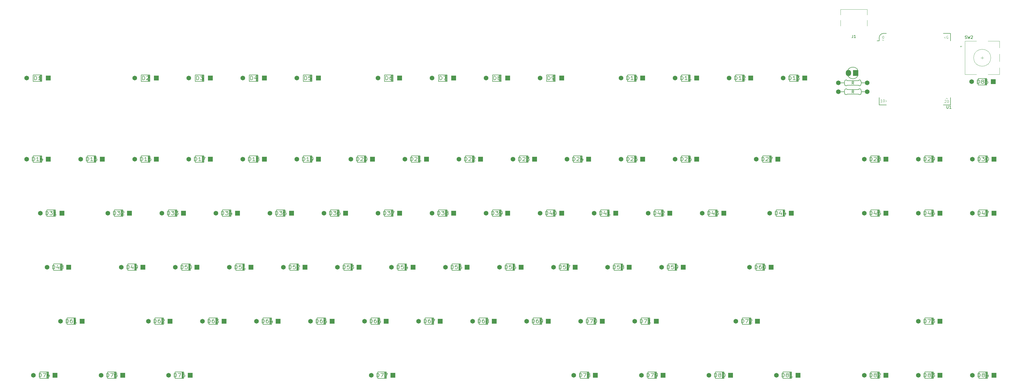
<source format=gbr>
%TF.GenerationSoftware,KiCad,Pcbnew,7.0.2-0*%
%TF.CreationDate,2024-03-15T16:03:43-04:00*%
%TF.ProjectId,75Dash_PCB,37354461-7368-45f5-9043-422e6b696361,rev?*%
%TF.SameCoordinates,Original*%
%TF.FileFunction,Legend,Top*%
%TF.FilePolarity,Positive*%
%FSLAX46Y46*%
G04 Gerber Fmt 4.6, Leading zero omitted, Abs format (unit mm)*
G04 Created by KiCad (PCBNEW 7.0.2-0) date 2024-03-15 16:03:43*
%MOMM*%
%LPD*%
G01*
G04 APERTURE LIST*
%ADD10C,0.203200*%
%ADD11C,0.200000*%
%ADD12C,0.150000*%
%ADD13C,0.120000*%
%ADD14C,1.651000*%
%ADD15R,1.651000X1.651000*%
%ADD16O,1.905000X2.159000*%
%ADD17R,1.905000X2.159000*%
G04 APERTURE END LIST*
D10*
%TO.C,D53*%
X134229928Y-99488776D02*
X134229928Y-98218776D01*
X134229928Y-98218776D02*
X134592785Y-98218776D01*
X134592785Y-98218776D02*
X134810499Y-98279252D01*
X134810499Y-98279252D02*
X134955642Y-98400204D01*
X134955642Y-98400204D02*
X135028213Y-98521157D01*
X135028213Y-98521157D02*
X135100785Y-98763061D01*
X135100785Y-98763061D02*
X135100785Y-98944490D01*
X135100785Y-98944490D02*
X135028213Y-99186395D01*
X135028213Y-99186395D02*
X134955642Y-99307347D01*
X134955642Y-99307347D02*
X134810499Y-99428300D01*
X134810499Y-99428300D02*
X134592785Y-99488776D01*
X134592785Y-99488776D02*
X134229928Y-99488776D01*
X136479642Y-98218776D02*
X135753928Y-98218776D01*
X135753928Y-98218776D02*
X135681356Y-98823538D01*
X135681356Y-98823538D02*
X135753928Y-98763061D01*
X135753928Y-98763061D02*
X135899071Y-98702585D01*
X135899071Y-98702585D02*
X136261928Y-98702585D01*
X136261928Y-98702585D02*
X136407071Y-98763061D01*
X136407071Y-98763061D02*
X136479642Y-98823538D01*
X136479642Y-98823538D02*
X136552213Y-98944490D01*
X136552213Y-98944490D02*
X136552213Y-99246871D01*
X136552213Y-99246871D02*
X136479642Y-99367823D01*
X136479642Y-99367823D02*
X136407071Y-99428300D01*
X136407071Y-99428300D02*
X136261928Y-99488776D01*
X136261928Y-99488776D02*
X135899071Y-99488776D01*
X135899071Y-99488776D02*
X135753928Y-99428300D01*
X135753928Y-99428300D02*
X135681356Y-99367823D01*
X137060214Y-98218776D02*
X138003642Y-98218776D01*
X138003642Y-98218776D02*
X137495642Y-98702585D01*
X137495642Y-98702585D02*
X137713357Y-98702585D01*
X137713357Y-98702585D02*
X137858500Y-98763061D01*
X137858500Y-98763061D02*
X137931071Y-98823538D01*
X137931071Y-98823538D02*
X138003642Y-98944490D01*
X138003642Y-98944490D02*
X138003642Y-99246871D01*
X138003642Y-99246871D02*
X137931071Y-99367823D01*
X137931071Y-99367823D02*
X137858500Y-99428300D01*
X137858500Y-99428300D02*
X137713357Y-99488776D01*
X137713357Y-99488776D02*
X137277928Y-99488776D01*
X137277928Y-99488776D02*
X137132785Y-99428300D01*
X137132785Y-99428300D02*
X137060214Y-99367823D01*
%TO.C,D15*%
X43742428Y-61388776D02*
X43742428Y-60118776D01*
X43742428Y-60118776D02*
X44105285Y-60118776D01*
X44105285Y-60118776D02*
X44322999Y-60179252D01*
X44322999Y-60179252D02*
X44468142Y-60300204D01*
X44468142Y-60300204D02*
X44540713Y-60421157D01*
X44540713Y-60421157D02*
X44613285Y-60663061D01*
X44613285Y-60663061D02*
X44613285Y-60844490D01*
X44613285Y-60844490D02*
X44540713Y-61086395D01*
X44540713Y-61086395D02*
X44468142Y-61207347D01*
X44468142Y-61207347D02*
X44322999Y-61328300D01*
X44322999Y-61328300D02*
X44105285Y-61388776D01*
X44105285Y-61388776D02*
X43742428Y-61388776D01*
X46064713Y-61388776D02*
X45193856Y-61388776D01*
X45629285Y-61388776D02*
X45629285Y-60118776D01*
X45629285Y-60118776D02*
X45484142Y-60300204D01*
X45484142Y-60300204D02*
X45338999Y-60421157D01*
X45338999Y-60421157D02*
X45193856Y-60481633D01*
X47443571Y-60118776D02*
X46717857Y-60118776D01*
X46717857Y-60118776D02*
X46645285Y-60723538D01*
X46645285Y-60723538D02*
X46717857Y-60663061D01*
X46717857Y-60663061D02*
X46863000Y-60602585D01*
X46863000Y-60602585D02*
X47225857Y-60602585D01*
X47225857Y-60602585D02*
X47371000Y-60663061D01*
X47371000Y-60663061D02*
X47443571Y-60723538D01*
X47443571Y-60723538D02*
X47516142Y-60844490D01*
X47516142Y-60844490D02*
X47516142Y-61146871D01*
X47516142Y-61146871D02*
X47443571Y-61267823D01*
X47443571Y-61267823D02*
X47371000Y-61328300D01*
X47371000Y-61328300D02*
X47225857Y-61388776D01*
X47225857Y-61388776D02*
X46863000Y-61388776D01*
X46863000Y-61388776D02*
X46717857Y-61328300D01*
X46717857Y-61328300D02*
X46645285Y-61267823D01*
%TO.C,D7*%
X168293143Y-32813776D02*
X168293143Y-31543776D01*
X168293143Y-31543776D02*
X168656000Y-31543776D01*
X168656000Y-31543776D02*
X168873714Y-31604252D01*
X168873714Y-31604252D02*
X169018857Y-31725204D01*
X169018857Y-31725204D02*
X169091428Y-31846157D01*
X169091428Y-31846157D02*
X169164000Y-32088061D01*
X169164000Y-32088061D02*
X169164000Y-32269490D01*
X169164000Y-32269490D02*
X169091428Y-32511395D01*
X169091428Y-32511395D02*
X169018857Y-32632347D01*
X169018857Y-32632347D02*
X168873714Y-32753300D01*
X168873714Y-32753300D02*
X168656000Y-32813776D01*
X168656000Y-32813776D02*
X168293143Y-32813776D01*
X169672000Y-31543776D02*
X170688000Y-31543776D01*
X170688000Y-31543776D02*
X170034857Y-32813776D01*
%TO.C,D42*%
X243767428Y-80438776D02*
X243767428Y-79168776D01*
X243767428Y-79168776D02*
X244130285Y-79168776D01*
X244130285Y-79168776D02*
X244347999Y-79229252D01*
X244347999Y-79229252D02*
X244493142Y-79350204D01*
X244493142Y-79350204D02*
X244565713Y-79471157D01*
X244565713Y-79471157D02*
X244638285Y-79713061D01*
X244638285Y-79713061D02*
X244638285Y-79894490D01*
X244638285Y-79894490D02*
X244565713Y-80136395D01*
X244565713Y-80136395D02*
X244493142Y-80257347D01*
X244493142Y-80257347D02*
X244347999Y-80378300D01*
X244347999Y-80378300D02*
X244130285Y-80438776D01*
X244130285Y-80438776D02*
X243767428Y-80438776D01*
X245944571Y-79592109D02*
X245944571Y-80438776D01*
X245581713Y-79108300D02*
X245218856Y-80015442D01*
X245218856Y-80015442D02*
X246162285Y-80015442D01*
X246670285Y-79289728D02*
X246742857Y-79229252D01*
X246742857Y-79229252D02*
X246888000Y-79168776D01*
X246888000Y-79168776D02*
X247250857Y-79168776D01*
X247250857Y-79168776D02*
X247396000Y-79229252D01*
X247396000Y-79229252D02*
X247468571Y-79289728D01*
X247468571Y-79289728D02*
X247541142Y-79410680D01*
X247541142Y-79410680D02*
X247541142Y-79531633D01*
X247541142Y-79531633D02*
X247468571Y-79713061D01*
X247468571Y-79713061D02*
X246597714Y-80438776D01*
X246597714Y-80438776D02*
X247541142Y-80438776D01*
%TO.C,D41*%
X224717428Y-80438776D02*
X224717428Y-79168776D01*
X224717428Y-79168776D02*
X225080285Y-79168776D01*
X225080285Y-79168776D02*
X225297999Y-79229252D01*
X225297999Y-79229252D02*
X225443142Y-79350204D01*
X225443142Y-79350204D02*
X225515713Y-79471157D01*
X225515713Y-79471157D02*
X225588285Y-79713061D01*
X225588285Y-79713061D02*
X225588285Y-79894490D01*
X225588285Y-79894490D02*
X225515713Y-80136395D01*
X225515713Y-80136395D02*
X225443142Y-80257347D01*
X225443142Y-80257347D02*
X225297999Y-80378300D01*
X225297999Y-80378300D02*
X225080285Y-80438776D01*
X225080285Y-80438776D02*
X224717428Y-80438776D01*
X226894571Y-79592109D02*
X226894571Y-80438776D01*
X226531713Y-79108300D02*
X226168856Y-80015442D01*
X226168856Y-80015442D02*
X227112285Y-80015442D01*
X228491142Y-80438776D02*
X227620285Y-80438776D01*
X228055714Y-80438776D02*
X228055714Y-79168776D01*
X228055714Y-79168776D02*
X227910571Y-79350204D01*
X227910571Y-79350204D02*
X227765428Y-79471157D01*
X227765428Y-79471157D02*
X227620285Y-79531633D01*
%TO.C,D83*%
X339017428Y-137588776D02*
X339017428Y-136318776D01*
X339017428Y-136318776D02*
X339380285Y-136318776D01*
X339380285Y-136318776D02*
X339597999Y-136379252D01*
X339597999Y-136379252D02*
X339743142Y-136500204D01*
X339743142Y-136500204D02*
X339815713Y-136621157D01*
X339815713Y-136621157D02*
X339888285Y-136863061D01*
X339888285Y-136863061D02*
X339888285Y-137044490D01*
X339888285Y-137044490D02*
X339815713Y-137286395D01*
X339815713Y-137286395D02*
X339743142Y-137407347D01*
X339743142Y-137407347D02*
X339597999Y-137528300D01*
X339597999Y-137528300D02*
X339380285Y-137588776D01*
X339380285Y-137588776D02*
X339017428Y-137588776D01*
X340759142Y-136863061D02*
X340613999Y-136802585D01*
X340613999Y-136802585D02*
X340541428Y-136742109D01*
X340541428Y-136742109D02*
X340468856Y-136621157D01*
X340468856Y-136621157D02*
X340468856Y-136560680D01*
X340468856Y-136560680D02*
X340541428Y-136439728D01*
X340541428Y-136439728D02*
X340613999Y-136379252D01*
X340613999Y-136379252D02*
X340759142Y-136318776D01*
X340759142Y-136318776D02*
X341049428Y-136318776D01*
X341049428Y-136318776D02*
X341194571Y-136379252D01*
X341194571Y-136379252D02*
X341267142Y-136439728D01*
X341267142Y-136439728D02*
X341339713Y-136560680D01*
X341339713Y-136560680D02*
X341339713Y-136621157D01*
X341339713Y-136621157D02*
X341267142Y-136742109D01*
X341267142Y-136742109D02*
X341194571Y-136802585D01*
X341194571Y-136802585D02*
X341049428Y-136863061D01*
X341049428Y-136863061D02*
X340759142Y-136863061D01*
X340759142Y-136863061D02*
X340613999Y-136923538D01*
X340613999Y-136923538D02*
X340541428Y-136984014D01*
X340541428Y-136984014D02*
X340468856Y-137104966D01*
X340468856Y-137104966D02*
X340468856Y-137346871D01*
X340468856Y-137346871D02*
X340541428Y-137467823D01*
X340541428Y-137467823D02*
X340613999Y-137528300D01*
X340613999Y-137528300D02*
X340759142Y-137588776D01*
X340759142Y-137588776D02*
X341049428Y-137588776D01*
X341049428Y-137588776D02*
X341194571Y-137528300D01*
X341194571Y-137528300D02*
X341267142Y-137467823D01*
X341267142Y-137467823D02*
X341339713Y-137346871D01*
X341339713Y-137346871D02*
X341339713Y-137104966D01*
X341339713Y-137104966D02*
X341267142Y-136984014D01*
X341267142Y-136984014D02*
X341194571Y-136923538D01*
X341194571Y-136923538D02*
X341049428Y-136863061D01*
X341847714Y-136318776D02*
X342791142Y-136318776D01*
X342791142Y-136318776D02*
X342283142Y-136802585D01*
X342283142Y-136802585D02*
X342500857Y-136802585D01*
X342500857Y-136802585D02*
X342646000Y-136863061D01*
X342646000Y-136863061D02*
X342718571Y-136923538D01*
X342718571Y-136923538D02*
X342791142Y-137044490D01*
X342791142Y-137044490D02*
X342791142Y-137346871D01*
X342791142Y-137346871D02*
X342718571Y-137467823D01*
X342718571Y-137467823D02*
X342646000Y-137528300D01*
X342646000Y-137528300D02*
X342500857Y-137588776D01*
X342500857Y-137588776D02*
X342065428Y-137588776D01*
X342065428Y-137588776D02*
X341920285Y-137528300D01*
X341920285Y-137528300D02*
X341847714Y-137467823D01*
%TO.C,D9*%
X206393143Y-32813776D02*
X206393143Y-31543776D01*
X206393143Y-31543776D02*
X206756000Y-31543776D01*
X206756000Y-31543776D02*
X206973714Y-31604252D01*
X206973714Y-31604252D02*
X207118857Y-31725204D01*
X207118857Y-31725204D02*
X207191428Y-31846157D01*
X207191428Y-31846157D02*
X207264000Y-32088061D01*
X207264000Y-32088061D02*
X207264000Y-32269490D01*
X207264000Y-32269490D02*
X207191428Y-32511395D01*
X207191428Y-32511395D02*
X207118857Y-32632347D01*
X207118857Y-32632347D02*
X206973714Y-32753300D01*
X206973714Y-32753300D02*
X206756000Y-32813776D01*
X206756000Y-32813776D02*
X206393143Y-32813776D01*
X207989714Y-32813776D02*
X208280000Y-32813776D01*
X208280000Y-32813776D02*
X208425143Y-32753300D01*
X208425143Y-32753300D02*
X208497714Y-32692823D01*
X208497714Y-32692823D02*
X208642857Y-32511395D01*
X208642857Y-32511395D02*
X208715428Y-32269490D01*
X208715428Y-32269490D02*
X208715428Y-31785680D01*
X208715428Y-31785680D02*
X208642857Y-31664728D01*
X208642857Y-31664728D02*
X208570286Y-31604252D01*
X208570286Y-31604252D02*
X208425143Y-31543776D01*
X208425143Y-31543776D02*
X208134857Y-31543776D01*
X208134857Y-31543776D02*
X207989714Y-31604252D01*
X207989714Y-31604252D02*
X207917143Y-31664728D01*
X207917143Y-31664728D02*
X207844571Y-31785680D01*
X207844571Y-31785680D02*
X207844571Y-32088061D01*
X207844571Y-32088061D02*
X207917143Y-32209014D01*
X207917143Y-32209014D02*
X207989714Y-32269490D01*
X207989714Y-32269490D02*
X208134857Y-32329966D01*
X208134857Y-32329966D02*
X208425143Y-32329966D01*
X208425143Y-32329966D02*
X208570286Y-32269490D01*
X208570286Y-32269490D02*
X208642857Y-32209014D01*
X208642857Y-32209014D02*
X208715428Y-32088061D01*
%TO.C,D62*%
X67554928Y-118538776D02*
X67554928Y-117268776D01*
X67554928Y-117268776D02*
X67917785Y-117268776D01*
X67917785Y-117268776D02*
X68135499Y-117329252D01*
X68135499Y-117329252D02*
X68280642Y-117450204D01*
X68280642Y-117450204D02*
X68353213Y-117571157D01*
X68353213Y-117571157D02*
X68425785Y-117813061D01*
X68425785Y-117813061D02*
X68425785Y-117994490D01*
X68425785Y-117994490D02*
X68353213Y-118236395D01*
X68353213Y-118236395D02*
X68280642Y-118357347D01*
X68280642Y-118357347D02*
X68135499Y-118478300D01*
X68135499Y-118478300D02*
X67917785Y-118538776D01*
X67917785Y-118538776D02*
X67554928Y-118538776D01*
X69732071Y-117268776D02*
X69441785Y-117268776D01*
X69441785Y-117268776D02*
X69296642Y-117329252D01*
X69296642Y-117329252D02*
X69224071Y-117389728D01*
X69224071Y-117389728D02*
X69078928Y-117571157D01*
X69078928Y-117571157D02*
X69006356Y-117813061D01*
X69006356Y-117813061D02*
X69006356Y-118296871D01*
X69006356Y-118296871D02*
X69078928Y-118417823D01*
X69078928Y-118417823D02*
X69151499Y-118478300D01*
X69151499Y-118478300D02*
X69296642Y-118538776D01*
X69296642Y-118538776D02*
X69586928Y-118538776D01*
X69586928Y-118538776D02*
X69732071Y-118478300D01*
X69732071Y-118478300D02*
X69804642Y-118417823D01*
X69804642Y-118417823D02*
X69877213Y-118296871D01*
X69877213Y-118296871D02*
X69877213Y-117994490D01*
X69877213Y-117994490D02*
X69804642Y-117873538D01*
X69804642Y-117873538D02*
X69732071Y-117813061D01*
X69732071Y-117813061D02*
X69586928Y-117752585D01*
X69586928Y-117752585D02*
X69296642Y-117752585D01*
X69296642Y-117752585D02*
X69151499Y-117813061D01*
X69151499Y-117813061D02*
X69078928Y-117873538D01*
X69078928Y-117873538D02*
X69006356Y-117994490D01*
X70457785Y-117389728D02*
X70530357Y-117329252D01*
X70530357Y-117329252D02*
X70675500Y-117268776D01*
X70675500Y-117268776D02*
X71038357Y-117268776D01*
X71038357Y-117268776D02*
X71183500Y-117329252D01*
X71183500Y-117329252D02*
X71256071Y-117389728D01*
X71256071Y-117389728D02*
X71328642Y-117510680D01*
X71328642Y-117510680D02*
X71328642Y-117631633D01*
X71328642Y-117631633D02*
X71256071Y-117813061D01*
X71256071Y-117813061D02*
X70385214Y-118538776D01*
X70385214Y-118538776D02*
X71328642Y-118538776D01*
%TO.C,D39*%
X186617428Y-80438776D02*
X186617428Y-79168776D01*
X186617428Y-79168776D02*
X186980285Y-79168776D01*
X186980285Y-79168776D02*
X187197999Y-79229252D01*
X187197999Y-79229252D02*
X187343142Y-79350204D01*
X187343142Y-79350204D02*
X187415713Y-79471157D01*
X187415713Y-79471157D02*
X187488285Y-79713061D01*
X187488285Y-79713061D02*
X187488285Y-79894490D01*
X187488285Y-79894490D02*
X187415713Y-80136395D01*
X187415713Y-80136395D02*
X187343142Y-80257347D01*
X187343142Y-80257347D02*
X187197999Y-80378300D01*
X187197999Y-80378300D02*
X186980285Y-80438776D01*
X186980285Y-80438776D02*
X186617428Y-80438776D01*
X187996285Y-79168776D02*
X188939713Y-79168776D01*
X188939713Y-79168776D02*
X188431713Y-79652585D01*
X188431713Y-79652585D02*
X188649428Y-79652585D01*
X188649428Y-79652585D02*
X188794571Y-79713061D01*
X188794571Y-79713061D02*
X188867142Y-79773538D01*
X188867142Y-79773538D02*
X188939713Y-79894490D01*
X188939713Y-79894490D02*
X188939713Y-80196871D01*
X188939713Y-80196871D02*
X188867142Y-80317823D01*
X188867142Y-80317823D02*
X188794571Y-80378300D01*
X188794571Y-80378300D02*
X188649428Y-80438776D01*
X188649428Y-80438776D02*
X188213999Y-80438776D01*
X188213999Y-80438776D02*
X188068856Y-80378300D01*
X188068856Y-80378300D02*
X187996285Y-80317823D01*
X189665428Y-80438776D02*
X189955714Y-80438776D01*
X189955714Y-80438776D02*
X190100857Y-80378300D01*
X190100857Y-80378300D02*
X190173428Y-80317823D01*
X190173428Y-80317823D02*
X190318571Y-80136395D01*
X190318571Y-80136395D02*
X190391142Y-79894490D01*
X190391142Y-79894490D02*
X190391142Y-79410680D01*
X190391142Y-79410680D02*
X190318571Y-79289728D01*
X190318571Y-79289728D02*
X190246000Y-79229252D01*
X190246000Y-79229252D02*
X190100857Y-79168776D01*
X190100857Y-79168776D02*
X189810571Y-79168776D01*
X189810571Y-79168776D02*
X189665428Y-79229252D01*
X189665428Y-79229252D02*
X189592857Y-79289728D01*
X189592857Y-79289728D02*
X189520285Y-79410680D01*
X189520285Y-79410680D02*
X189520285Y-79713061D01*
X189520285Y-79713061D02*
X189592857Y-79834014D01*
X189592857Y-79834014D02*
X189665428Y-79894490D01*
X189665428Y-79894490D02*
X189810571Y-79954966D01*
X189810571Y-79954966D02*
X190100857Y-79954966D01*
X190100857Y-79954966D02*
X190246000Y-79894490D01*
X190246000Y-79894490D02*
X190318571Y-79834014D01*
X190318571Y-79834014D02*
X190391142Y-79713061D01*
%TO.C,D54*%
X153279928Y-99488776D02*
X153279928Y-98218776D01*
X153279928Y-98218776D02*
X153642785Y-98218776D01*
X153642785Y-98218776D02*
X153860499Y-98279252D01*
X153860499Y-98279252D02*
X154005642Y-98400204D01*
X154005642Y-98400204D02*
X154078213Y-98521157D01*
X154078213Y-98521157D02*
X154150785Y-98763061D01*
X154150785Y-98763061D02*
X154150785Y-98944490D01*
X154150785Y-98944490D02*
X154078213Y-99186395D01*
X154078213Y-99186395D02*
X154005642Y-99307347D01*
X154005642Y-99307347D02*
X153860499Y-99428300D01*
X153860499Y-99428300D02*
X153642785Y-99488776D01*
X153642785Y-99488776D02*
X153279928Y-99488776D01*
X155529642Y-98218776D02*
X154803928Y-98218776D01*
X154803928Y-98218776D02*
X154731356Y-98823538D01*
X154731356Y-98823538D02*
X154803928Y-98763061D01*
X154803928Y-98763061D02*
X154949071Y-98702585D01*
X154949071Y-98702585D02*
X155311928Y-98702585D01*
X155311928Y-98702585D02*
X155457071Y-98763061D01*
X155457071Y-98763061D02*
X155529642Y-98823538D01*
X155529642Y-98823538D02*
X155602213Y-98944490D01*
X155602213Y-98944490D02*
X155602213Y-99246871D01*
X155602213Y-99246871D02*
X155529642Y-99367823D01*
X155529642Y-99367823D02*
X155457071Y-99428300D01*
X155457071Y-99428300D02*
X155311928Y-99488776D01*
X155311928Y-99488776D02*
X154949071Y-99488776D01*
X154949071Y-99488776D02*
X154803928Y-99428300D01*
X154803928Y-99428300D02*
X154731356Y-99367823D01*
X156908500Y-98642109D02*
X156908500Y-99488776D01*
X156545642Y-98158300D02*
X156182785Y-99065442D01*
X156182785Y-99065442D02*
X157126214Y-99065442D01*
%TO.C,D19*%
X119942428Y-61388776D02*
X119942428Y-60118776D01*
X119942428Y-60118776D02*
X120305285Y-60118776D01*
X120305285Y-60118776D02*
X120522999Y-60179252D01*
X120522999Y-60179252D02*
X120668142Y-60300204D01*
X120668142Y-60300204D02*
X120740713Y-60421157D01*
X120740713Y-60421157D02*
X120813285Y-60663061D01*
X120813285Y-60663061D02*
X120813285Y-60844490D01*
X120813285Y-60844490D02*
X120740713Y-61086395D01*
X120740713Y-61086395D02*
X120668142Y-61207347D01*
X120668142Y-61207347D02*
X120522999Y-61328300D01*
X120522999Y-61328300D02*
X120305285Y-61388776D01*
X120305285Y-61388776D02*
X119942428Y-61388776D01*
X122264713Y-61388776D02*
X121393856Y-61388776D01*
X121829285Y-61388776D02*
X121829285Y-60118776D01*
X121829285Y-60118776D02*
X121684142Y-60300204D01*
X121684142Y-60300204D02*
X121538999Y-60421157D01*
X121538999Y-60421157D02*
X121393856Y-60481633D01*
X122990428Y-61388776D02*
X123280714Y-61388776D01*
X123280714Y-61388776D02*
X123425857Y-61328300D01*
X123425857Y-61328300D02*
X123498428Y-61267823D01*
X123498428Y-61267823D02*
X123643571Y-61086395D01*
X123643571Y-61086395D02*
X123716142Y-60844490D01*
X123716142Y-60844490D02*
X123716142Y-60360680D01*
X123716142Y-60360680D02*
X123643571Y-60239728D01*
X123643571Y-60239728D02*
X123571000Y-60179252D01*
X123571000Y-60179252D02*
X123425857Y-60118776D01*
X123425857Y-60118776D02*
X123135571Y-60118776D01*
X123135571Y-60118776D02*
X122990428Y-60179252D01*
X122990428Y-60179252D02*
X122917857Y-60239728D01*
X122917857Y-60239728D02*
X122845285Y-60360680D01*
X122845285Y-60360680D02*
X122845285Y-60663061D01*
X122845285Y-60663061D02*
X122917857Y-60784014D01*
X122917857Y-60784014D02*
X122990428Y-60844490D01*
X122990428Y-60844490D02*
X123135571Y-60904966D01*
X123135571Y-60904966D02*
X123425857Y-60904966D01*
X123425857Y-60904966D02*
X123571000Y-60844490D01*
X123571000Y-60844490D02*
X123643571Y-60784014D01*
X123643571Y-60784014D02*
X123716142Y-60663061D01*
%TO.C,D4*%
X101618143Y-32813776D02*
X101618143Y-31543776D01*
X101618143Y-31543776D02*
X101981000Y-31543776D01*
X101981000Y-31543776D02*
X102198714Y-31604252D01*
X102198714Y-31604252D02*
X102343857Y-31725204D01*
X102343857Y-31725204D02*
X102416428Y-31846157D01*
X102416428Y-31846157D02*
X102489000Y-32088061D01*
X102489000Y-32088061D02*
X102489000Y-32269490D01*
X102489000Y-32269490D02*
X102416428Y-32511395D01*
X102416428Y-32511395D02*
X102343857Y-32632347D01*
X102343857Y-32632347D02*
X102198714Y-32753300D01*
X102198714Y-32753300D02*
X101981000Y-32813776D01*
X101981000Y-32813776D02*
X101618143Y-32813776D01*
X103795286Y-31967109D02*
X103795286Y-32813776D01*
X103432428Y-31483300D02*
X103069571Y-32390442D01*
X103069571Y-32390442D02*
X104013000Y-32390442D01*
%TO.C,D6*%
X149243143Y-32813776D02*
X149243143Y-31543776D01*
X149243143Y-31543776D02*
X149606000Y-31543776D01*
X149606000Y-31543776D02*
X149823714Y-31604252D01*
X149823714Y-31604252D02*
X149968857Y-31725204D01*
X149968857Y-31725204D02*
X150041428Y-31846157D01*
X150041428Y-31846157D02*
X150114000Y-32088061D01*
X150114000Y-32088061D02*
X150114000Y-32269490D01*
X150114000Y-32269490D02*
X150041428Y-32511395D01*
X150041428Y-32511395D02*
X149968857Y-32632347D01*
X149968857Y-32632347D02*
X149823714Y-32753300D01*
X149823714Y-32753300D02*
X149606000Y-32813776D01*
X149606000Y-32813776D02*
X149243143Y-32813776D01*
X151420286Y-31543776D02*
X151130000Y-31543776D01*
X151130000Y-31543776D02*
X150984857Y-31604252D01*
X150984857Y-31604252D02*
X150912286Y-31664728D01*
X150912286Y-31664728D02*
X150767143Y-31846157D01*
X150767143Y-31846157D02*
X150694571Y-32088061D01*
X150694571Y-32088061D02*
X150694571Y-32571871D01*
X150694571Y-32571871D02*
X150767143Y-32692823D01*
X150767143Y-32692823D02*
X150839714Y-32753300D01*
X150839714Y-32753300D02*
X150984857Y-32813776D01*
X150984857Y-32813776D02*
X151275143Y-32813776D01*
X151275143Y-32813776D02*
X151420286Y-32753300D01*
X151420286Y-32753300D02*
X151492857Y-32692823D01*
X151492857Y-32692823D02*
X151565428Y-32571871D01*
X151565428Y-32571871D02*
X151565428Y-32269490D01*
X151565428Y-32269490D02*
X151492857Y-32148538D01*
X151492857Y-32148538D02*
X151420286Y-32088061D01*
X151420286Y-32088061D02*
X151275143Y-32027585D01*
X151275143Y-32027585D02*
X150984857Y-32027585D01*
X150984857Y-32027585D02*
X150839714Y-32088061D01*
X150839714Y-32088061D02*
X150767143Y-32148538D01*
X150767143Y-32148538D02*
X150694571Y-32269490D01*
%TO.C,D75*%
X50886178Y-137588776D02*
X50886178Y-136318776D01*
X50886178Y-136318776D02*
X51249035Y-136318776D01*
X51249035Y-136318776D02*
X51466749Y-136379252D01*
X51466749Y-136379252D02*
X51611892Y-136500204D01*
X51611892Y-136500204D02*
X51684463Y-136621157D01*
X51684463Y-136621157D02*
X51757035Y-136863061D01*
X51757035Y-136863061D02*
X51757035Y-137044490D01*
X51757035Y-137044490D02*
X51684463Y-137286395D01*
X51684463Y-137286395D02*
X51611892Y-137407347D01*
X51611892Y-137407347D02*
X51466749Y-137528300D01*
X51466749Y-137528300D02*
X51249035Y-137588776D01*
X51249035Y-137588776D02*
X50886178Y-137588776D01*
X52265035Y-136318776D02*
X53281035Y-136318776D01*
X53281035Y-136318776D02*
X52627892Y-137588776D01*
X54587321Y-136318776D02*
X53861607Y-136318776D01*
X53861607Y-136318776D02*
X53789035Y-136923538D01*
X53789035Y-136923538D02*
X53861607Y-136863061D01*
X53861607Y-136863061D02*
X54006750Y-136802585D01*
X54006750Y-136802585D02*
X54369607Y-136802585D01*
X54369607Y-136802585D02*
X54514750Y-136863061D01*
X54514750Y-136863061D02*
X54587321Y-136923538D01*
X54587321Y-136923538D02*
X54659892Y-137044490D01*
X54659892Y-137044490D02*
X54659892Y-137346871D01*
X54659892Y-137346871D02*
X54587321Y-137467823D01*
X54587321Y-137467823D02*
X54514750Y-137528300D01*
X54514750Y-137528300D02*
X54369607Y-137588776D01*
X54369607Y-137588776D02*
X54006750Y-137588776D01*
X54006750Y-137588776D02*
X53861607Y-137528300D01*
X53861607Y-137528300D02*
X53789035Y-137467823D01*
D11*
%TO.C,R1*%
X314289523Y-34362619D02*
X313956190Y-33886428D01*
X313718095Y-34362619D02*
X313718095Y-33362619D01*
X313718095Y-33362619D02*
X314099047Y-33362619D01*
X314099047Y-33362619D02*
X314194285Y-33410238D01*
X314194285Y-33410238D02*
X314241904Y-33457857D01*
X314241904Y-33457857D02*
X314289523Y-33553095D01*
X314289523Y-33553095D02*
X314289523Y-33695952D01*
X314289523Y-33695952D02*
X314241904Y-33791190D01*
X314241904Y-33791190D02*
X314194285Y-33838809D01*
X314194285Y-33838809D02*
X314099047Y-33886428D01*
X314099047Y-33886428D02*
X313718095Y-33886428D01*
D10*
%TO.C,D81*%
X289011178Y-137588776D02*
X289011178Y-136318776D01*
X289011178Y-136318776D02*
X289374035Y-136318776D01*
X289374035Y-136318776D02*
X289591749Y-136379252D01*
X289591749Y-136379252D02*
X289736892Y-136500204D01*
X289736892Y-136500204D02*
X289809463Y-136621157D01*
X289809463Y-136621157D02*
X289882035Y-136863061D01*
X289882035Y-136863061D02*
X289882035Y-137044490D01*
X289882035Y-137044490D02*
X289809463Y-137286395D01*
X289809463Y-137286395D02*
X289736892Y-137407347D01*
X289736892Y-137407347D02*
X289591749Y-137528300D01*
X289591749Y-137528300D02*
X289374035Y-137588776D01*
X289374035Y-137588776D02*
X289011178Y-137588776D01*
X290752892Y-136863061D02*
X290607749Y-136802585D01*
X290607749Y-136802585D02*
X290535178Y-136742109D01*
X290535178Y-136742109D02*
X290462606Y-136621157D01*
X290462606Y-136621157D02*
X290462606Y-136560680D01*
X290462606Y-136560680D02*
X290535178Y-136439728D01*
X290535178Y-136439728D02*
X290607749Y-136379252D01*
X290607749Y-136379252D02*
X290752892Y-136318776D01*
X290752892Y-136318776D02*
X291043178Y-136318776D01*
X291043178Y-136318776D02*
X291188321Y-136379252D01*
X291188321Y-136379252D02*
X291260892Y-136439728D01*
X291260892Y-136439728D02*
X291333463Y-136560680D01*
X291333463Y-136560680D02*
X291333463Y-136621157D01*
X291333463Y-136621157D02*
X291260892Y-136742109D01*
X291260892Y-136742109D02*
X291188321Y-136802585D01*
X291188321Y-136802585D02*
X291043178Y-136863061D01*
X291043178Y-136863061D02*
X290752892Y-136863061D01*
X290752892Y-136863061D02*
X290607749Y-136923538D01*
X290607749Y-136923538D02*
X290535178Y-136984014D01*
X290535178Y-136984014D02*
X290462606Y-137104966D01*
X290462606Y-137104966D02*
X290462606Y-137346871D01*
X290462606Y-137346871D02*
X290535178Y-137467823D01*
X290535178Y-137467823D02*
X290607749Y-137528300D01*
X290607749Y-137528300D02*
X290752892Y-137588776D01*
X290752892Y-137588776D02*
X291043178Y-137588776D01*
X291043178Y-137588776D02*
X291188321Y-137528300D01*
X291188321Y-137528300D02*
X291260892Y-137467823D01*
X291260892Y-137467823D02*
X291333463Y-137346871D01*
X291333463Y-137346871D02*
X291333463Y-137104966D01*
X291333463Y-137104966D02*
X291260892Y-136984014D01*
X291260892Y-136984014D02*
X291188321Y-136923538D01*
X291188321Y-136923538D02*
X291043178Y-136863061D01*
X292784892Y-137588776D02*
X291914035Y-137588776D01*
X292349464Y-137588776D02*
X292349464Y-136318776D01*
X292349464Y-136318776D02*
X292204321Y-136500204D01*
X292204321Y-136500204D02*
X292059178Y-136621157D01*
X292059178Y-136621157D02*
X291914035Y-136681633D01*
%TO.C,D52*%
X115179928Y-99488776D02*
X115179928Y-98218776D01*
X115179928Y-98218776D02*
X115542785Y-98218776D01*
X115542785Y-98218776D02*
X115760499Y-98279252D01*
X115760499Y-98279252D02*
X115905642Y-98400204D01*
X115905642Y-98400204D02*
X115978213Y-98521157D01*
X115978213Y-98521157D02*
X116050785Y-98763061D01*
X116050785Y-98763061D02*
X116050785Y-98944490D01*
X116050785Y-98944490D02*
X115978213Y-99186395D01*
X115978213Y-99186395D02*
X115905642Y-99307347D01*
X115905642Y-99307347D02*
X115760499Y-99428300D01*
X115760499Y-99428300D02*
X115542785Y-99488776D01*
X115542785Y-99488776D02*
X115179928Y-99488776D01*
X117429642Y-98218776D02*
X116703928Y-98218776D01*
X116703928Y-98218776D02*
X116631356Y-98823538D01*
X116631356Y-98823538D02*
X116703928Y-98763061D01*
X116703928Y-98763061D02*
X116849071Y-98702585D01*
X116849071Y-98702585D02*
X117211928Y-98702585D01*
X117211928Y-98702585D02*
X117357071Y-98763061D01*
X117357071Y-98763061D02*
X117429642Y-98823538D01*
X117429642Y-98823538D02*
X117502213Y-98944490D01*
X117502213Y-98944490D02*
X117502213Y-99246871D01*
X117502213Y-99246871D02*
X117429642Y-99367823D01*
X117429642Y-99367823D02*
X117357071Y-99428300D01*
X117357071Y-99428300D02*
X117211928Y-99488776D01*
X117211928Y-99488776D02*
X116849071Y-99488776D01*
X116849071Y-99488776D02*
X116703928Y-99428300D01*
X116703928Y-99428300D02*
X116631356Y-99367823D01*
X118082785Y-98339728D02*
X118155357Y-98279252D01*
X118155357Y-98279252D02*
X118300500Y-98218776D01*
X118300500Y-98218776D02*
X118663357Y-98218776D01*
X118663357Y-98218776D02*
X118808500Y-98279252D01*
X118808500Y-98279252D02*
X118881071Y-98339728D01*
X118881071Y-98339728D02*
X118953642Y-98460680D01*
X118953642Y-98460680D02*
X118953642Y-98581633D01*
X118953642Y-98581633D02*
X118881071Y-98763061D01*
X118881071Y-98763061D02*
X118010214Y-99488776D01*
X118010214Y-99488776D02*
X118953642Y-99488776D01*
%TO.C,D30*%
X358067428Y-61388776D02*
X358067428Y-60118776D01*
X358067428Y-60118776D02*
X358430285Y-60118776D01*
X358430285Y-60118776D02*
X358647999Y-60179252D01*
X358647999Y-60179252D02*
X358793142Y-60300204D01*
X358793142Y-60300204D02*
X358865713Y-60421157D01*
X358865713Y-60421157D02*
X358938285Y-60663061D01*
X358938285Y-60663061D02*
X358938285Y-60844490D01*
X358938285Y-60844490D02*
X358865713Y-61086395D01*
X358865713Y-61086395D02*
X358793142Y-61207347D01*
X358793142Y-61207347D02*
X358647999Y-61328300D01*
X358647999Y-61328300D02*
X358430285Y-61388776D01*
X358430285Y-61388776D02*
X358067428Y-61388776D01*
X359446285Y-60118776D02*
X360389713Y-60118776D01*
X360389713Y-60118776D02*
X359881713Y-60602585D01*
X359881713Y-60602585D02*
X360099428Y-60602585D01*
X360099428Y-60602585D02*
X360244571Y-60663061D01*
X360244571Y-60663061D02*
X360317142Y-60723538D01*
X360317142Y-60723538D02*
X360389713Y-60844490D01*
X360389713Y-60844490D02*
X360389713Y-61146871D01*
X360389713Y-61146871D02*
X360317142Y-61267823D01*
X360317142Y-61267823D02*
X360244571Y-61328300D01*
X360244571Y-61328300D02*
X360099428Y-61388776D01*
X360099428Y-61388776D02*
X359663999Y-61388776D01*
X359663999Y-61388776D02*
X359518856Y-61328300D01*
X359518856Y-61328300D02*
X359446285Y-61267823D01*
X361333142Y-60118776D02*
X361478285Y-60118776D01*
X361478285Y-60118776D02*
X361623428Y-60179252D01*
X361623428Y-60179252D02*
X361696000Y-60239728D01*
X361696000Y-60239728D02*
X361768571Y-60360680D01*
X361768571Y-60360680D02*
X361841142Y-60602585D01*
X361841142Y-60602585D02*
X361841142Y-60904966D01*
X361841142Y-60904966D02*
X361768571Y-61146871D01*
X361768571Y-61146871D02*
X361696000Y-61267823D01*
X361696000Y-61267823D02*
X361623428Y-61328300D01*
X361623428Y-61328300D02*
X361478285Y-61388776D01*
X361478285Y-61388776D02*
X361333142Y-61388776D01*
X361333142Y-61388776D02*
X361188000Y-61328300D01*
X361188000Y-61328300D02*
X361115428Y-61267823D01*
X361115428Y-61267823D02*
X361042857Y-61146871D01*
X361042857Y-61146871D02*
X360970285Y-60904966D01*
X360970285Y-60904966D02*
X360970285Y-60602585D01*
X360970285Y-60602585D02*
X361042857Y-60360680D01*
X361042857Y-60360680D02*
X361115428Y-60239728D01*
X361115428Y-60239728D02*
X361188000Y-60179252D01*
X361188000Y-60179252D02*
X361333142Y-60118776D01*
%TO.C,D25*%
X234242428Y-61388776D02*
X234242428Y-60118776D01*
X234242428Y-60118776D02*
X234605285Y-60118776D01*
X234605285Y-60118776D02*
X234822999Y-60179252D01*
X234822999Y-60179252D02*
X234968142Y-60300204D01*
X234968142Y-60300204D02*
X235040713Y-60421157D01*
X235040713Y-60421157D02*
X235113285Y-60663061D01*
X235113285Y-60663061D02*
X235113285Y-60844490D01*
X235113285Y-60844490D02*
X235040713Y-61086395D01*
X235040713Y-61086395D02*
X234968142Y-61207347D01*
X234968142Y-61207347D02*
X234822999Y-61328300D01*
X234822999Y-61328300D02*
X234605285Y-61388776D01*
X234605285Y-61388776D02*
X234242428Y-61388776D01*
X235693856Y-60239728D02*
X235766428Y-60179252D01*
X235766428Y-60179252D02*
X235911571Y-60118776D01*
X235911571Y-60118776D02*
X236274428Y-60118776D01*
X236274428Y-60118776D02*
X236419571Y-60179252D01*
X236419571Y-60179252D02*
X236492142Y-60239728D01*
X236492142Y-60239728D02*
X236564713Y-60360680D01*
X236564713Y-60360680D02*
X236564713Y-60481633D01*
X236564713Y-60481633D02*
X236492142Y-60663061D01*
X236492142Y-60663061D02*
X235621285Y-61388776D01*
X235621285Y-61388776D02*
X236564713Y-61388776D01*
X237943571Y-60118776D02*
X237217857Y-60118776D01*
X237217857Y-60118776D02*
X237145285Y-60723538D01*
X237145285Y-60723538D02*
X237217857Y-60663061D01*
X237217857Y-60663061D02*
X237363000Y-60602585D01*
X237363000Y-60602585D02*
X237725857Y-60602585D01*
X237725857Y-60602585D02*
X237871000Y-60663061D01*
X237871000Y-60663061D02*
X237943571Y-60723538D01*
X237943571Y-60723538D02*
X238016142Y-60844490D01*
X238016142Y-60844490D02*
X238016142Y-61146871D01*
X238016142Y-61146871D02*
X237943571Y-61267823D01*
X237943571Y-61267823D02*
X237871000Y-61328300D01*
X237871000Y-61328300D02*
X237725857Y-61388776D01*
X237725857Y-61388776D02*
X237363000Y-61388776D01*
X237363000Y-61388776D02*
X237217857Y-61328300D01*
X237217857Y-61328300D02*
X237145285Y-61267823D01*
%TO.C,D63*%
X86604928Y-118538776D02*
X86604928Y-117268776D01*
X86604928Y-117268776D02*
X86967785Y-117268776D01*
X86967785Y-117268776D02*
X87185499Y-117329252D01*
X87185499Y-117329252D02*
X87330642Y-117450204D01*
X87330642Y-117450204D02*
X87403213Y-117571157D01*
X87403213Y-117571157D02*
X87475785Y-117813061D01*
X87475785Y-117813061D02*
X87475785Y-117994490D01*
X87475785Y-117994490D02*
X87403213Y-118236395D01*
X87403213Y-118236395D02*
X87330642Y-118357347D01*
X87330642Y-118357347D02*
X87185499Y-118478300D01*
X87185499Y-118478300D02*
X86967785Y-118538776D01*
X86967785Y-118538776D02*
X86604928Y-118538776D01*
X88782071Y-117268776D02*
X88491785Y-117268776D01*
X88491785Y-117268776D02*
X88346642Y-117329252D01*
X88346642Y-117329252D02*
X88274071Y-117389728D01*
X88274071Y-117389728D02*
X88128928Y-117571157D01*
X88128928Y-117571157D02*
X88056356Y-117813061D01*
X88056356Y-117813061D02*
X88056356Y-118296871D01*
X88056356Y-118296871D02*
X88128928Y-118417823D01*
X88128928Y-118417823D02*
X88201499Y-118478300D01*
X88201499Y-118478300D02*
X88346642Y-118538776D01*
X88346642Y-118538776D02*
X88636928Y-118538776D01*
X88636928Y-118538776D02*
X88782071Y-118478300D01*
X88782071Y-118478300D02*
X88854642Y-118417823D01*
X88854642Y-118417823D02*
X88927213Y-118296871D01*
X88927213Y-118296871D02*
X88927213Y-117994490D01*
X88927213Y-117994490D02*
X88854642Y-117873538D01*
X88854642Y-117873538D02*
X88782071Y-117813061D01*
X88782071Y-117813061D02*
X88636928Y-117752585D01*
X88636928Y-117752585D02*
X88346642Y-117752585D01*
X88346642Y-117752585D02*
X88201499Y-117813061D01*
X88201499Y-117813061D02*
X88128928Y-117873538D01*
X88128928Y-117873538D02*
X88056356Y-117994490D01*
X89435214Y-117268776D02*
X90378642Y-117268776D01*
X90378642Y-117268776D02*
X89870642Y-117752585D01*
X89870642Y-117752585D02*
X90088357Y-117752585D01*
X90088357Y-117752585D02*
X90233500Y-117813061D01*
X90233500Y-117813061D02*
X90306071Y-117873538D01*
X90306071Y-117873538D02*
X90378642Y-117994490D01*
X90378642Y-117994490D02*
X90378642Y-118296871D01*
X90378642Y-118296871D02*
X90306071Y-118417823D01*
X90306071Y-118417823D02*
X90233500Y-118478300D01*
X90233500Y-118478300D02*
X90088357Y-118538776D01*
X90088357Y-118538776D02*
X89652928Y-118538776D01*
X89652928Y-118538776D02*
X89507785Y-118478300D01*
X89507785Y-118478300D02*
X89435214Y-118417823D01*
%TO.C,D82*%
X319967428Y-137588776D02*
X319967428Y-136318776D01*
X319967428Y-136318776D02*
X320330285Y-136318776D01*
X320330285Y-136318776D02*
X320547999Y-136379252D01*
X320547999Y-136379252D02*
X320693142Y-136500204D01*
X320693142Y-136500204D02*
X320765713Y-136621157D01*
X320765713Y-136621157D02*
X320838285Y-136863061D01*
X320838285Y-136863061D02*
X320838285Y-137044490D01*
X320838285Y-137044490D02*
X320765713Y-137286395D01*
X320765713Y-137286395D02*
X320693142Y-137407347D01*
X320693142Y-137407347D02*
X320547999Y-137528300D01*
X320547999Y-137528300D02*
X320330285Y-137588776D01*
X320330285Y-137588776D02*
X319967428Y-137588776D01*
X321709142Y-136863061D02*
X321563999Y-136802585D01*
X321563999Y-136802585D02*
X321491428Y-136742109D01*
X321491428Y-136742109D02*
X321418856Y-136621157D01*
X321418856Y-136621157D02*
X321418856Y-136560680D01*
X321418856Y-136560680D02*
X321491428Y-136439728D01*
X321491428Y-136439728D02*
X321563999Y-136379252D01*
X321563999Y-136379252D02*
X321709142Y-136318776D01*
X321709142Y-136318776D02*
X321999428Y-136318776D01*
X321999428Y-136318776D02*
X322144571Y-136379252D01*
X322144571Y-136379252D02*
X322217142Y-136439728D01*
X322217142Y-136439728D02*
X322289713Y-136560680D01*
X322289713Y-136560680D02*
X322289713Y-136621157D01*
X322289713Y-136621157D02*
X322217142Y-136742109D01*
X322217142Y-136742109D02*
X322144571Y-136802585D01*
X322144571Y-136802585D02*
X321999428Y-136863061D01*
X321999428Y-136863061D02*
X321709142Y-136863061D01*
X321709142Y-136863061D02*
X321563999Y-136923538D01*
X321563999Y-136923538D02*
X321491428Y-136984014D01*
X321491428Y-136984014D02*
X321418856Y-137104966D01*
X321418856Y-137104966D02*
X321418856Y-137346871D01*
X321418856Y-137346871D02*
X321491428Y-137467823D01*
X321491428Y-137467823D02*
X321563999Y-137528300D01*
X321563999Y-137528300D02*
X321709142Y-137588776D01*
X321709142Y-137588776D02*
X321999428Y-137588776D01*
X321999428Y-137588776D02*
X322144571Y-137528300D01*
X322144571Y-137528300D02*
X322217142Y-137467823D01*
X322217142Y-137467823D02*
X322289713Y-137346871D01*
X322289713Y-137346871D02*
X322289713Y-137104966D01*
X322289713Y-137104966D02*
X322217142Y-136984014D01*
X322217142Y-136984014D02*
X322144571Y-136923538D01*
X322144571Y-136923538D02*
X321999428Y-136863061D01*
X322870285Y-136439728D02*
X322942857Y-136379252D01*
X322942857Y-136379252D02*
X323088000Y-136318776D01*
X323088000Y-136318776D02*
X323450857Y-136318776D01*
X323450857Y-136318776D02*
X323596000Y-136379252D01*
X323596000Y-136379252D02*
X323668571Y-136439728D01*
X323668571Y-136439728D02*
X323741142Y-136560680D01*
X323741142Y-136560680D02*
X323741142Y-136681633D01*
X323741142Y-136681633D02*
X323668571Y-136863061D01*
X323668571Y-136863061D02*
X322797714Y-137588776D01*
X322797714Y-137588776D02*
X323741142Y-137588776D01*
%TO.C,D66*%
X143754928Y-118538776D02*
X143754928Y-117268776D01*
X143754928Y-117268776D02*
X144117785Y-117268776D01*
X144117785Y-117268776D02*
X144335499Y-117329252D01*
X144335499Y-117329252D02*
X144480642Y-117450204D01*
X144480642Y-117450204D02*
X144553213Y-117571157D01*
X144553213Y-117571157D02*
X144625785Y-117813061D01*
X144625785Y-117813061D02*
X144625785Y-117994490D01*
X144625785Y-117994490D02*
X144553213Y-118236395D01*
X144553213Y-118236395D02*
X144480642Y-118357347D01*
X144480642Y-118357347D02*
X144335499Y-118478300D01*
X144335499Y-118478300D02*
X144117785Y-118538776D01*
X144117785Y-118538776D02*
X143754928Y-118538776D01*
X145932071Y-117268776D02*
X145641785Y-117268776D01*
X145641785Y-117268776D02*
X145496642Y-117329252D01*
X145496642Y-117329252D02*
X145424071Y-117389728D01*
X145424071Y-117389728D02*
X145278928Y-117571157D01*
X145278928Y-117571157D02*
X145206356Y-117813061D01*
X145206356Y-117813061D02*
X145206356Y-118296871D01*
X145206356Y-118296871D02*
X145278928Y-118417823D01*
X145278928Y-118417823D02*
X145351499Y-118478300D01*
X145351499Y-118478300D02*
X145496642Y-118538776D01*
X145496642Y-118538776D02*
X145786928Y-118538776D01*
X145786928Y-118538776D02*
X145932071Y-118478300D01*
X145932071Y-118478300D02*
X146004642Y-118417823D01*
X146004642Y-118417823D02*
X146077213Y-118296871D01*
X146077213Y-118296871D02*
X146077213Y-117994490D01*
X146077213Y-117994490D02*
X146004642Y-117873538D01*
X146004642Y-117873538D02*
X145932071Y-117813061D01*
X145932071Y-117813061D02*
X145786928Y-117752585D01*
X145786928Y-117752585D02*
X145496642Y-117752585D01*
X145496642Y-117752585D02*
X145351499Y-117813061D01*
X145351499Y-117813061D02*
X145278928Y-117873538D01*
X145278928Y-117873538D02*
X145206356Y-117994490D01*
X147383500Y-117268776D02*
X147093214Y-117268776D01*
X147093214Y-117268776D02*
X146948071Y-117329252D01*
X146948071Y-117329252D02*
X146875500Y-117389728D01*
X146875500Y-117389728D02*
X146730357Y-117571157D01*
X146730357Y-117571157D02*
X146657785Y-117813061D01*
X146657785Y-117813061D02*
X146657785Y-118296871D01*
X146657785Y-118296871D02*
X146730357Y-118417823D01*
X146730357Y-118417823D02*
X146802928Y-118478300D01*
X146802928Y-118478300D02*
X146948071Y-118538776D01*
X146948071Y-118538776D02*
X147238357Y-118538776D01*
X147238357Y-118538776D02*
X147383500Y-118478300D01*
X147383500Y-118478300D02*
X147456071Y-118417823D01*
X147456071Y-118417823D02*
X147528642Y-118296871D01*
X147528642Y-118296871D02*
X147528642Y-117994490D01*
X147528642Y-117994490D02*
X147456071Y-117873538D01*
X147456071Y-117873538D02*
X147383500Y-117813061D01*
X147383500Y-117813061D02*
X147238357Y-117752585D01*
X147238357Y-117752585D02*
X146948071Y-117752585D01*
X146948071Y-117752585D02*
X146802928Y-117813061D01*
X146802928Y-117813061D02*
X146730357Y-117873538D01*
X146730357Y-117873538D02*
X146657785Y-117994490D01*
%TO.C,D35*%
X110417428Y-80438776D02*
X110417428Y-79168776D01*
X110417428Y-79168776D02*
X110780285Y-79168776D01*
X110780285Y-79168776D02*
X110997999Y-79229252D01*
X110997999Y-79229252D02*
X111143142Y-79350204D01*
X111143142Y-79350204D02*
X111215713Y-79471157D01*
X111215713Y-79471157D02*
X111288285Y-79713061D01*
X111288285Y-79713061D02*
X111288285Y-79894490D01*
X111288285Y-79894490D02*
X111215713Y-80136395D01*
X111215713Y-80136395D02*
X111143142Y-80257347D01*
X111143142Y-80257347D02*
X110997999Y-80378300D01*
X110997999Y-80378300D02*
X110780285Y-80438776D01*
X110780285Y-80438776D02*
X110417428Y-80438776D01*
X111796285Y-79168776D02*
X112739713Y-79168776D01*
X112739713Y-79168776D02*
X112231713Y-79652585D01*
X112231713Y-79652585D02*
X112449428Y-79652585D01*
X112449428Y-79652585D02*
X112594571Y-79713061D01*
X112594571Y-79713061D02*
X112667142Y-79773538D01*
X112667142Y-79773538D02*
X112739713Y-79894490D01*
X112739713Y-79894490D02*
X112739713Y-80196871D01*
X112739713Y-80196871D02*
X112667142Y-80317823D01*
X112667142Y-80317823D02*
X112594571Y-80378300D01*
X112594571Y-80378300D02*
X112449428Y-80438776D01*
X112449428Y-80438776D02*
X112013999Y-80438776D01*
X112013999Y-80438776D02*
X111868856Y-80378300D01*
X111868856Y-80378300D02*
X111796285Y-80317823D01*
X114118571Y-79168776D02*
X113392857Y-79168776D01*
X113392857Y-79168776D02*
X113320285Y-79773538D01*
X113320285Y-79773538D02*
X113392857Y-79713061D01*
X113392857Y-79713061D02*
X113538000Y-79652585D01*
X113538000Y-79652585D02*
X113900857Y-79652585D01*
X113900857Y-79652585D02*
X114046000Y-79713061D01*
X114046000Y-79713061D02*
X114118571Y-79773538D01*
X114118571Y-79773538D02*
X114191142Y-79894490D01*
X114191142Y-79894490D02*
X114191142Y-80196871D01*
X114191142Y-80196871D02*
X114118571Y-80317823D01*
X114118571Y-80317823D02*
X114046000Y-80378300D01*
X114046000Y-80378300D02*
X113900857Y-80438776D01*
X113900857Y-80438776D02*
X113538000Y-80438776D01*
X113538000Y-80438776D02*
X113392857Y-80378300D01*
X113392857Y-80378300D02*
X113320285Y-80317823D01*
%TO.C,D12*%
X272342428Y-32813776D02*
X272342428Y-31543776D01*
X272342428Y-31543776D02*
X272705285Y-31543776D01*
X272705285Y-31543776D02*
X272922999Y-31604252D01*
X272922999Y-31604252D02*
X273068142Y-31725204D01*
X273068142Y-31725204D02*
X273140713Y-31846157D01*
X273140713Y-31846157D02*
X273213285Y-32088061D01*
X273213285Y-32088061D02*
X273213285Y-32269490D01*
X273213285Y-32269490D02*
X273140713Y-32511395D01*
X273140713Y-32511395D02*
X273068142Y-32632347D01*
X273068142Y-32632347D02*
X272922999Y-32753300D01*
X272922999Y-32753300D02*
X272705285Y-32813776D01*
X272705285Y-32813776D02*
X272342428Y-32813776D01*
X274664713Y-32813776D02*
X273793856Y-32813776D01*
X274229285Y-32813776D02*
X274229285Y-31543776D01*
X274229285Y-31543776D02*
X274084142Y-31725204D01*
X274084142Y-31725204D02*
X273938999Y-31846157D01*
X273938999Y-31846157D02*
X273793856Y-31906633D01*
X275245285Y-31664728D02*
X275317857Y-31604252D01*
X275317857Y-31604252D02*
X275463000Y-31543776D01*
X275463000Y-31543776D02*
X275825857Y-31543776D01*
X275825857Y-31543776D02*
X275971000Y-31604252D01*
X275971000Y-31604252D02*
X276043571Y-31664728D01*
X276043571Y-31664728D02*
X276116142Y-31785680D01*
X276116142Y-31785680D02*
X276116142Y-31906633D01*
X276116142Y-31906633D02*
X276043571Y-32088061D01*
X276043571Y-32088061D02*
X275172714Y-32813776D01*
X275172714Y-32813776D02*
X276116142Y-32813776D01*
%TO.C,D1*%
X25418143Y-32813776D02*
X25418143Y-31543776D01*
X25418143Y-31543776D02*
X25781000Y-31543776D01*
X25781000Y-31543776D02*
X25998714Y-31604252D01*
X25998714Y-31604252D02*
X26143857Y-31725204D01*
X26143857Y-31725204D02*
X26216428Y-31846157D01*
X26216428Y-31846157D02*
X26289000Y-32088061D01*
X26289000Y-32088061D02*
X26289000Y-32269490D01*
X26289000Y-32269490D02*
X26216428Y-32511395D01*
X26216428Y-32511395D02*
X26143857Y-32632347D01*
X26143857Y-32632347D02*
X25998714Y-32753300D01*
X25998714Y-32753300D02*
X25781000Y-32813776D01*
X25781000Y-32813776D02*
X25418143Y-32813776D01*
X27740428Y-32813776D02*
X26869571Y-32813776D01*
X27305000Y-32813776D02*
X27305000Y-31543776D01*
X27305000Y-31543776D02*
X27159857Y-31725204D01*
X27159857Y-31725204D02*
X27014714Y-31846157D01*
X27014714Y-31846157D02*
X26869571Y-31906633D01*
%TO.C,D50*%
X77079928Y-99488776D02*
X77079928Y-98218776D01*
X77079928Y-98218776D02*
X77442785Y-98218776D01*
X77442785Y-98218776D02*
X77660499Y-98279252D01*
X77660499Y-98279252D02*
X77805642Y-98400204D01*
X77805642Y-98400204D02*
X77878213Y-98521157D01*
X77878213Y-98521157D02*
X77950785Y-98763061D01*
X77950785Y-98763061D02*
X77950785Y-98944490D01*
X77950785Y-98944490D02*
X77878213Y-99186395D01*
X77878213Y-99186395D02*
X77805642Y-99307347D01*
X77805642Y-99307347D02*
X77660499Y-99428300D01*
X77660499Y-99428300D02*
X77442785Y-99488776D01*
X77442785Y-99488776D02*
X77079928Y-99488776D01*
X79329642Y-98218776D02*
X78603928Y-98218776D01*
X78603928Y-98218776D02*
X78531356Y-98823538D01*
X78531356Y-98823538D02*
X78603928Y-98763061D01*
X78603928Y-98763061D02*
X78749071Y-98702585D01*
X78749071Y-98702585D02*
X79111928Y-98702585D01*
X79111928Y-98702585D02*
X79257071Y-98763061D01*
X79257071Y-98763061D02*
X79329642Y-98823538D01*
X79329642Y-98823538D02*
X79402213Y-98944490D01*
X79402213Y-98944490D02*
X79402213Y-99246871D01*
X79402213Y-99246871D02*
X79329642Y-99367823D01*
X79329642Y-99367823D02*
X79257071Y-99428300D01*
X79257071Y-99428300D02*
X79111928Y-99488776D01*
X79111928Y-99488776D02*
X78749071Y-99488776D01*
X78749071Y-99488776D02*
X78603928Y-99428300D01*
X78603928Y-99428300D02*
X78531356Y-99367823D01*
X80345642Y-98218776D02*
X80490785Y-98218776D01*
X80490785Y-98218776D02*
X80635928Y-98279252D01*
X80635928Y-98279252D02*
X80708500Y-98339728D01*
X80708500Y-98339728D02*
X80781071Y-98460680D01*
X80781071Y-98460680D02*
X80853642Y-98702585D01*
X80853642Y-98702585D02*
X80853642Y-99004966D01*
X80853642Y-99004966D02*
X80781071Y-99246871D01*
X80781071Y-99246871D02*
X80708500Y-99367823D01*
X80708500Y-99367823D02*
X80635928Y-99428300D01*
X80635928Y-99428300D02*
X80490785Y-99488776D01*
X80490785Y-99488776D02*
X80345642Y-99488776D01*
X80345642Y-99488776D02*
X80200500Y-99428300D01*
X80200500Y-99428300D02*
X80127928Y-99367823D01*
X80127928Y-99367823D02*
X80055357Y-99246871D01*
X80055357Y-99246871D02*
X79982785Y-99004966D01*
X79982785Y-99004966D02*
X79982785Y-98702585D01*
X79982785Y-98702585D02*
X80055357Y-98460680D01*
X80055357Y-98460680D02*
X80127928Y-98339728D01*
X80127928Y-98339728D02*
X80200500Y-98279252D01*
X80200500Y-98279252D02*
X80345642Y-98218776D01*
%TO.C,D32*%
X53267428Y-80438776D02*
X53267428Y-79168776D01*
X53267428Y-79168776D02*
X53630285Y-79168776D01*
X53630285Y-79168776D02*
X53847999Y-79229252D01*
X53847999Y-79229252D02*
X53993142Y-79350204D01*
X53993142Y-79350204D02*
X54065713Y-79471157D01*
X54065713Y-79471157D02*
X54138285Y-79713061D01*
X54138285Y-79713061D02*
X54138285Y-79894490D01*
X54138285Y-79894490D02*
X54065713Y-80136395D01*
X54065713Y-80136395D02*
X53993142Y-80257347D01*
X53993142Y-80257347D02*
X53847999Y-80378300D01*
X53847999Y-80378300D02*
X53630285Y-80438776D01*
X53630285Y-80438776D02*
X53267428Y-80438776D01*
X54646285Y-79168776D02*
X55589713Y-79168776D01*
X55589713Y-79168776D02*
X55081713Y-79652585D01*
X55081713Y-79652585D02*
X55299428Y-79652585D01*
X55299428Y-79652585D02*
X55444571Y-79713061D01*
X55444571Y-79713061D02*
X55517142Y-79773538D01*
X55517142Y-79773538D02*
X55589713Y-79894490D01*
X55589713Y-79894490D02*
X55589713Y-80196871D01*
X55589713Y-80196871D02*
X55517142Y-80317823D01*
X55517142Y-80317823D02*
X55444571Y-80378300D01*
X55444571Y-80378300D02*
X55299428Y-80438776D01*
X55299428Y-80438776D02*
X54863999Y-80438776D01*
X54863999Y-80438776D02*
X54718856Y-80378300D01*
X54718856Y-80378300D02*
X54646285Y-80317823D01*
X56170285Y-79289728D02*
X56242857Y-79229252D01*
X56242857Y-79229252D02*
X56388000Y-79168776D01*
X56388000Y-79168776D02*
X56750857Y-79168776D01*
X56750857Y-79168776D02*
X56896000Y-79229252D01*
X56896000Y-79229252D02*
X56968571Y-79289728D01*
X56968571Y-79289728D02*
X57041142Y-79410680D01*
X57041142Y-79410680D02*
X57041142Y-79531633D01*
X57041142Y-79531633D02*
X56968571Y-79713061D01*
X56968571Y-79713061D02*
X56097714Y-80438776D01*
X56097714Y-80438776D02*
X57041142Y-80438776D01*
%TO.C,D5*%
X120668143Y-32813776D02*
X120668143Y-31543776D01*
X120668143Y-31543776D02*
X121031000Y-31543776D01*
X121031000Y-31543776D02*
X121248714Y-31604252D01*
X121248714Y-31604252D02*
X121393857Y-31725204D01*
X121393857Y-31725204D02*
X121466428Y-31846157D01*
X121466428Y-31846157D02*
X121539000Y-32088061D01*
X121539000Y-32088061D02*
X121539000Y-32269490D01*
X121539000Y-32269490D02*
X121466428Y-32511395D01*
X121466428Y-32511395D02*
X121393857Y-32632347D01*
X121393857Y-32632347D02*
X121248714Y-32753300D01*
X121248714Y-32753300D02*
X121031000Y-32813776D01*
X121031000Y-32813776D02*
X120668143Y-32813776D01*
X122917857Y-31543776D02*
X122192143Y-31543776D01*
X122192143Y-31543776D02*
X122119571Y-32148538D01*
X122119571Y-32148538D02*
X122192143Y-32088061D01*
X122192143Y-32088061D02*
X122337286Y-32027585D01*
X122337286Y-32027585D02*
X122700143Y-32027585D01*
X122700143Y-32027585D02*
X122845286Y-32088061D01*
X122845286Y-32088061D02*
X122917857Y-32148538D01*
X122917857Y-32148538D02*
X122990428Y-32269490D01*
X122990428Y-32269490D02*
X122990428Y-32571871D01*
X122990428Y-32571871D02*
X122917857Y-32692823D01*
X122917857Y-32692823D02*
X122845286Y-32753300D01*
X122845286Y-32753300D02*
X122700143Y-32813776D01*
X122700143Y-32813776D02*
X122337286Y-32813776D01*
X122337286Y-32813776D02*
X122192143Y-32753300D01*
X122192143Y-32753300D02*
X122119571Y-32692823D01*
%TO.C,D70*%
X219954928Y-118538776D02*
X219954928Y-117268776D01*
X219954928Y-117268776D02*
X220317785Y-117268776D01*
X220317785Y-117268776D02*
X220535499Y-117329252D01*
X220535499Y-117329252D02*
X220680642Y-117450204D01*
X220680642Y-117450204D02*
X220753213Y-117571157D01*
X220753213Y-117571157D02*
X220825785Y-117813061D01*
X220825785Y-117813061D02*
X220825785Y-117994490D01*
X220825785Y-117994490D02*
X220753213Y-118236395D01*
X220753213Y-118236395D02*
X220680642Y-118357347D01*
X220680642Y-118357347D02*
X220535499Y-118478300D01*
X220535499Y-118478300D02*
X220317785Y-118538776D01*
X220317785Y-118538776D02*
X219954928Y-118538776D01*
X221333785Y-117268776D02*
X222349785Y-117268776D01*
X222349785Y-117268776D02*
X221696642Y-118538776D01*
X223220642Y-117268776D02*
X223365785Y-117268776D01*
X223365785Y-117268776D02*
X223510928Y-117329252D01*
X223510928Y-117329252D02*
X223583500Y-117389728D01*
X223583500Y-117389728D02*
X223656071Y-117510680D01*
X223656071Y-117510680D02*
X223728642Y-117752585D01*
X223728642Y-117752585D02*
X223728642Y-118054966D01*
X223728642Y-118054966D02*
X223656071Y-118296871D01*
X223656071Y-118296871D02*
X223583500Y-118417823D01*
X223583500Y-118417823D02*
X223510928Y-118478300D01*
X223510928Y-118478300D02*
X223365785Y-118538776D01*
X223365785Y-118538776D02*
X223220642Y-118538776D01*
X223220642Y-118538776D02*
X223075500Y-118478300D01*
X223075500Y-118478300D02*
X223002928Y-118417823D01*
X223002928Y-118417823D02*
X222930357Y-118296871D01*
X222930357Y-118296871D02*
X222857785Y-118054966D01*
X222857785Y-118054966D02*
X222857785Y-117752585D01*
X222857785Y-117752585D02*
X222930357Y-117510680D01*
X222930357Y-117510680D02*
X223002928Y-117389728D01*
X223002928Y-117389728D02*
X223075500Y-117329252D01*
X223075500Y-117329252D02*
X223220642Y-117268776D01*
%TO.C,D76*%
X74698678Y-137588776D02*
X74698678Y-136318776D01*
X74698678Y-136318776D02*
X75061535Y-136318776D01*
X75061535Y-136318776D02*
X75279249Y-136379252D01*
X75279249Y-136379252D02*
X75424392Y-136500204D01*
X75424392Y-136500204D02*
X75496963Y-136621157D01*
X75496963Y-136621157D02*
X75569535Y-136863061D01*
X75569535Y-136863061D02*
X75569535Y-137044490D01*
X75569535Y-137044490D02*
X75496963Y-137286395D01*
X75496963Y-137286395D02*
X75424392Y-137407347D01*
X75424392Y-137407347D02*
X75279249Y-137528300D01*
X75279249Y-137528300D02*
X75061535Y-137588776D01*
X75061535Y-137588776D02*
X74698678Y-137588776D01*
X76077535Y-136318776D02*
X77093535Y-136318776D01*
X77093535Y-136318776D02*
X76440392Y-137588776D01*
X78327250Y-136318776D02*
X78036964Y-136318776D01*
X78036964Y-136318776D02*
X77891821Y-136379252D01*
X77891821Y-136379252D02*
X77819250Y-136439728D01*
X77819250Y-136439728D02*
X77674107Y-136621157D01*
X77674107Y-136621157D02*
X77601535Y-136863061D01*
X77601535Y-136863061D02*
X77601535Y-137346871D01*
X77601535Y-137346871D02*
X77674107Y-137467823D01*
X77674107Y-137467823D02*
X77746678Y-137528300D01*
X77746678Y-137528300D02*
X77891821Y-137588776D01*
X77891821Y-137588776D02*
X78182107Y-137588776D01*
X78182107Y-137588776D02*
X78327250Y-137528300D01*
X78327250Y-137528300D02*
X78399821Y-137467823D01*
X78399821Y-137467823D02*
X78472392Y-137346871D01*
X78472392Y-137346871D02*
X78472392Y-137044490D01*
X78472392Y-137044490D02*
X78399821Y-136923538D01*
X78399821Y-136923538D02*
X78327250Y-136863061D01*
X78327250Y-136863061D02*
X78182107Y-136802585D01*
X78182107Y-136802585D02*
X77891821Y-136802585D01*
X77891821Y-136802585D02*
X77746678Y-136863061D01*
X77746678Y-136863061D02*
X77674107Y-136923538D01*
X77674107Y-136923538D02*
X77601535Y-137044490D01*
%TO.C,D74*%
X27073678Y-137588776D02*
X27073678Y-136318776D01*
X27073678Y-136318776D02*
X27436535Y-136318776D01*
X27436535Y-136318776D02*
X27654249Y-136379252D01*
X27654249Y-136379252D02*
X27799392Y-136500204D01*
X27799392Y-136500204D02*
X27871963Y-136621157D01*
X27871963Y-136621157D02*
X27944535Y-136863061D01*
X27944535Y-136863061D02*
X27944535Y-137044490D01*
X27944535Y-137044490D02*
X27871963Y-137286395D01*
X27871963Y-137286395D02*
X27799392Y-137407347D01*
X27799392Y-137407347D02*
X27654249Y-137528300D01*
X27654249Y-137528300D02*
X27436535Y-137588776D01*
X27436535Y-137588776D02*
X27073678Y-137588776D01*
X28452535Y-136318776D02*
X29468535Y-136318776D01*
X29468535Y-136318776D02*
X28815392Y-137588776D01*
X30702250Y-136742109D02*
X30702250Y-137588776D01*
X30339392Y-136258300D02*
X29976535Y-137165442D01*
X29976535Y-137165442D02*
X30919964Y-137165442D01*
%TO.C,D21*%
X158042428Y-61388776D02*
X158042428Y-60118776D01*
X158042428Y-60118776D02*
X158405285Y-60118776D01*
X158405285Y-60118776D02*
X158622999Y-60179252D01*
X158622999Y-60179252D02*
X158768142Y-60300204D01*
X158768142Y-60300204D02*
X158840713Y-60421157D01*
X158840713Y-60421157D02*
X158913285Y-60663061D01*
X158913285Y-60663061D02*
X158913285Y-60844490D01*
X158913285Y-60844490D02*
X158840713Y-61086395D01*
X158840713Y-61086395D02*
X158768142Y-61207347D01*
X158768142Y-61207347D02*
X158622999Y-61328300D01*
X158622999Y-61328300D02*
X158405285Y-61388776D01*
X158405285Y-61388776D02*
X158042428Y-61388776D01*
X159493856Y-60239728D02*
X159566428Y-60179252D01*
X159566428Y-60179252D02*
X159711571Y-60118776D01*
X159711571Y-60118776D02*
X160074428Y-60118776D01*
X160074428Y-60118776D02*
X160219571Y-60179252D01*
X160219571Y-60179252D02*
X160292142Y-60239728D01*
X160292142Y-60239728D02*
X160364713Y-60360680D01*
X160364713Y-60360680D02*
X160364713Y-60481633D01*
X160364713Y-60481633D02*
X160292142Y-60663061D01*
X160292142Y-60663061D02*
X159421285Y-61388776D01*
X159421285Y-61388776D02*
X160364713Y-61388776D01*
X161816142Y-61388776D02*
X160945285Y-61388776D01*
X161380714Y-61388776D02*
X161380714Y-60118776D01*
X161380714Y-60118776D02*
X161235571Y-60300204D01*
X161235571Y-60300204D02*
X161090428Y-60421157D01*
X161090428Y-60421157D02*
X160945285Y-60481633D01*
%TO.C,D59*%
X248529928Y-99488776D02*
X248529928Y-98218776D01*
X248529928Y-98218776D02*
X248892785Y-98218776D01*
X248892785Y-98218776D02*
X249110499Y-98279252D01*
X249110499Y-98279252D02*
X249255642Y-98400204D01*
X249255642Y-98400204D02*
X249328213Y-98521157D01*
X249328213Y-98521157D02*
X249400785Y-98763061D01*
X249400785Y-98763061D02*
X249400785Y-98944490D01*
X249400785Y-98944490D02*
X249328213Y-99186395D01*
X249328213Y-99186395D02*
X249255642Y-99307347D01*
X249255642Y-99307347D02*
X249110499Y-99428300D01*
X249110499Y-99428300D02*
X248892785Y-99488776D01*
X248892785Y-99488776D02*
X248529928Y-99488776D01*
X250779642Y-98218776D02*
X250053928Y-98218776D01*
X250053928Y-98218776D02*
X249981356Y-98823538D01*
X249981356Y-98823538D02*
X250053928Y-98763061D01*
X250053928Y-98763061D02*
X250199071Y-98702585D01*
X250199071Y-98702585D02*
X250561928Y-98702585D01*
X250561928Y-98702585D02*
X250707071Y-98763061D01*
X250707071Y-98763061D02*
X250779642Y-98823538D01*
X250779642Y-98823538D02*
X250852213Y-98944490D01*
X250852213Y-98944490D02*
X250852213Y-99246871D01*
X250852213Y-99246871D02*
X250779642Y-99367823D01*
X250779642Y-99367823D02*
X250707071Y-99428300D01*
X250707071Y-99428300D02*
X250561928Y-99488776D01*
X250561928Y-99488776D02*
X250199071Y-99488776D01*
X250199071Y-99488776D02*
X250053928Y-99428300D01*
X250053928Y-99428300D02*
X249981356Y-99367823D01*
X251577928Y-99488776D02*
X251868214Y-99488776D01*
X251868214Y-99488776D02*
X252013357Y-99428300D01*
X252013357Y-99428300D02*
X252085928Y-99367823D01*
X252085928Y-99367823D02*
X252231071Y-99186395D01*
X252231071Y-99186395D02*
X252303642Y-98944490D01*
X252303642Y-98944490D02*
X252303642Y-98460680D01*
X252303642Y-98460680D02*
X252231071Y-98339728D01*
X252231071Y-98339728D02*
X252158500Y-98279252D01*
X252158500Y-98279252D02*
X252013357Y-98218776D01*
X252013357Y-98218776D02*
X251723071Y-98218776D01*
X251723071Y-98218776D02*
X251577928Y-98279252D01*
X251577928Y-98279252D02*
X251505357Y-98339728D01*
X251505357Y-98339728D02*
X251432785Y-98460680D01*
X251432785Y-98460680D02*
X251432785Y-98763061D01*
X251432785Y-98763061D02*
X251505357Y-98884014D01*
X251505357Y-98884014D02*
X251577928Y-98944490D01*
X251577928Y-98944490D02*
X251723071Y-99004966D01*
X251723071Y-99004966D02*
X252013357Y-99004966D01*
X252013357Y-99004966D02*
X252158500Y-98944490D01*
X252158500Y-98944490D02*
X252231071Y-98884014D01*
X252231071Y-98884014D02*
X252303642Y-98763061D01*
%TO.C,D2*%
X63518143Y-32813776D02*
X63518143Y-31543776D01*
X63518143Y-31543776D02*
X63881000Y-31543776D01*
X63881000Y-31543776D02*
X64098714Y-31604252D01*
X64098714Y-31604252D02*
X64243857Y-31725204D01*
X64243857Y-31725204D02*
X64316428Y-31846157D01*
X64316428Y-31846157D02*
X64389000Y-32088061D01*
X64389000Y-32088061D02*
X64389000Y-32269490D01*
X64389000Y-32269490D02*
X64316428Y-32511395D01*
X64316428Y-32511395D02*
X64243857Y-32632347D01*
X64243857Y-32632347D02*
X64098714Y-32753300D01*
X64098714Y-32753300D02*
X63881000Y-32813776D01*
X63881000Y-32813776D02*
X63518143Y-32813776D01*
X64969571Y-31664728D02*
X65042143Y-31604252D01*
X65042143Y-31604252D02*
X65187286Y-31543776D01*
X65187286Y-31543776D02*
X65550143Y-31543776D01*
X65550143Y-31543776D02*
X65695286Y-31604252D01*
X65695286Y-31604252D02*
X65767857Y-31664728D01*
X65767857Y-31664728D02*
X65840428Y-31785680D01*
X65840428Y-31785680D02*
X65840428Y-31906633D01*
X65840428Y-31906633D02*
X65767857Y-32088061D01*
X65767857Y-32088061D02*
X64897000Y-32813776D01*
X64897000Y-32813776D02*
X65840428Y-32813776D01*
%TO.C,D78*%
X217573678Y-137588776D02*
X217573678Y-136318776D01*
X217573678Y-136318776D02*
X217936535Y-136318776D01*
X217936535Y-136318776D02*
X218154249Y-136379252D01*
X218154249Y-136379252D02*
X218299392Y-136500204D01*
X218299392Y-136500204D02*
X218371963Y-136621157D01*
X218371963Y-136621157D02*
X218444535Y-136863061D01*
X218444535Y-136863061D02*
X218444535Y-137044490D01*
X218444535Y-137044490D02*
X218371963Y-137286395D01*
X218371963Y-137286395D02*
X218299392Y-137407347D01*
X218299392Y-137407347D02*
X218154249Y-137528300D01*
X218154249Y-137528300D02*
X217936535Y-137588776D01*
X217936535Y-137588776D02*
X217573678Y-137588776D01*
X218952535Y-136318776D02*
X219968535Y-136318776D01*
X219968535Y-136318776D02*
X219315392Y-137588776D01*
X220766821Y-136863061D02*
X220621678Y-136802585D01*
X220621678Y-136802585D02*
X220549107Y-136742109D01*
X220549107Y-136742109D02*
X220476535Y-136621157D01*
X220476535Y-136621157D02*
X220476535Y-136560680D01*
X220476535Y-136560680D02*
X220549107Y-136439728D01*
X220549107Y-136439728D02*
X220621678Y-136379252D01*
X220621678Y-136379252D02*
X220766821Y-136318776D01*
X220766821Y-136318776D02*
X221057107Y-136318776D01*
X221057107Y-136318776D02*
X221202250Y-136379252D01*
X221202250Y-136379252D02*
X221274821Y-136439728D01*
X221274821Y-136439728D02*
X221347392Y-136560680D01*
X221347392Y-136560680D02*
X221347392Y-136621157D01*
X221347392Y-136621157D02*
X221274821Y-136742109D01*
X221274821Y-136742109D02*
X221202250Y-136802585D01*
X221202250Y-136802585D02*
X221057107Y-136863061D01*
X221057107Y-136863061D02*
X220766821Y-136863061D01*
X220766821Y-136863061D02*
X220621678Y-136923538D01*
X220621678Y-136923538D02*
X220549107Y-136984014D01*
X220549107Y-136984014D02*
X220476535Y-137104966D01*
X220476535Y-137104966D02*
X220476535Y-137346871D01*
X220476535Y-137346871D02*
X220549107Y-137467823D01*
X220549107Y-137467823D02*
X220621678Y-137528300D01*
X220621678Y-137528300D02*
X220766821Y-137588776D01*
X220766821Y-137588776D02*
X221057107Y-137588776D01*
X221057107Y-137588776D02*
X221202250Y-137528300D01*
X221202250Y-137528300D02*
X221274821Y-137467823D01*
X221274821Y-137467823D02*
X221347392Y-137346871D01*
X221347392Y-137346871D02*
X221347392Y-137104966D01*
X221347392Y-137104966D02*
X221274821Y-136984014D01*
X221274821Y-136984014D02*
X221202250Y-136923538D01*
X221202250Y-136923538D02*
X221057107Y-136863061D01*
%TO.C,D14*%
X24692428Y-61388776D02*
X24692428Y-60118776D01*
X24692428Y-60118776D02*
X25055285Y-60118776D01*
X25055285Y-60118776D02*
X25272999Y-60179252D01*
X25272999Y-60179252D02*
X25418142Y-60300204D01*
X25418142Y-60300204D02*
X25490713Y-60421157D01*
X25490713Y-60421157D02*
X25563285Y-60663061D01*
X25563285Y-60663061D02*
X25563285Y-60844490D01*
X25563285Y-60844490D02*
X25490713Y-61086395D01*
X25490713Y-61086395D02*
X25418142Y-61207347D01*
X25418142Y-61207347D02*
X25272999Y-61328300D01*
X25272999Y-61328300D02*
X25055285Y-61388776D01*
X25055285Y-61388776D02*
X24692428Y-61388776D01*
X27014713Y-61388776D02*
X26143856Y-61388776D01*
X26579285Y-61388776D02*
X26579285Y-60118776D01*
X26579285Y-60118776D02*
X26434142Y-60300204D01*
X26434142Y-60300204D02*
X26288999Y-60421157D01*
X26288999Y-60421157D02*
X26143856Y-60481633D01*
X28321000Y-60542109D02*
X28321000Y-61388776D01*
X27958142Y-60058300D02*
X27595285Y-60965442D01*
X27595285Y-60965442D02*
X28538714Y-60965442D01*
%TO.C,D10*%
X234242428Y-32813776D02*
X234242428Y-31543776D01*
X234242428Y-31543776D02*
X234605285Y-31543776D01*
X234605285Y-31543776D02*
X234822999Y-31604252D01*
X234822999Y-31604252D02*
X234968142Y-31725204D01*
X234968142Y-31725204D02*
X235040713Y-31846157D01*
X235040713Y-31846157D02*
X235113285Y-32088061D01*
X235113285Y-32088061D02*
X235113285Y-32269490D01*
X235113285Y-32269490D02*
X235040713Y-32511395D01*
X235040713Y-32511395D02*
X234968142Y-32632347D01*
X234968142Y-32632347D02*
X234822999Y-32753300D01*
X234822999Y-32753300D02*
X234605285Y-32813776D01*
X234605285Y-32813776D02*
X234242428Y-32813776D01*
X236564713Y-32813776D02*
X235693856Y-32813776D01*
X236129285Y-32813776D02*
X236129285Y-31543776D01*
X236129285Y-31543776D02*
X235984142Y-31725204D01*
X235984142Y-31725204D02*
X235838999Y-31846157D01*
X235838999Y-31846157D02*
X235693856Y-31906633D01*
X237508142Y-31543776D02*
X237653285Y-31543776D01*
X237653285Y-31543776D02*
X237798428Y-31604252D01*
X237798428Y-31604252D02*
X237871000Y-31664728D01*
X237871000Y-31664728D02*
X237943571Y-31785680D01*
X237943571Y-31785680D02*
X238016142Y-32027585D01*
X238016142Y-32027585D02*
X238016142Y-32329966D01*
X238016142Y-32329966D02*
X237943571Y-32571871D01*
X237943571Y-32571871D02*
X237871000Y-32692823D01*
X237871000Y-32692823D02*
X237798428Y-32753300D01*
X237798428Y-32753300D02*
X237653285Y-32813776D01*
X237653285Y-32813776D02*
X237508142Y-32813776D01*
X237508142Y-32813776D02*
X237363000Y-32753300D01*
X237363000Y-32753300D02*
X237290428Y-32692823D01*
X237290428Y-32692823D02*
X237217857Y-32571871D01*
X237217857Y-32571871D02*
X237145285Y-32329966D01*
X237145285Y-32329966D02*
X237145285Y-32027585D01*
X237145285Y-32027585D02*
X237217857Y-31785680D01*
X237217857Y-31785680D02*
X237290428Y-31664728D01*
X237290428Y-31664728D02*
X237363000Y-31604252D01*
X237363000Y-31604252D02*
X237508142Y-31543776D01*
%TO.C,D46*%
X339017428Y-80438776D02*
X339017428Y-79168776D01*
X339017428Y-79168776D02*
X339380285Y-79168776D01*
X339380285Y-79168776D02*
X339597999Y-79229252D01*
X339597999Y-79229252D02*
X339743142Y-79350204D01*
X339743142Y-79350204D02*
X339815713Y-79471157D01*
X339815713Y-79471157D02*
X339888285Y-79713061D01*
X339888285Y-79713061D02*
X339888285Y-79894490D01*
X339888285Y-79894490D02*
X339815713Y-80136395D01*
X339815713Y-80136395D02*
X339743142Y-80257347D01*
X339743142Y-80257347D02*
X339597999Y-80378300D01*
X339597999Y-80378300D02*
X339380285Y-80438776D01*
X339380285Y-80438776D02*
X339017428Y-80438776D01*
X341194571Y-79592109D02*
X341194571Y-80438776D01*
X340831713Y-79108300D02*
X340468856Y-80015442D01*
X340468856Y-80015442D02*
X341412285Y-80015442D01*
X342646000Y-79168776D02*
X342355714Y-79168776D01*
X342355714Y-79168776D02*
X342210571Y-79229252D01*
X342210571Y-79229252D02*
X342138000Y-79289728D01*
X342138000Y-79289728D02*
X341992857Y-79471157D01*
X341992857Y-79471157D02*
X341920285Y-79713061D01*
X341920285Y-79713061D02*
X341920285Y-80196871D01*
X341920285Y-80196871D02*
X341992857Y-80317823D01*
X341992857Y-80317823D02*
X342065428Y-80378300D01*
X342065428Y-80378300D02*
X342210571Y-80438776D01*
X342210571Y-80438776D02*
X342500857Y-80438776D01*
X342500857Y-80438776D02*
X342646000Y-80378300D01*
X342646000Y-80378300D02*
X342718571Y-80317823D01*
X342718571Y-80317823D02*
X342791142Y-80196871D01*
X342791142Y-80196871D02*
X342791142Y-79894490D01*
X342791142Y-79894490D02*
X342718571Y-79773538D01*
X342718571Y-79773538D02*
X342646000Y-79713061D01*
X342646000Y-79713061D02*
X342500857Y-79652585D01*
X342500857Y-79652585D02*
X342210571Y-79652585D01*
X342210571Y-79652585D02*
X342065428Y-79713061D01*
X342065428Y-79713061D02*
X341992857Y-79773538D01*
X341992857Y-79773538D02*
X341920285Y-79894490D01*
%TO.C,D57*%
X210429928Y-99488776D02*
X210429928Y-98218776D01*
X210429928Y-98218776D02*
X210792785Y-98218776D01*
X210792785Y-98218776D02*
X211010499Y-98279252D01*
X211010499Y-98279252D02*
X211155642Y-98400204D01*
X211155642Y-98400204D02*
X211228213Y-98521157D01*
X211228213Y-98521157D02*
X211300785Y-98763061D01*
X211300785Y-98763061D02*
X211300785Y-98944490D01*
X211300785Y-98944490D02*
X211228213Y-99186395D01*
X211228213Y-99186395D02*
X211155642Y-99307347D01*
X211155642Y-99307347D02*
X211010499Y-99428300D01*
X211010499Y-99428300D02*
X210792785Y-99488776D01*
X210792785Y-99488776D02*
X210429928Y-99488776D01*
X212679642Y-98218776D02*
X211953928Y-98218776D01*
X211953928Y-98218776D02*
X211881356Y-98823538D01*
X211881356Y-98823538D02*
X211953928Y-98763061D01*
X211953928Y-98763061D02*
X212099071Y-98702585D01*
X212099071Y-98702585D02*
X212461928Y-98702585D01*
X212461928Y-98702585D02*
X212607071Y-98763061D01*
X212607071Y-98763061D02*
X212679642Y-98823538D01*
X212679642Y-98823538D02*
X212752213Y-98944490D01*
X212752213Y-98944490D02*
X212752213Y-99246871D01*
X212752213Y-99246871D02*
X212679642Y-99367823D01*
X212679642Y-99367823D02*
X212607071Y-99428300D01*
X212607071Y-99428300D02*
X212461928Y-99488776D01*
X212461928Y-99488776D02*
X212099071Y-99488776D01*
X212099071Y-99488776D02*
X211953928Y-99428300D01*
X211953928Y-99428300D02*
X211881356Y-99367823D01*
X213260214Y-98218776D02*
X214276214Y-98218776D01*
X214276214Y-98218776D02*
X213623071Y-99488776D01*
%TO.C,D27*%
X281867428Y-61388776D02*
X281867428Y-60118776D01*
X281867428Y-60118776D02*
X282230285Y-60118776D01*
X282230285Y-60118776D02*
X282447999Y-60179252D01*
X282447999Y-60179252D02*
X282593142Y-60300204D01*
X282593142Y-60300204D02*
X282665713Y-60421157D01*
X282665713Y-60421157D02*
X282738285Y-60663061D01*
X282738285Y-60663061D02*
X282738285Y-60844490D01*
X282738285Y-60844490D02*
X282665713Y-61086395D01*
X282665713Y-61086395D02*
X282593142Y-61207347D01*
X282593142Y-61207347D02*
X282447999Y-61328300D01*
X282447999Y-61328300D02*
X282230285Y-61388776D01*
X282230285Y-61388776D02*
X281867428Y-61388776D01*
X283318856Y-60239728D02*
X283391428Y-60179252D01*
X283391428Y-60179252D02*
X283536571Y-60118776D01*
X283536571Y-60118776D02*
X283899428Y-60118776D01*
X283899428Y-60118776D02*
X284044571Y-60179252D01*
X284044571Y-60179252D02*
X284117142Y-60239728D01*
X284117142Y-60239728D02*
X284189713Y-60360680D01*
X284189713Y-60360680D02*
X284189713Y-60481633D01*
X284189713Y-60481633D02*
X284117142Y-60663061D01*
X284117142Y-60663061D02*
X283246285Y-61388776D01*
X283246285Y-61388776D02*
X284189713Y-61388776D01*
X284697714Y-60118776D02*
X285713714Y-60118776D01*
X285713714Y-60118776D02*
X285060571Y-61388776D01*
%TO.C,D18*%
X100892428Y-61388776D02*
X100892428Y-60118776D01*
X100892428Y-60118776D02*
X101255285Y-60118776D01*
X101255285Y-60118776D02*
X101472999Y-60179252D01*
X101472999Y-60179252D02*
X101618142Y-60300204D01*
X101618142Y-60300204D02*
X101690713Y-60421157D01*
X101690713Y-60421157D02*
X101763285Y-60663061D01*
X101763285Y-60663061D02*
X101763285Y-60844490D01*
X101763285Y-60844490D02*
X101690713Y-61086395D01*
X101690713Y-61086395D02*
X101618142Y-61207347D01*
X101618142Y-61207347D02*
X101472999Y-61328300D01*
X101472999Y-61328300D02*
X101255285Y-61388776D01*
X101255285Y-61388776D02*
X100892428Y-61388776D01*
X103214713Y-61388776D02*
X102343856Y-61388776D01*
X102779285Y-61388776D02*
X102779285Y-60118776D01*
X102779285Y-60118776D02*
X102634142Y-60300204D01*
X102634142Y-60300204D02*
X102488999Y-60421157D01*
X102488999Y-60421157D02*
X102343856Y-60481633D01*
X104085571Y-60663061D02*
X103940428Y-60602585D01*
X103940428Y-60602585D02*
X103867857Y-60542109D01*
X103867857Y-60542109D02*
X103795285Y-60421157D01*
X103795285Y-60421157D02*
X103795285Y-60360680D01*
X103795285Y-60360680D02*
X103867857Y-60239728D01*
X103867857Y-60239728D02*
X103940428Y-60179252D01*
X103940428Y-60179252D02*
X104085571Y-60118776D01*
X104085571Y-60118776D02*
X104375857Y-60118776D01*
X104375857Y-60118776D02*
X104521000Y-60179252D01*
X104521000Y-60179252D02*
X104593571Y-60239728D01*
X104593571Y-60239728D02*
X104666142Y-60360680D01*
X104666142Y-60360680D02*
X104666142Y-60421157D01*
X104666142Y-60421157D02*
X104593571Y-60542109D01*
X104593571Y-60542109D02*
X104521000Y-60602585D01*
X104521000Y-60602585D02*
X104375857Y-60663061D01*
X104375857Y-60663061D02*
X104085571Y-60663061D01*
X104085571Y-60663061D02*
X103940428Y-60723538D01*
X103940428Y-60723538D02*
X103867857Y-60784014D01*
X103867857Y-60784014D02*
X103795285Y-60904966D01*
X103795285Y-60904966D02*
X103795285Y-61146871D01*
X103795285Y-61146871D02*
X103867857Y-61267823D01*
X103867857Y-61267823D02*
X103940428Y-61328300D01*
X103940428Y-61328300D02*
X104085571Y-61388776D01*
X104085571Y-61388776D02*
X104375857Y-61388776D01*
X104375857Y-61388776D02*
X104521000Y-61328300D01*
X104521000Y-61328300D02*
X104593571Y-61267823D01*
X104593571Y-61267823D02*
X104666142Y-61146871D01*
X104666142Y-61146871D02*
X104666142Y-60904966D01*
X104666142Y-60904966D02*
X104593571Y-60784014D01*
X104593571Y-60784014D02*
X104521000Y-60723538D01*
X104521000Y-60723538D02*
X104375857Y-60663061D01*
%TO.C,D16*%
X62792428Y-61388776D02*
X62792428Y-60118776D01*
X62792428Y-60118776D02*
X63155285Y-60118776D01*
X63155285Y-60118776D02*
X63372999Y-60179252D01*
X63372999Y-60179252D02*
X63518142Y-60300204D01*
X63518142Y-60300204D02*
X63590713Y-60421157D01*
X63590713Y-60421157D02*
X63663285Y-60663061D01*
X63663285Y-60663061D02*
X63663285Y-60844490D01*
X63663285Y-60844490D02*
X63590713Y-61086395D01*
X63590713Y-61086395D02*
X63518142Y-61207347D01*
X63518142Y-61207347D02*
X63372999Y-61328300D01*
X63372999Y-61328300D02*
X63155285Y-61388776D01*
X63155285Y-61388776D02*
X62792428Y-61388776D01*
X65114713Y-61388776D02*
X64243856Y-61388776D01*
X64679285Y-61388776D02*
X64679285Y-60118776D01*
X64679285Y-60118776D02*
X64534142Y-60300204D01*
X64534142Y-60300204D02*
X64388999Y-60421157D01*
X64388999Y-60421157D02*
X64243856Y-60481633D01*
X66421000Y-60118776D02*
X66130714Y-60118776D01*
X66130714Y-60118776D02*
X65985571Y-60179252D01*
X65985571Y-60179252D02*
X65913000Y-60239728D01*
X65913000Y-60239728D02*
X65767857Y-60421157D01*
X65767857Y-60421157D02*
X65695285Y-60663061D01*
X65695285Y-60663061D02*
X65695285Y-61146871D01*
X65695285Y-61146871D02*
X65767857Y-61267823D01*
X65767857Y-61267823D02*
X65840428Y-61328300D01*
X65840428Y-61328300D02*
X65985571Y-61388776D01*
X65985571Y-61388776D02*
X66275857Y-61388776D01*
X66275857Y-61388776D02*
X66421000Y-61328300D01*
X66421000Y-61328300D02*
X66493571Y-61267823D01*
X66493571Y-61267823D02*
X66566142Y-61146871D01*
X66566142Y-61146871D02*
X66566142Y-60844490D01*
X66566142Y-60844490D02*
X66493571Y-60723538D01*
X66493571Y-60723538D02*
X66421000Y-60663061D01*
X66421000Y-60663061D02*
X66275857Y-60602585D01*
X66275857Y-60602585D02*
X65985571Y-60602585D01*
X65985571Y-60602585D02*
X65840428Y-60663061D01*
X65840428Y-60663061D02*
X65767857Y-60723538D01*
X65767857Y-60723538D02*
X65695285Y-60844490D01*
%TO.C,D36*%
X129467428Y-80438776D02*
X129467428Y-79168776D01*
X129467428Y-79168776D02*
X129830285Y-79168776D01*
X129830285Y-79168776D02*
X130047999Y-79229252D01*
X130047999Y-79229252D02*
X130193142Y-79350204D01*
X130193142Y-79350204D02*
X130265713Y-79471157D01*
X130265713Y-79471157D02*
X130338285Y-79713061D01*
X130338285Y-79713061D02*
X130338285Y-79894490D01*
X130338285Y-79894490D02*
X130265713Y-80136395D01*
X130265713Y-80136395D02*
X130193142Y-80257347D01*
X130193142Y-80257347D02*
X130047999Y-80378300D01*
X130047999Y-80378300D02*
X129830285Y-80438776D01*
X129830285Y-80438776D02*
X129467428Y-80438776D01*
X130846285Y-79168776D02*
X131789713Y-79168776D01*
X131789713Y-79168776D02*
X131281713Y-79652585D01*
X131281713Y-79652585D02*
X131499428Y-79652585D01*
X131499428Y-79652585D02*
X131644571Y-79713061D01*
X131644571Y-79713061D02*
X131717142Y-79773538D01*
X131717142Y-79773538D02*
X131789713Y-79894490D01*
X131789713Y-79894490D02*
X131789713Y-80196871D01*
X131789713Y-80196871D02*
X131717142Y-80317823D01*
X131717142Y-80317823D02*
X131644571Y-80378300D01*
X131644571Y-80378300D02*
X131499428Y-80438776D01*
X131499428Y-80438776D02*
X131063999Y-80438776D01*
X131063999Y-80438776D02*
X130918856Y-80378300D01*
X130918856Y-80378300D02*
X130846285Y-80317823D01*
X133096000Y-79168776D02*
X132805714Y-79168776D01*
X132805714Y-79168776D02*
X132660571Y-79229252D01*
X132660571Y-79229252D02*
X132588000Y-79289728D01*
X132588000Y-79289728D02*
X132442857Y-79471157D01*
X132442857Y-79471157D02*
X132370285Y-79713061D01*
X132370285Y-79713061D02*
X132370285Y-80196871D01*
X132370285Y-80196871D02*
X132442857Y-80317823D01*
X132442857Y-80317823D02*
X132515428Y-80378300D01*
X132515428Y-80378300D02*
X132660571Y-80438776D01*
X132660571Y-80438776D02*
X132950857Y-80438776D01*
X132950857Y-80438776D02*
X133096000Y-80378300D01*
X133096000Y-80378300D02*
X133168571Y-80317823D01*
X133168571Y-80317823D02*
X133241142Y-80196871D01*
X133241142Y-80196871D02*
X133241142Y-79894490D01*
X133241142Y-79894490D02*
X133168571Y-79773538D01*
X133168571Y-79773538D02*
X133096000Y-79713061D01*
X133096000Y-79713061D02*
X132950857Y-79652585D01*
X132950857Y-79652585D02*
X132660571Y-79652585D01*
X132660571Y-79652585D02*
X132515428Y-79713061D01*
X132515428Y-79713061D02*
X132442857Y-79773538D01*
X132442857Y-79773538D02*
X132370285Y-79894490D01*
%TO.C,D61*%
X36598678Y-118538776D02*
X36598678Y-117268776D01*
X36598678Y-117268776D02*
X36961535Y-117268776D01*
X36961535Y-117268776D02*
X37179249Y-117329252D01*
X37179249Y-117329252D02*
X37324392Y-117450204D01*
X37324392Y-117450204D02*
X37396963Y-117571157D01*
X37396963Y-117571157D02*
X37469535Y-117813061D01*
X37469535Y-117813061D02*
X37469535Y-117994490D01*
X37469535Y-117994490D02*
X37396963Y-118236395D01*
X37396963Y-118236395D02*
X37324392Y-118357347D01*
X37324392Y-118357347D02*
X37179249Y-118478300D01*
X37179249Y-118478300D02*
X36961535Y-118538776D01*
X36961535Y-118538776D02*
X36598678Y-118538776D01*
X38775821Y-117268776D02*
X38485535Y-117268776D01*
X38485535Y-117268776D02*
X38340392Y-117329252D01*
X38340392Y-117329252D02*
X38267821Y-117389728D01*
X38267821Y-117389728D02*
X38122678Y-117571157D01*
X38122678Y-117571157D02*
X38050106Y-117813061D01*
X38050106Y-117813061D02*
X38050106Y-118296871D01*
X38050106Y-118296871D02*
X38122678Y-118417823D01*
X38122678Y-118417823D02*
X38195249Y-118478300D01*
X38195249Y-118478300D02*
X38340392Y-118538776D01*
X38340392Y-118538776D02*
X38630678Y-118538776D01*
X38630678Y-118538776D02*
X38775821Y-118478300D01*
X38775821Y-118478300D02*
X38848392Y-118417823D01*
X38848392Y-118417823D02*
X38920963Y-118296871D01*
X38920963Y-118296871D02*
X38920963Y-117994490D01*
X38920963Y-117994490D02*
X38848392Y-117873538D01*
X38848392Y-117873538D02*
X38775821Y-117813061D01*
X38775821Y-117813061D02*
X38630678Y-117752585D01*
X38630678Y-117752585D02*
X38340392Y-117752585D01*
X38340392Y-117752585D02*
X38195249Y-117813061D01*
X38195249Y-117813061D02*
X38122678Y-117873538D01*
X38122678Y-117873538D02*
X38050106Y-117994490D01*
X40372392Y-118538776D02*
X39501535Y-118538776D01*
X39936964Y-118538776D02*
X39936964Y-117268776D01*
X39936964Y-117268776D02*
X39791821Y-117450204D01*
X39791821Y-117450204D02*
X39646678Y-117571157D01*
X39646678Y-117571157D02*
X39501535Y-117631633D01*
%TO.C,D73*%
X339017428Y-118538776D02*
X339017428Y-117268776D01*
X339017428Y-117268776D02*
X339380285Y-117268776D01*
X339380285Y-117268776D02*
X339597999Y-117329252D01*
X339597999Y-117329252D02*
X339743142Y-117450204D01*
X339743142Y-117450204D02*
X339815713Y-117571157D01*
X339815713Y-117571157D02*
X339888285Y-117813061D01*
X339888285Y-117813061D02*
X339888285Y-117994490D01*
X339888285Y-117994490D02*
X339815713Y-118236395D01*
X339815713Y-118236395D02*
X339743142Y-118357347D01*
X339743142Y-118357347D02*
X339597999Y-118478300D01*
X339597999Y-118478300D02*
X339380285Y-118538776D01*
X339380285Y-118538776D02*
X339017428Y-118538776D01*
X340396285Y-117268776D02*
X341412285Y-117268776D01*
X341412285Y-117268776D02*
X340759142Y-118538776D01*
X341847714Y-117268776D02*
X342791142Y-117268776D01*
X342791142Y-117268776D02*
X342283142Y-117752585D01*
X342283142Y-117752585D02*
X342500857Y-117752585D01*
X342500857Y-117752585D02*
X342646000Y-117813061D01*
X342646000Y-117813061D02*
X342718571Y-117873538D01*
X342718571Y-117873538D02*
X342791142Y-117994490D01*
X342791142Y-117994490D02*
X342791142Y-118296871D01*
X342791142Y-118296871D02*
X342718571Y-118417823D01*
X342718571Y-118417823D02*
X342646000Y-118478300D01*
X342646000Y-118478300D02*
X342500857Y-118538776D01*
X342500857Y-118538776D02*
X342065428Y-118538776D01*
X342065428Y-118538776D02*
X341920285Y-118478300D01*
X341920285Y-118478300D02*
X341847714Y-118417823D01*
%TO.C,D23*%
X196142428Y-61388776D02*
X196142428Y-60118776D01*
X196142428Y-60118776D02*
X196505285Y-60118776D01*
X196505285Y-60118776D02*
X196722999Y-60179252D01*
X196722999Y-60179252D02*
X196868142Y-60300204D01*
X196868142Y-60300204D02*
X196940713Y-60421157D01*
X196940713Y-60421157D02*
X197013285Y-60663061D01*
X197013285Y-60663061D02*
X197013285Y-60844490D01*
X197013285Y-60844490D02*
X196940713Y-61086395D01*
X196940713Y-61086395D02*
X196868142Y-61207347D01*
X196868142Y-61207347D02*
X196722999Y-61328300D01*
X196722999Y-61328300D02*
X196505285Y-61388776D01*
X196505285Y-61388776D02*
X196142428Y-61388776D01*
X197593856Y-60239728D02*
X197666428Y-60179252D01*
X197666428Y-60179252D02*
X197811571Y-60118776D01*
X197811571Y-60118776D02*
X198174428Y-60118776D01*
X198174428Y-60118776D02*
X198319571Y-60179252D01*
X198319571Y-60179252D02*
X198392142Y-60239728D01*
X198392142Y-60239728D02*
X198464713Y-60360680D01*
X198464713Y-60360680D02*
X198464713Y-60481633D01*
X198464713Y-60481633D02*
X198392142Y-60663061D01*
X198392142Y-60663061D02*
X197521285Y-61388776D01*
X197521285Y-61388776D02*
X198464713Y-61388776D01*
X198972714Y-60118776D02*
X199916142Y-60118776D01*
X199916142Y-60118776D02*
X199408142Y-60602585D01*
X199408142Y-60602585D02*
X199625857Y-60602585D01*
X199625857Y-60602585D02*
X199771000Y-60663061D01*
X199771000Y-60663061D02*
X199843571Y-60723538D01*
X199843571Y-60723538D02*
X199916142Y-60844490D01*
X199916142Y-60844490D02*
X199916142Y-61146871D01*
X199916142Y-61146871D02*
X199843571Y-61267823D01*
X199843571Y-61267823D02*
X199771000Y-61328300D01*
X199771000Y-61328300D02*
X199625857Y-61388776D01*
X199625857Y-61388776D02*
X199190428Y-61388776D01*
X199190428Y-61388776D02*
X199045285Y-61328300D01*
X199045285Y-61328300D02*
X198972714Y-61267823D01*
%TO.C,D3*%
X82568143Y-32813776D02*
X82568143Y-31543776D01*
X82568143Y-31543776D02*
X82931000Y-31543776D01*
X82931000Y-31543776D02*
X83148714Y-31604252D01*
X83148714Y-31604252D02*
X83293857Y-31725204D01*
X83293857Y-31725204D02*
X83366428Y-31846157D01*
X83366428Y-31846157D02*
X83439000Y-32088061D01*
X83439000Y-32088061D02*
X83439000Y-32269490D01*
X83439000Y-32269490D02*
X83366428Y-32511395D01*
X83366428Y-32511395D02*
X83293857Y-32632347D01*
X83293857Y-32632347D02*
X83148714Y-32753300D01*
X83148714Y-32753300D02*
X82931000Y-32813776D01*
X82931000Y-32813776D02*
X82568143Y-32813776D01*
X83947000Y-31543776D02*
X84890428Y-31543776D01*
X84890428Y-31543776D02*
X84382428Y-32027585D01*
X84382428Y-32027585D02*
X84600143Y-32027585D01*
X84600143Y-32027585D02*
X84745286Y-32088061D01*
X84745286Y-32088061D02*
X84817857Y-32148538D01*
X84817857Y-32148538D02*
X84890428Y-32269490D01*
X84890428Y-32269490D02*
X84890428Y-32571871D01*
X84890428Y-32571871D02*
X84817857Y-32692823D01*
X84817857Y-32692823D02*
X84745286Y-32753300D01*
X84745286Y-32753300D02*
X84600143Y-32813776D01*
X84600143Y-32813776D02*
X84164714Y-32813776D01*
X84164714Y-32813776D02*
X84019571Y-32753300D01*
X84019571Y-32753300D02*
X83947000Y-32692823D01*
%TO.C,D45*%
X319967428Y-80438776D02*
X319967428Y-79168776D01*
X319967428Y-79168776D02*
X320330285Y-79168776D01*
X320330285Y-79168776D02*
X320547999Y-79229252D01*
X320547999Y-79229252D02*
X320693142Y-79350204D01*
X320693142Y-79350204D02*
X320765713Y-79471157D01*
X320765713Y-79471157D02*
X320838285Y-79713061D01*
X320838285Y-79713061D02*
X320838285Y-79894490D01*
X320838285Y-79894490D02*
X320765713Y-80136395D01*
X320765713Y-80136395D02*
X320693142Y-80257347D01*
X320693142Y-80257347D02*
X320547999Y-80378300D01*
X320547999Y-80378300D02*
X320330285Y-80438776D01*
X320330285Y-80438776D02*
X319967428Y-80438776D01*
X322144571Y-79592109D02*
X322144571Y-80438776D01*
X321781713Y-79108300D02*
X321418856Y-80015442D01*
X321418856Y-80015442D02*
X322362285Y-80015442D01*
X323668571Y-79168776D02*
X322942857Y-79168776D01*
X322942857Y-79168776D02*
X322870285Y-79773538D01*
X322870285Y-79773538D02*
X322942857Y-79713061D01*
X322942857Y-79713061D02*
X323088000Y-79652585D01*
X323088000Y-79652585D02*
X323450857Y-79652585D01*
X323450857Y-79652585D02*
X323596000Y-79713061D01*
X323596000Y-79713061D02*
X323668571Y-79773538D01*
X323668571Y-79773538D02*
X323741142Y-79894490D01*
X323741142Y-79894490D02*
X323741142Y-80196871D01*
X323741142Y-80196871D02*
X323668571Y-80317823D01*
X323668571Y-80317823D02*
X323596000Y-80378300D01*
X323596000Y-80378300D02*
X323450857Y-80438776D01*
X323450857Y-80438776D02*
X323088000Y-80438776D01*
X323088000Y-80438776D02*
X322942857Y-80378300D01*
X322942857Y-80378300D02*
X322870285Y-80317823D01*
%TO.C,D64*%
X105654928Y-118538776D02*
X105654928Y-117268776D01*
X105654928Y-117268776D02*
X106017785Y-117268776D01*
X106017785Y-117268776D02*
X106235499Y-117329252D01*
X106235499Y-117329252D02*
X106380642Y-117450204D01*
X106380642Y-117450204D02*
X106453213Y-117571157D01*
X106453213Y-117571157D02*
X106525785Y-117813061D01*
X106525785Y-117813061D02*
X106525785Y-117994490D01*
X106525785Y-117994490D02*
X106453213Y-118236395D01*
X106453213Y-118236395D02*
X106380642Y-118357347D01*
X106380642Y-118357347D02*
X106235499Y-118478300D01*
X106235499Y-118478300D02*
X106017785Y-118538776D01*
X106017785Y-118538776D02*
X105654928Y-118538776D01*
X107832071Y-117268776D02*
X107541785Y-117268776D01*
X107541785Y-117268776D02*
X107396642Y-117329252D01*
X107396642Y-117329252D02*
X107324071Y-117389728D01*
X107324071Y-117389728D02*
X107178928Y-117571157D01*
X107178928Y-117571157D02*
X107106356Y-117813061D01*
X107106356Y-117813061D02*
X107106356Y-118296871D01*
X107106356Y-118296871D02*
X107178928Y-118417823D01*
X107178928Y-118417823D02*
X107251499Y-118478300D01*
X107251499Y-118478300D02*
X107396642Y-118538776D01*
X107396642Y-118538776D02*
X107686928Y-118538776D01*
X107686928Y-118538776D02*
X107832071Y-118478300D01*
X107832071Y-118478300D02*
X107904642Y-118417823D01*
X107904642Y-118417823D02*
X107977213Y-118296871D01*
X107977213Y-118296871D02*
X107977213Y-117994490D01*
X107977213Y-117994490D02*
X107904642Y-117873538D01*
X107904642Y-117873538D02*
X107832071Y-117813061D01*
X107832071Y-117813061D02*
X107686928Y-117752585D01*
X107686928Y-117752585D02*
X107396642Y-117752585D01*
X107396642Y-117752585D02*
X107251499Y-117813061D01*
X107251499Y-117813061D02*
X107178928Y-117873538D01*
X107178928Y-117873538D02*
X107106356Y-117994490D01*
X109283500Y-117692109D02*
X109283500Y-118538776D01*
X108920642Y-117208300D02*
X108557785Y-118115442D01*
X108557785Y-118115442D02*
X109501214Y-118115442D01*
%TO.C,D26*%
X253292428Y-61388776D02*
X253292428Y-60118776D01*
X253292428Y-60118776D02*
X253655285Y-60118776D01*
X253655285Y-60118776D02*
X253872999Y-60179252D01*
X253872999Y-60179252D02*
X254018142Y-60300204D01*
X254018142Y-60300204D02*
X254090713Y-60421157D01*
X254090713Y-60421157D02*
X254163285Y-60663061D01*
X254163285Y-60663061D02*
X254163285Y-60844490D01*
X254163285Y-60844490D02*
X254090713Y-61086395D01*
X254090713Y-61086395D02*
X254018142Y-61207347D01*
X254018142Y-61207347D02*
X253872999Y-61328300D01*
X253872999Y-61328300D02*
X253655285Y-61388776D01*
X253655285Y-61388776D02*
X253292428Y-61388776D01*
X254743856Y-60239728D02*
X254816428Y-60179252D01*
X254816428Y-60179252D02*
X254961571Y-60118776D01*
X254961571Y-60118776D02*
X255324428Y-60118776D01*
X255324428Y-60118776D02*
X255469571Y-60179252D01*
X255469571Y-60179252D02*
X255542142Y-60239728D01*
X255542142Y-60239728D02*
X255614713Y-60360680D01*
X255614713Y-60360680D02*
X255614713Y-60481633D01*
X255614713Y-60481633D02*
X255542142Y-60663061D01*
X255542142Y-60663061D02*
X254671285Y-61388776D01*
X254671285Y-61388776D02*
X255614713Y-61388776D01*
X256921000Y-60118776D02*
X256630714Y-60118776D01*
X256630714Y-60118776D02*
X256485571Y-60179252D01*
X256485571Y-60179252D02*
X256413000Y-60239728D01*
X256413000Y-60239728D02*
X256267857Y-60421157D01*
X256267857Y-60421157D02*
X256195285Y-60663061D01*
X256195285Y-60663061D02*
X256195285Y-61146871D01*
X256195285Y-61146871D02*
X256267857Y-61267823D01*
X256267857Y-61267823D02*
X256340428Y-61328300D01*
X256340428Y-61328300D02*
X256485571Y-61388776D01*
X256485571Y-61388776D02*
X256775857Y-61388776D01*
X256775857Y-61388776D02*
X256921000Y-61328300D01*
X256921000Y-61328300D02*
X256993571Y-61267823D01*
X256993571Y-61267823D02*
X257066142Y-61146871D01*
X257066142Y-61146871D02*
X257066142Y-60844490D01*
X257066142Y-60844490D02*
X256993571Y-60723538D01*
X256993571Y-60723538D02*
X256921000Y-60663061D01*
X256921000Y-60663061D02*
X256775857Y-60602585D01*
X256775857Y-60602585D02*
X256485571Y-60602585D01*
X256485571Y-60602585D02*
X256340428Y-60663061D01*
X256340428Y-60663061D02*
X256267857Y-60723538D01*
X256267857Y-60723538D02*
X256195285Y-60844490D01*
%TO.C,D11*%
X253292428Y-32813776D02*
X253292428Y-31543776D01*
X253292428Y-31543776D02*
X253655285Y-31543776D01*
X253655285Y-31543776D02*
X253872999Y-31604252D01*
X253872999Y-31604252D02*
X254018142Y-31725204D01*
X254018142Y-31725204D02*
X254090713Y-31846157D01*
X254090713Y-31846157D02*
X254163285Y-32088061D01*
X254163285Y-32088061D02*
X254163285Y-32269490D01*
X254163285Y-32269490D02*
X254090713Y-32511395D01*
X254090713Y-32511395D02*
X254018142Y-32632347D01*
X254018142Y-32632347D02*
X253872999Y-32753300D01*
X253872999Y-32753300D02*
X253655285Y-32813776D01*
X253655285Y-32813776D02*
X253292428Y-32813776D01*
X255614713Y-32813776D02*
X254743856Y-32813776D01*
X255179285Y-32813776D02*
X255179285Y-31543776D01*
X255179285Y-31543776D02*
X255034142Y-31725204D01*
X255034142Y-31725204D02*
X254888999Y-31846157D01*
X254888999Y-31846157D02*
X254743856Y-31906633D01*
X257066142Y-32813776D02*
X256195285Y-32813776D01*
X256630714Y-32813776D02*
X256630714Y-31543776D01*
X256630714Y-31543776D02*
X256485571Y-31725204D01*
X256485571Y-31725204D02*
X256340428Y-31846157D01*
X256340428Y-31846157D02*
X256195285Y-31906633D01*
%TO.C,D71*%
X239004928Y-118538776D02*
X239004928Y-117268776D01*
X239004928Y-117268776D02*
X239367785Y-117268776D01*
X239367785Y-117268776D02*
X239585499Y-117329252D01*
X239585499Y-117329252D02*
X239730642Y-117450204D01*
X239730642Y-117450204D02*
X239803213Y-117571157D01*
X239803213Y-117571157D02*
X239875785Y-117813061D01*
X239875785Y-117813061D02*
X239875785Y-117994490D01*
X239875785Y-117994490D02*
X239803213Y-118236395D01*
X239803213Y-118236395D02*
X239730642Y-118357347D01*
X239730642Y-118357347D02*
X239585499Y-118478300D01*
X239585499Y-118478300D02*
X239367785Y-118538776D01*
X239367785Y-118538776D02*
X239004928Y-118538776D01*
X240383785Y-117268776D02*
X241399785Y-117268776D01*
X241399785Y-117268776D02*
X240746642Y-118538776D01*
X242778642Y-118538776D02*
X241907785Y-118538776D01*
X242343214Y-118538776D02*
X242343214Y-117268776D01*
X242343214Y-117268776D02*
X242198071Y-117450204D01*
X242198071Y-117450204D02*
X242052928Y-117571157D01*
X242052928Y-117571157D02*
X241907785Y-117631633D01*
%TO.C,D79*%
X241386178Y-137588776D02*
X241386178Y-136318776D01*
X241386178Y-136318776D02*
X241749035Y-136318776D01*
X241749035Y-136318776D02*
X241966749Y-136379252D01*
X241966749Y-136379252D02*
X242111892Y-136500204D01*
X242111892Y-136500204D02*
X242184463Y-136621157D01*
X242184463Y-136621157D02*
X242257035Y-136863061D01*
X242257035Y-136863061D02*
X242257035Y-137044490D01*
X242257035Y-137044490D02*
X242184463Y-137286395D01*
X242184463Y-137286395D02*
X242111892Y-137407347D01*
X242111892Y-137407347D02*
X241966749Y-137528300D01*
X241966749Y-137528300D02*
X241749035Y-137588776D01*
X241749035Y-137588776D02*
X241386178Y-137588776D01*
X242765035Y-136318776D02*
X243781035Y-136318776D01*
X243781035Y-136318776D02*
X243127892Y-137588776D01*
X244434178Y-137588776D02*
X244724464Y-137588776D01*
X244724464Y-137588776D02*
X244869607Y-137528300D01*
X244869607Y-137528300D02*
X244942178Y-137467823D01*
X244942178Y-137467823D02*
X245087321Y-137286395D01*
X245087321Y-137286395D02*
X245159892Y-137044490D01*
X245159892Y-137044490D02*
X245159892Y-136560680D01*
X245159892Y-136560680D02*
X245087321Y-136439728D01*
X245087321Y-136439728D02*
X245014750Y-136379252D01*
X245014750Y-136379252D02*
X244869607Y-136318776D01*
X244869607Y-136318776D02*
X244579321Y-136318776D01*
X244579321Y-136318776D02*
X244434178Y-136379252D01*
X244434178Y-136379252D02*
X244361607Y-136439728D01*
X244361607Y-136439728D02*
X244289035Y-136560680D01*
X244289035Y-136560680D02*
X244289035Y-136863061D01*
X244289035Y-136863061D02*
X244361607Y-136984014D01*
X244361607Y-136984014D02*
X244434178Y-137044490D01*
X244434178Y-137044490D02*
X244579321Y-137104966D01*
X244579321Y-137104966D02*
X244869607Y-137104966D01*
X244869607Y-137104966D02*
X245014750Y-137044490D01*
X245014750Y-137044490D02*
X245087321Y-136984014D01*
X245087321Y-136984014D02*
X245159892Y-136863061D01*
%TO.C,D56*%
X191379928Y-99488776D02*
X191379928Y-98218776D01*
X191379928Y-98218776D02*
X191742785Y-98218776D01*
X191742785Y-98218776D02*
X191960499Y-98279252D01*
X191960499Y-98279252D02*
X192105642Y-98400204D01*
X192105642Y-98400204D02*
X192178213Y-98521157D01*
X192178213Y-98521157D02*
X192250785Y-98763061D01*
X192250785Y-98763061D02*
X192250785Y-98944490D01*
X192250785Y-98944490D02*
X192178213Y-99186395D01*
X192178213Y-99186395D02*
X192105642Y-99307347D01*
X192105642Y-99307347D02*
X191960499Y-99428300D01*
X191960499Y-99428300D02*
X191742785Y-99488776D01*
X191742785Y-99488776D02*
X191379928Y-99488776D01*
X193629642Y-98218776D02*
X192903928Y-98218776D01*
X192903928Y-98218776D02*
X192831356Y-98823538D01*
X192831356Y-98823538D02*
X192903928Y-98763061D01*
X192903928Y-98763061D02*
X193049071Y-98702585D01*
X193049071Y-98702585D02*
X193411928Y-98702585D01*
X193411928Y-98702585D02*
X193557071Y-98763061D01*
X193557071Y-98763061D02*
X193629642Y-98823538D01*
X193629642Y-98823538D02*
X193702213Y-98944490D01*
X193702213Y-98944490D02*
X193702213Y-99246871D01*
X193702213Y-99246871D02*
X193629642Y-99367823D01*
X193629642Y-99367823D02*
X193557071Y-99428300D01*
X193557071Y-99428300D02*
X193411928Y-99488776D01*
X193411928Y-99488776D02*
X193049071Y-99488776D01*
X193049071Y-99488776D02*
X192903928Y-99428300D01*
X192903928Y-99428300D02*
X192831356Y-99367823D01*
X195008500Y-98218776D02*
X194718214Y-98218776D01*
X194718214Y-98218776D02*
X194573071Y-98279252D01*
X194573071Y-98279252D02*
X194500500Y-98339728D01*
X194500500Y-98339728D02*
X194355357Y-98521157D01*
X194355357Y-98521157D02*
X194282785Y-98763061D01*
X194282785Y-98763061D02*
X194282785Y-99246871D01*
X194282785Y-99246871D02*
X194355357Y-99367823D01*
X194355357Y-99367823D02*
X194427928Y-99428300D01*
X194427928Y-99428300D02*
X194573071Y-99488776D01*
X194573071Y-99488776D02*
X194863357Y-99488776D01*
X194863357Y-99488776D02*
X195008500Y-99428300D01*
X195008500Y-99428300D02*
X195081071Y-99367823D01*
X195081071Y-99367823D02*
X195153642Y-99246871D01*
X195153642Y-99246871D02*
X195153642Y-98944490D01*
X195153642Y-98944490D02*
X195081071Y-98823538D01*
X195081071Y-98823538D02*
X195008500Y-98763061D01*
X195008500Y-98763061D02*
X194863357Y-98702585D01*
X194863357Y-98702585D02*
X194573071Y-98702585D01*
X194573071Y-98702585D02*
X194427928Y-98763061D01*
X194427928Y-98763061D02*
X194355357Y-98823538D01*
X194355357Y-98823538D02*
X194282785Y-98944490D01*
D11*
%TO.C,R2*%
X314309523Y-37512619D02*
X313976190Y-37036428D01*
X313738095Y-37512619D02*
X313738095Y-36512619D01*
X313738095Y-36512619D02*
X314119047Y-36512619D01*
X314119047Y-36512619D02*
X314214285Y-36560238D01*
X314214285Y-36560238D02*
X314261904Y-36607857D01*
X314261904Y-36607857D02*
X314309523Y-36703095D01*
X314309523Y-36703095D02*
X314309523Y-36845952D01*
X314309523Y-36845952D02*
X314261904Y-36941190D01*
X314261904Y-36941190D02*
X314214285Y-36988809D01*
X314214285Y-36988809D02*
X314119047Y-37036428D01*
X314119047Y-37036428D02*
X313738095Y-37036428D01*
D10*
%TO.C,D28*%
X319967428Y-61388776D02*
X319967428Y-60118776D01*
X319967428Y-60118776D02*
X320330285Y-60118776D01*
X320330285Y-60118776D02*
X320547999Y-60179252D01*
X320547999Y-60179252D02*
X320693142Y-60300204D01*
X320693142Y-60300204D02*
X320765713Y-60421157D01*
X320765713Y-60421157D02*
X320838285Y-60663061D01*
X320838285Y-60663061D02*
X320838285Y-60844490D01*
X320838285Y-60844490D02*
X320765713Y-61086395D01*
X320765713Y-61086395D02*
X320693142Y-61207347D01*
X320693142Y-61207347D02*
X320547999Y-61328300D01*
X320547999Y-61328300D02*
X320330285Y-61388776D01*
X320330285Y-61388776D02*
X319967428Y-61388776D01*
X321418856Y-60239728D02*
X321491428Y-60179252D01*
X321491428Y-60179252D02*
X321636571Y-60118776D01*
X321636571Y-60118776D02*
X321999428Y-60118776D01*
X321999428Y-60118776D02*
X322144571Y-60179252D01*
X322144571Y-60179252D02*
X322217142Y-60239728D01*
X322217142Y-60239728D02*
X322289713Y-60360680D01*
X322289713Y-60360680D02*
X322289713Y-60481633D01*
X322289713Y-60481633D02*
X322217142Y-60663061D01*
X322217142Y-60663061D02*
X321346285Y-61388776D01*
X321346285Y-61388776D02*
X322289713Y-61388776D01*
X323160571Y-60663061D02*
X323015428Y-60602585D01*
X323015428Y-60602585D02*
X322942857Y-60542109D01*
X322942857Y-60542109D02*
X322870285Y-60421157D01*
X322870285Y-60421157D02*
X322870285Y-60360680D01*
X322870285Y-60360680D02*
X322942857Y-60239728D01*
X322942857Y-60239728D02*
X323015428Y-60179252D01*
X323015428Y-60179252D02*
X323160571Y-60118776D01*
X323160571Y-60118776D02*
X323450857Y-60118776D01*
X323450857Y-60118776D02*
X323596000Y-60179252D01*
X323596000Y-60179252D02*
X323668571Y-60239728D01*
X323668571Y-60239728D02*
X323741142Y-60360680D01*
X323741142Y-60360680D02*
X323741142Y-60421157D01*
X323741142Y-60421157D02*
X323668571Y-60542109D01*
X323668571Y-60542109D02*
X323596000Y-60602585D01*
X323596000Y-60602585D02*
X323450857Y-60663061D01*
X323450857Y-60663061D02*
X323160571Y-60663061D01*
X323160571Y-60663061D02*
X323015428Y-60723538D01*
X323015428Y-60723538D02*
X322942857Y-60784014D01*
X322942857Y-60784014D02*
X322870285Y-60904966D01*
X322870285Y-60904966D02*
X322870285Y-61146871D01*
X322870285Y-61146871D02*
X322942857Y-61267823D01*
X322942857Y-61267823D02*
X323015428Y-61328300D01*
X323015428Y-61328300D02*
X323160571Y-61388776D01*
X323160571Y-61388776D02*
X323450857Y-61388776D01*
X323450857Y-61388776D02*
X323596000Y-61328300D01*
X323596000Y-61328300D02*
X323668571Y-61267823D01*
X323668571Y-61267823D02*
X323741142Y-61146871D01*
X323741142Y-61146871D02*
X323741142Y-60904966D01*
X323741142Y-60904966D02*
X323668571Y-60784014D01*
X323668571Y-60784014D02*
X323596000Y-60723538D01*
X323596000Y-60723538D02*
X323450857Y-60663061D01*
%TO.C,D20*%
X138992428Y-61388776D02*
X138992428Y-60118776D01*
X138992428Y-60118776D02*
X139355285Y-60118776D01*
X139355285Y-60118776D02*
X139572999Y-60179252D01*
X139572999Y-60179252D02*
X139718142Y-60300204D01*
X139718142Y-60300204D02*
X139790713Y-60421157D01*
X139790713Y-60421157D02*
X139863285Y-60663061D01*
X139863285Y-60663061D02*
X139863285Y-60844490D01*
X139863285Y-60844490D02*
X139790713Y-61086395D01*
X139790713Y-61086395D02*
X139718142Y-61207347D01*
X139718142Y-61207347D02*
X139572999Y-61328300D01*
X139572999Y-61328300D02*
X139355285Y-61388776D01*
X139355285Y-61388776D02*
X138992428Y-61388776D01*
X140443856Y-60239728D02*
X140516428Y-60179252D01*
X140516428Y-60179252D02*
X140661571Y-60118776D01*
X140661571Y-60118776D02*
X141024428Y-60118776D01*
X141024428Y-60118776D02*
X141169571Y-60179252D01*
X141169571Y-60179252D02*
X141242142Y-60239728D01*
X141242142Y-60239728D02*
X141314713Y-60360680D01*
X141314713Y-60360680D02*
X141314713Y-60481633D01*
X141314713Y-60481633D02*
X141242142Y-60663061D01*
X141242142Y-60663061D02*
X140371285Y-61388776D01*
X140371285Y-61388776D02*
X141314713Y-61388776D01*
X142258142Y-60118776D02*
X142403285Y-60118776D01*
X142403285Y-60118776D02*
X142548428Y-60179252D01*
X142548428Y-60179252D02*
X142621000Y-60239728D01*
X142621000Y-60239728D02*
X142693571Y-60360680D01*
X142693571Y-60360680D02*
X142766142Y-60602585D01*
X142766142Y-60602585D02*
X142766142Y-60904966D01*
X142766142Y-60904966D02*
X142693571Y-61146871D01*
X142693571Y-61146871D02*
X142621000Y-61267823D01*
X142621000Y-61267823D02*
X142548428Y-61328300D01*
X142548428Y-61328300D02*
X142403285Y-61388776D01*
X142403285Y-61388776D02*
X142258142Y-61388776D01*
X142258142Y-61388776D02*
X142113000Y-61328300D01*
X142113000Y-61328300D02*
X142040428Y-61267823D01*
X142040428Y-61267823D02*
X141967857Y-61146871D01*
X141967857Y-61146871D02*
X141895285Y-60904966D01*
X141895285Y-60904966D02*
X141895285Y-60602585D01*
X141895285Y-60602585D02*
X141967857Y-60360680D01*
X141967857Y-60360680D02*
X142040428Y-60239728D01*
X142040428Y-60239728D02*
X142113000Y-60179252D01*
X142113000Y-60179252D02*
X142258142Y-60118776D01*
%TO.C,D60*%
X279486178Y-99488776D02*
X279486178Y-98218776D01*
X279486178Y-98218776D02*
X279849035Y-98218776D01*
X279849035Y-98218776D02*
X280066749Y-98279252D01*
X280066749Y-98279252D02*
X280211892Y-98400204D01*
X280211892Y-98400204D02*
X280284463Y-98521157D01*
X280284463Y-98521157D02*
X280357035Y-98763061D01*
X280357035Y-98763061D02*
X280357035Y-98944490D01*
X280357035Y-98944490D02*
X280284463Y-99186395D01*
X280284463Y-99186395D02*
X280211892Y-99307347D01*
X280211892Y-99307347D02*
X280066749Y-99428300D01*
X280066749Y-99428300D02*
X279849035Y-99488776D01*
X279849035Y-99488776D02*
X279486178Y-99488776D01*
X281663321Y-98218776D02*
X281373035Y-98218776D01*
X281373035Y-98218776D02*
X281227892Y-98279252D01*
X281227892Y-98279252D02*
X281155321Y-98339728D01*
X281155321Y-98339728D02*
X281010178Y-98521157D01*
X281010178Y-98521157D02*
X280937606Y-98763061D01*
X280937606Y-98763061D02*
X280937606Y-99246871D01*
X280937606Y-99246871D02*
X281010178Y-99367823D01*
X281010178Y-99367823D02*
X281082749Y-99428300D01*
X281082749Y-99428300D02*
X281227892Y-99488776D01*
X281227892Y-99488776D02*
X281518178Y-99488776D01*
X281518178Y-99488776D02*
X281663321Y-99428300D01*
X281663321Y-99428300D02*
X281735892Y-99367823D01*
X281735892Y-99367823D02*
X281808463Y-99246871D01*
X281808463Y-99246871D02*
X281808463Y-98944490D01*
X281808463Y-98944490D02*
X281735892Y-98823538D01*
X281735892Y-98823538D02*
X281663321Y-98763061D01*
X281663321Y-98763061D02*
X281518178Y-98702585D01*
X281518178Y-98702585D02*
X281227892Y-98702585D01*
X281227892Y-98702585D02*
X281082749Y-98763061D01*
X281082749Y-98763061D02*
X281010178Y-98823538D01*
X281010178Y-98823538D02*
X280937606Y-98944490D01*
X282751892Y-98218776D02*
X282897035Y-98218776D01*
X282897035Y-98218776D02*
X283042178Y-98279252D01*
X283042178Y-98279252D02*
X283114750Y-98339728D01*
X283114750Y-98339728D02*
X283187321Y-98460680D01*
X283187321Y-98460680D02*
X283259892Y-98702585D01*
X283259892Y-98702585D02*
X283259892Y-99004966D01*
X283259892Y-99004966D02*
X283187321Y-99246871D01*
X283187321Y-99246871D02*
X283114750Y-99367823D01*
X283114750Y-99367823D02*
X283042178Y-99428300D01*
X283042178Y-99428300D02*
X282897035Y-99488776D01*
X282897035Y-99488776D02*
X282751892Y-99488776D01*
X282751892Y-99488776D02*
X282606750Y-99428300D01*
X282606750Y-99428300D02*
X282534178Y-99367823D01*
X282534178Y-99367823D02*
X282461607Y-99246871D01*
X282461607Y-99246871D02*
X282389035Y-99004966D01*
X282389035Y-99004966D02*
X282389035Y-98702585D01*
X282389035Y-98702585D02*
X282461607Y-98460680D01*
X282461607Y-98460680D02*
X282534178Y-98339728D01*
X282534178Y-98339728D02*
X282606750Y-98279252D01*
X282606750Y-98279252D02*
X282751892Y-98218776D01*
D12*
%TO.C,J1*%
X313991666Y-17013869D02*
X313991666Y-17728154D01*
X313991666Y-17728154D02*
X313944047Y-17871011D01*
X313944047Y-17871011D02*
X313848809Y-17966250D01*
X313848809Y-17966250D02*
X313705952Y-18013869D01*
X313705952Y-18013869D02*
X313610714Y-18013869D01*
X314991666Y-18013869D02*
X314420238Y-18013869D01*
X314705952Y-18013869D02*
X314705952Y-17013869D01*
X314705952Y-17013869D02*
X314610714Y-17156726D01*
X314610714Y-17156726D02*
X314515476Y-17251964D01*
X314515476Y-17251964D02*
X314420238Y-17299583D01*
D10*
%TO.C,D13*%
X291392428Y-32813776D02*
X291392428Y-31543776D01*
X291392428Y-31543776D02*
X291755285Y-31543776D01*
X291755285Y-31543776D02*
X291972999Y-31604252D01*
X291972999Y-31604252D02*
X292118142Y-31725204D01*
X292118142Y-31725204D02*
X292190713Y-31846157D01*
X292190713Y-31846157D02*
X292263285Y-32088061D01*
X292263285Y-32088061D02*
X292263285Y-32269490D01*
X292263285Y-32269490D02*
X292190713Y-32511395D01*
X292190713Y-32511395D02*
X292118142Y-32632347D01*
X292118142Y-32632347D02*
X291972999Y-32753300D01*
X291972999Y-32753300D02*
X291755285Y-32813776D01*
X291755285Y-32813776D02*
X291392428Y-32813776D01*
X293714713Y-32813776D02*
X292843856Y-32813776D01*
X293279285Y-32813776D02*
X293279285Y-31543776D01*
X293279285Y-31543776D02*
X293134142Y-31725204D01*
X293134142Y-31725204D02*
X292988999Y-31846157D01*
X292988999Y-31846157D02*
X292843856Y-31906633D01*
X294222714Y-31543776D02*
X295166142Y-31543776D01*
X295166142Y-31543776D02*
X294658142Y-32027585D01*
X294658142Y-32027585D02*
X294875857Y-32027585D01*
X294875857Y-32027585D02*
X295021000Y-32088061D01*
X295021000Y-32088061D02*
X295093571Y-32148538D01*
X295093571Y-32148538D02*
X295166142Y-32269490D01*
X295166142Y-32269490D02*
X295166142Y-32571871D01*
X295166142Y-32571871D02*
X295093571Y-32692823D01*
X295093571Y-32692823D02*
X295021000Y-32753300D01*
X295021000Y-32753300D02*
X294875857Y-32813776D01*
X294875857Y-32813776D02*
X294440428Y-32813776D01*
X294440428Y-32813776D02*
X294295285Y-32753300D01*
X294295285Y-32753300D02*
X294222714Y-32692823D01*
%TO.C,D77*%
X146136178Y-137588776D02*
X146136178Y-136318776D01*
X146136178Y-136318776D02*
X146499035Y-136318776D01*
X146499035Y-136318776D02*
X146716749Y-136379252D01*
X146716749Y-136379252D02*
X146861892Y-136500204D01*
X146861892Y-136500204D02*
X146934463Y-136621157D01*
X146934463Y-136621157D02*
X147007035Y-136863061D01*
X147007035Y-136863061D02*
X147007035Y-137044490D01*
X147007035Y-137044490D02*
X146934463Y-137286395D01*
X146934463Y-137286395D02*
X146861892Y-137407347D01*
X146861892Y-137407347D02*
X146716749Y-137528300D01*
X146716749Y-137528300D02*
X146499035Y-137588776D01*
X146499035Y-137588776D02*
X146136178Y-137588776D01*
X147515035Y-136318776D02*
X148531035Y-136318776D01*
X148531035Y-136318776D02*
X147877892Y-137588776D01*
X148966464Y-136318776D02*
X149982464Y-136318776D01*
X149982464Y-136318776D02*
X149329321Y-137588776D01*
%TO.C,D34*%
X91367428Y-80438776D02*
X91367428Y-79168776D01*
X91367428Y-79168776D02*
X91730285Y-79168776D01*
X91730285Y-79168776D02*
X91947999Y-79229252D01*
X91947999Y-79229252D02*
X92093142Y-79350204D01*
X92093142Y-79350204D02*
X92165713Y-79471157D01*
X92165713Y-79471157D02*
X92238285Y-79713061D01*
X92238285Y-79713061D02*
X92238285Y-79894490D01*
X92238285Y-79894490D02*
X92165713Y-80136395D01*
X92165713Y-80136395D02*
X92093142Y-80257347D01*
X92093142Y-80257347D02*
X91947999Y-80378300D01*
X91947999Y-80378300D02*
X91730285Y-80438776D01*
X91730285Y-80438776D02*
X91367428Y-80438776D01*
X92746285Y-79168776D02*
X93689713Y-79168776D01*
X93689713Y-79168776D02*
X93181713Y-79652585D01*
X93181713Y-79652585D02*
X93399428Y-79652585D01*
X93399428Y-79652585D02*
X93544571Y-79713061D01*
X93544571Y-79713061D02*
X93617142Y-79773538D01*
X93617142Y-79773538D02*
X93689713Y-79894490D01*
X93689713Y-79894490D02*
X93689713Y-80196871D01*
X93689713Y-80196871D02*
X93617142Y-80317823D01*
X93617142Y-80317823D02*
X93544571Y-80378300D01*
X93544571Y-80378300D02*
X93399428Y-80438776D01*
X93399428Y-80438776D02*
X92963999Y-80438776D01*
X92963999Y-80438776D02*
X92818856Y-80378300D01*
X92818856Y-80378300D02*
X92746285Y-80317823D01*
X94996000Y-79592109D02*
X94996000Y-80438776D01*
X94633142Y-79108300D02*
X94270285Y-80015442D01*
X94270285Y-80015442D02*
X95213714Y-80015442D01*
%TO.C,D47*%
X358067428Y-80438776D02*
X358067428Y-79168776D01*
X358067428Y-79168776D02*
X358430285Y-79168776D01*
X358430285Y-79168776D02*
X358647999Y-79229252D01*
X358647999Y-79229252D02*
X358793142Y-79350204D01*
X358793142Y-79350204D02*
X358865713Y-79471157D01*
X358865713Y-79471157D02*
X358938285Y-79713061D01*
X358938285Y-79713061D02*
X358938285Y-79894490D01*
X358938285Y-79894490D02*
X358865713Y-80136395D01*
X358865713Y-80136395D02*
X358793142Y-80257347D01*
X358793142Y-80257347D02*
X358647999Y-80378300D01*
X358647999Y-80378300D02*
X358430285Y-80438776D01*
X358430285Y-80438776D02*
X358067428Y-80438776D01*
X360244571Y-79592109D02*
X360244571Y-80438776D01*
X359881713Y-79108300D02*
X359518856Y-80015442D01*
X359518856Y-80015442D02*
X360462285Y-80015442D01*
X360897714Y-79168776D02*
X361913714Y-79168776D01*
X361913714Y-79168776D02*
X361260571Y-80438776D01*
%TO.C,D58*%
X229479928Y-99488776D02*
X229479928Y-98218776D01*
X229479928Y-98218776D02*
X229842785Y-98218776D01*
X229842785Y-98218776D02*
X230060499Y-98279252D01*
X230060499Y-98279252D02*
X230205642Y-98400204D01*
X230205642Y-98400204D02*
X230278213Y-98521157D01*
X230278213Y-98521157D02*
X230350785Y-98763061D01*
X230350785Y-98763061D02*
X230350785Y-98944490D01*
X230350785Y-98944490D02*
X230278213Y-99186395D01*
X230278213Y-99186395D02*
X230205642Y-99307347D01*
X230205642Y-99307347D02*
X230060499Y-99428300D01*
X230060499Y-99428300D02*
X229842785Y-99488776D01*
X229842785Y-99488776D02*
X229479928Y-99488776D01*
X231729642Y-98218776D02*
X231003928Y-98218776D01*
X231003928Y-98218776D02*
X230931356Y-98823538D01*
X230931356Y-98823538D02*
X231003928Y-98763061D01*
X231003928Y-98763061D02*
X231149071Y-98702585D01*
X231149071Y-98702585D02*
X231511928Y-98702585D01*
X231511928Y-98702585D02*
X231657071Y-98763061D01*
X231657071Y-98763061D02*
X231729642Y-98823538D01*
X231729642Y-98823538D02*
X231802213Y-98944490D01*
X231802213Y-98944490D02*
X231802213Y-99246871D01*
X231802213Y-99246871D02*
X231729642Y-99367823D01*
X231729642Y-99367823D02*
X231657071Y-99428300D01*
X231657071Y-99428300D02*
X231511928Y-99488776D01*
X231511928Y-99488776D02*
X231149071Y-99488776D01*
X231149071Y-99488776D02*
X231003928Y-99428300D01*
X231003928Y-99428300D02*
X230931356Y-99367823D01*
X232673071Y-98763061D02*
X232527928Y-98702585D01*
X232527928Y-98702585D02*
X232455357Y-98642109D01*
X232455357Y-98642109D02*
X232382785Y-98521157D01*
X232382785Y-98521157D02*
X232382785Y-98460680D01*
X232382785Y-98460680D02*
X232455357Y-98339728D01*
X232455357Y-98339728D02*
X232527928Y-98279252D01*
X232527928Y-98279252D02*
X232673071Y-98218776D01*
X232673071Y-98218776D02*
X232963357Y-98218776D01*
X232963357Y-98218776D02*
X233108500Y-98279252D01*
X233108500Y-98279252D02*
X233181071Y-98339728D01*
X233181071Y-98339728D02*
X233253642Y-98460680D01*
X233253642Y-98460680D02*
X233253642Y-98521157D01*
X233253642Y-98521157D02*
X233181071Y-98642109D01*
X233181071Y-98642109D02*
X233108500Y-98702585D01*
X233108500Y-98702585D02*
X232963357Y-98763061D01*
X232963357Y-98763061D02*
X232673071Y-98763061D01*
X232673071Y-98763061D02*
X232527928Y-98823538D01*
X232527928Y-98823538D02*
X232455357Y-98884014D01*
X232455357Y-98884014D02*
X232382785Y-99004966D01*
X232382785Y-99004966D02*
X232382785Y-99246871D01*
X232382785Y-99246871D02*
X232455357Y-99367823D01*
X232455357Y-99367823D02*
X232527928Y-99428300D01*
X232527928Y-99428300D02*
X232673071Y-99488776D01*
X232673071Y-99488776D02*
X232963357Y-99488776D01*
X232963357Y-99488776D02*
X233108500Y-99428300D01*
X233108500Y-99428300D02*
X233181071Y-99367823D01*
X233181071Y-99367823D02*
X233253642Y-99246871D01*
X233253642Y-99246871D02*
X233253642Y-99004966D01*
X233253642Y-99004966D02*
X233181071Y-98884014D01*
X233181071Y-98884014D02*
X233108500Y-98823538D01*
X233108500Y-98823538D02*
X232963357Y-98763061D01*
%TO.C,D29*%
X339017428Y-61388776D02*
X339017428Y-60118776D01*
X339017428Y-60118776D02*
X339380285Y-60118776D01*
X339380285Y-60118776D02*
X339597999Y-60179252D01*
X339597999Y-60179252D02*
X339743142Y-60300204D01*
X339743142Y-60300204D02*
X339815713Y-60421157D01*
X339815713Y-60421157D02*
X339888285Y-60663061D01*
X339888285Y-60663061D02*
X339888285Y-60844490D01*
X339888285Y-60844490D02*
X339815713Y-61086395D01*
X339815713Y-61086395D02*
X339743142Y-61207347D01*
X339743142Y-61207347D02*
X339597999Y-61328300D01*
X339597999Y-61328300D02*
X339380285Y-61388776D01*
X339380285Y-61388776D02*
X339017428Y-61388776D01*
X340468856Y-60239728D02*
X340541428Y-60179252D01*
X340541428Y-60179252D02*
X340686571Y-60118776D01*
X340686571Y-60118776D02*
X341049428Y-60118776D01*
X341049428Y-60118776D02*
X341194571Y-60179252D01*
X341194571Y-60179252D02*
X341267142Y-60239728D01*
X341267142Y-60239728D02*
X341339713Y-60360680D01*
X341339713Y-60360680D02*
X341339713Y-60481633D01*
X341339713Y-60481633D02*
X341267142Y-60663061D01*
X341267142Y-60663061D02*
X340396285Y-61388776D01*
X340396285Y-61388776D02*
X341339713Y-61388776D01*
X342065428Y-61388776D02*
X342355714Y-61388776D01*
X342355714Y-61388776D02*
X342500857Y-61328300D01*
X342500857Y-61328300D02*
X342573428Y-61267823D01*
X342573428Y-61267823D02*
X342718571Y-61086395D01*
X342718571Y-61086395D02*
X342791142Y-60844490D01*
X342791142Y-60844490D02*
X342791142Y-60360680D01*
X342791142Y-60360680D02*
X342718571Y-60239728D01*
X342718571Y-60239728D02*
X342646000Y-60179252D01*
X342646000Y-60179252D02*
X342500857Y-60118776D01*
X342500857Y-60118776D02*
X342210571Y-60118776D01*
X342210571Y-60118776D02*
X342065428Y-60179252D01*
X342065428Y-60179252D02*
X341992857Y-60239728D01*
X341992857Y-60239728D02*
X341920285Y-60360680D01*
X341920285Y-60360680D02*
X341920285Y-60663061D01*
X341920285Y-60663061D02*
X341992857Y-60784014D01*
X341992857Y-60784014D02*
X342065428Y-60844490D01*
X342065428Y-60844490D02*
X342210571Y-60904966D01*
X342210571Y-60904966D02*
X342500857Y-60904966D01*
X342500857Y-60904966D02*
X342646000Y-60844490D01*
X342646000Y-60844490D02*
X342718571Y-60784014D01*
X342718571Y-60784014D02*
X342791142Y-60663061D01*
%TO.C,D55*%
X172329928Y-99488776D02*
X172329928Y-98218776D01*
X172329928Y-98218776D02*
X172692785Y-98218776D01*
X172692785Y-98218776D02*
X172910499Y-98279252D01*
X172910499Y-98279252D02*
X173055642Y-98400204D01*
X173055642Y-98400204D02*
X173128213Y-98521157D01*
X173128213Y-98521157D02*
X173200785Y-98763061D01*
X173200785Y-98763061D02*
X173200785Y-98944490D01*
X173200785Y-98944490D02*
X173128213Y-99186395D01*
X173128213Y-99186395D02*
X173055642Y-99307347D01*
X173055642Y-99307347D02*
X172910499Y-99428300D01*
X172910499Y-99428300D02*
X172692785Y-99488776D01*
X172692785Y-99488776D02*
X172329928Y-99488776D01*
X174579642Y-98218776D02*
X173853928Y-98218776D01*
X173853928Y-98218776D02*
X173781356Y-98823538D01*
X173781356Y-98823538D02*
X173853928Y-98763061D01*
X173853928Y-98763061D02*
X173999071Y-98702585D01*
X173999071Y-98702585D02*
X174361928Y-98702585D01*
X174361928Y-98702585D02*
X174507071Y-98763061D01*
X174507071Y-98763061D02*
X174579642Y-98823538D01*
X174579642Y-98823538D02*
X174652213Y-98944490D01*
X174652213Y-98944490D02*
X174652213Y-99246871D01*
X174652213Y-99246871D02*
X174579642Y-99367823D01*
X174579642Y-99367823D02*
X174507071Y-99428300D01*
X174507071Y-99428300D02*
X174361928Y-99488776D01*
X174361928Y-99488776D02*
X173999071Y-99488776D01*
X173999071Y-99488776D02*
X173853928Y-99428300D01*
X173853928Y-99428300D02*
X173781356Y-99367823D01*
X176031071Y-98218776D02*
X175305357Y-98218776D01*
X175305357Y-98218776D02*
X175232785Y-98823538D01*
X175232785Y-98823538D02*
X175305357Y-98763061D01*
X175305357Y-98763061D02*
X175450500Y-98702585D01*
X175450500Y-98702585D02*
X175813357Y-98702585D01*
X175813357Y-98702585D02*
X175958500Y-98763061D01*
X175958500Y-98763061D02*
X176031071Y-98823538D01*
X176031071Y-98823538D02*
X176103642Y-98944490D01*
X176103642Y-98944490D02*
X176103642Y-99246871D01*
X176103642Y-99246871D02*
X176031071Y-99367823D01*
X176031071Y-99367823D02*
X175958500Y-99428300D01*
X175958500Y-99428300D02*
X175813357Y-99488776D01*
X175813357Y-99488776D02*
X175450500Y-99488776D01*
X175450500Y-99488776D02*
X175305357Y-99428300D01*
X175305357Y-99428300D02*
X175232785Y-99367823D01*
%TO.C,D22*%
X177092428Y-61388776D02*
X177092428Y-60118776D01*
X177092428Y-60118776D02*
X177455285Y-60118776D01*
X177455285Y-60118776D02*
X177672999Y-60179252D01*
X177672999Y-60179252D02*
X177818142Y-60300204D01*
X177818142Y-60300204D02*
X177890713Y-60421157D01*
X177890713Y-60421157D02*
X177963285Y-60663061D01*
X177963285Y-60663061D02*
X177963285Y-60844490D01*
X177963285Y-60844490D02*
X177890713Y-61086395D01*
X177890713Y-61086395D02*
X177818142Y-61207347D01*
X177818142Y-61207347D02*
X177672999Y-61328300D01*
X177672999Y-61328300D02*
X177455285Y-61388776D01*
X177455285Y-61388776D02*
X177092428Y-61388776D01*
X178543856Y-60239728D02*
X178616428Y-60179252D01*
X178616428Y-60179252D02*
X178761571Y-60118776D01*
X178761571Y-60118776D02*
X179124428Y-60118776D01*
X179124428Y-60118776D02*
X179269571Y-60179252D01*
X179269571Y-60179252D02*
X179342142Y-60239728D01*
X179342142Y-60239728D02*
X179414713Y-60360680D01*
X179414713Y-60360680D02*
X179414713Y-60481633D01*
X179414713Y-60481633D02*
X179342142Y-60663061D01*
X179342142Y-60663061D02*
X178471285Y-61388776D01*
X178471285Y-61388776D02*
X179414713Y-61388776D01*
X179995285Y-60239728D02*
X180067857Y-60179252D01*
X180067857Y-60179252D02*
X180213000Y-60118776D01*
X180213000Y-60118776D02*
X180575857Y-60118776D01*
X180575857Y-60118776D02*
X180721000Y-60179252D01*
X180721000Y-60179252D02*
X180793571Y-60239728D01*
X180793571Y-60239728D02*
X180866142Y-60360680D01*
X180866142Y-60360680D02*
X180866142Y-60481633D01*
X180866142Y-60481633D02*
X180793571Y-60663061D01*
X180793571Y-60663061D02*
X179922714Y-61388776D01*
X179922714Y-61388776D02*
X180866142Y-61388776D01*
%TO.C,D49*%
X58029928Y-99488776D02*
X58029928Y-98218776D01*
X58029928Y-98218776D02*
X58392785Y-98218776D01*
X58392785Y-98218776D02*
X58610499Y-98279252D01*
X58610499Y-98279252D02*
X58755642Y-98400204D01*
X58755642Y-98400204D02*
X58828213Y-98521157D01*
X58828213Y-98521157D02*
X58900785Y-98763061D01*
X58900785Y-98763061D02*
X58900785Y-98944490D01*
X58900785Y-98944490D02*
X58828213Y-99186395D01*
X58828213Y-99186395D02*
X58755642Y-99307347D01*
X58755642Y-99307347D02*
X58610499Y-99428300D01*
X58610499Y-99428300D02*
X58392785Y-99488776D01*
X58392785Y-99488776D02*
X58029928Y-99488776D01*
X60207071Y-98642109D02*
X60207071Y-99488776D01*
X59844213Y-98158300D02*
X59481356Y-99065442D01*
X59481356Y-99065442D02*
X60424785Y-99065442D01*
X61077928Y-99488776D02*
X61368214Y-99488776D01*
X61368214Y-99488776D02*
X61513357Y-99428300D01*
X61513357Y-99428300D02*
X61585928Y-99367823D01*
X61585928Y-99367823D02*
X61731071Y-99186395D01*
X61731071Y-99186395D02*
X61803642Y-98944490D01*
X61803642Y-98944490D02*
X61803642Y-98460680D01*
X61803642Y-98460680D02*
X61731071Y-98339728D01*
X61731071Y-98339728D02*
X61658500Y-98279252D01*
X61658500Y-98279252D02*
X61513357Y-98218776D01*
X61513357Y-98218776D02*
X61223071Y-98218776D01*
X61223071Y-98218776D02*
X61077928Y-98279252D01*
X61077928Y-98279252D02*
X61005357Y-98339728D01*
X61005357Y-98339728D02*
X60932785Y-98460680D01*
X60932785Y-98460680D02*
X60932785Y-98763061D01*
X60932785Y-98763061D02*
X61005357Y-98884014D01*
X61005357Y-98884014D02*
X61077928Y-98944490D01*
X61077928Y-98944490D02*
X61223071Y-99004966D01*
X61223071Y-99004966D02*
X61513357Y-99004966D01*
X61513357Y-99004966D02*
X61658500Y-98944490D01*
X61658500Y-98944490D02*
X61731071Y-98884014D01*
X61731071Y-98884014D02*
X61803642Y-98763061D01*
%TO.C,D86*%
X357849428Y-34117926D02*
X357849428Y-32847926D01*
X357849428Y-32847926D02*
X358212285Y-32847926D01*
X358212285Y-32847926D02*
X358429999Y-32908402D01*
X358429999Y-32908402D02*
X358575142Y-33029354D01*
X358575142Y-33029354D02*
X358647713Y-33150307D01*
X358647713Y-33150307D02*
X358720285Y-33392211D01*
X358720285Y-33392211D02*
X358720285Y-33573640D01*
X358720285Y-33573640D02*
X358647713Y-33815545D01*
X358647713Y-33815545D02*
X358575142Y-33936497D01*
X358575142Y-33936497D02*
X358429999Y-34057450D01*
X358429999Y-34057450D02*
X358212285Y-34117926D01*
X358212285Y-34117926D02*
X357849428Y-34117926D01*
X359591142Y-33392211D02*
X359445999Y-33331735D01*
X359445999Y-33331735D02*
X359373428Y-33271259D01*
X359373428Y-33271259D02*
X359300856Y-33150307D01*
X359300856Y-33150307D02*
X359300856Y-33089830D01*
X359300856Y-33089830D02*
X359373428Y-32968878D01*
X359373428Y-32968878D02*
X359445999Y-32908402D01*
X359445999Y-32908402D02*
X359591142Y-32847926D01*
X359591142Y-32847926D02*
X359881428Y-32847926D01*
X359881428Y-32847926D02*
X360026571Y-32908402D01*
X360026571Y-32908402D02*
X360099142Y-32968878D01*
X360099142Y-32968878D02*
X360171713Y-33089830D01*
X360171713Y-33089830D02*
X360171713Y-33150307D01*
X360171713Y-33150307D02*
X360099142Y-33271259D01*
X360099142Y-33271259D02*
X360026571Y-33331735D01*
X360026571Y-33331735D02*
X359881428Y-33392211D01*
X359881428Y-33392211D02*
X359591142Y-33392211D01*
X359591142Y-33392211D02*
X359445999Y-33452688D01*
X359445999Y-33452688D02*
X359373428Y-33513164D01*
X359373428Y-33513164D02*
X359300856Y-33634116D01*
X359300856Y-33634116D02*
X359300856Y-33876021D01*
X359300856Y-33876021D02*
X359373428Y-33996973D01*
X359373428Y-33996973D02*
X359445999Y-34057450D01*
X359445999Y-34057450D02*
X359591142Y-34117926D01*
X359591142Y-34117926D02*
X359881428Y-34117926D01*
X359881428Y-34117926D02*
X360026571Y-34057450D01*
X360026571Y-34057450D02*
X360099142Y-33996973D01*
X360099142Y-33996973D02*
X360171713Y-33876021D01*
X360171713Y-33876021D02*
X360171713Y-33634116D01*
X360171713Y-33634116D02*
X360099142Y-33513164D01*
X360099142Y-33513164D02*
X360026571Y-33452688D01*
X360026571Y-33452688D02*
X359881428Y-33392211D01*
X361478000Y-32847926D02*
X361187714Y-32847926D01*
X361187714Y-32847926D02*
X361042571Y-32908402D01*
X361042571Y-32908402D02*
X360970000Y-32968878D01*
X360970000Y-32968878D02*
X360824857Y-33150307D01*
X360824857Y-33150307D02*
X360752285Y-33392211D01*
X360752285Y-33392211D02*
X360752285Y-33876021D01*
X360752285Y-33876021D02*
X360824857Y-33996973D01*
X360824857Y-33996973D02*
X360897428Y-34057450D01*
X360897428Y-34057450D02*
X361042571Y-34117926D01*
X361042571Y-34117926D02*
X361332857Y-34117926D01*
X361332857Y-34117926D02*
X361478000Y-34057450D01*
X361478000Y-34057450D02*
X361550571Y-33996973D01*
X361550571Y-33996973D02*
X361623142Y-33876021D01*
X361623142Y-33876021D02*
X361623142Y-33573640D01*
X361623142Y-33573640D02*
X361550571Y-33452688D01*
X361550571Y-33452688D02*
X361478000Y-33392211D01*
X361478000Y-33392211D02*
X361332857Y-33331735D01*
X361332857Y-33331735D02*
X361042571Y-33331735D01*
X361042571Y-33331735D02*
X360897428Y-33392211D01*
X360897428Y-33392211D02*
X360824857Y-33452688D01*
X360824857Y-33452688D02*
X360752285Y-33573640D01*
D12*
%TO.C,U1*%
X347088095Y-41912619D02*
X347088095Y-42722142D01*
X347088095Y-42722142D02*
X347135714Y-42817380D01*
X347135714Y-42817380D02*
X347183333Y-42865000D01*
X347183333Y-42865000D02*
X347278571Y-42912619D01*
X347278571Y-42912619D02*
X347469047Y-42912619D01*
X347469047Y-42912619D02*
X347564285Y-42865000D01*
X347564285Y-42865000D02*
X347611904Y-42817380D01*
X347611904Y-42817380D02*
X347659523Y-42722142D01*
X347659523Y-42722142D02*
X347659523Y-41912619D01*
X348659523Y-42912619D02*
X348088095Y-42912619D01*
X348373809Y-42912619D02*
X348373809Y-41912619D01*
X348373809Y-41912619D02*
X348278571Y-42055476D01*
X348278571Y-42055476D02*
X348183333Y-42150714D01*
X348183333Y-42150714D02*
X348088095Y-42198333D01*
D13*
X324278571Y-40666357D02*
X323764285Y-40666357D01*
X324021428Y-40666357D02*
X324021428Y-39766357D01*
X324021428Y-39766357D02*
X323935714Y-39894928D01*
X323935714Y-39894928D02*
X323849999Y-39980642D01*
X323849999Y-39980642D02*
X323764285Y-40023500D01*
X324835714Y-39766357D02*
X324921428Y-39766357D01*
X324921428Y-39766357D02*
X325007142Y-39809214D01*
X325007142Y-39809214D02*
X325050000Y-39852071D01*
X325050000Y-39852071D02*
X325092857Y-39937785D01*
X325092857Y-39937785D02*
X325135714Y-40109214D01*
X325135714Y-40109214D02*
X325135714Y-40323500D01*
X325135714Y-40323500D02*
X325092857Y-40494928D01*
X325092857Y-40494928D02*
X325050000Y-40580642D01*
X325050000Y-40580642D02*
X325007142Y-40623500D01*
X325007142Y-40623500D02*
X324921428Y-40666357D01*
X324921428Y-40666357D02*
X324835714Y-40666357D01*
X324835714Y-40666357D02*
X324750000Y-40623500D01*
X324750000Y-40623500D02*
X324707142Y-40580642D01*
X324707142Y-40580642D02*
X324664285Y-40494928D01*
X324664285Y-40494928D02*
X324621428Y-40323500D01*
X324621428Y-40323500D02*
X324621428Y-40109214D01*
X324621428Y-40109214D02*
X324664285Y-39937785D01*
X324664285Y-39937785D02*
X324707142Y-39852071D01*
X324707142Y-39852071D02*
X324750000Y-39809214D01*
X324750000Y-39809214D02*
X324835714Y-39766357D01*
X347485714Y-17409214D02*
X347400000Y-17366357D01*
X347400000Y-17366357D02*
X347271428Y-17366357D01*
X347271428Y-17366357D02*
X347142857Y-17409214D01*
X347142857Y-17409214D02*
X347057142Y-17494928D01*
X347057142Y-17494928D02*
X347014285Y-17580642D01*
X347014285Y-17580642D02*
X346971428Y-17752071D01*
X346971428Y-17752071D02*
X346971428Y-17880642D01*
X346971428Y-17880642D02*
X347014285Y-18052071D01*
X347014285Y-18052071D02*
X347057142Y-18137785D01*
X347057142Y-18137785D02*
X347142857Y-18223500D01*
X347142857Y-18223500D02*
X347271428Y-18266357D01*
X347271428Y-18266357D02*
X347357142Y-18266357D01*
X347357142Y-18266357D02*
X347485714Y-18223500D01*
X347485714Y-18223500D02*
X347528571Y-18180642D01*
X347528571Y-18180642D02*
X347528571Y-17880642D01*
X347528571Y-17880642D02*
X347357142Y-17880642D01*
X324607143Y-17366357D02*
X324692857Y-17366357D01*
X324692857Y-17366357D02*
X324778571Y-17409214D01*
X324778571Y-17409214D02*
X324821429Y-17452071D01*
X324821429Y-17452071D02*
X324864286Y-17537785D01*
X324864286Y-17537785D02*
X324907143Y-17709214D01*
X324907143Y-17709214D02*
X324907143Y-17923500D01*
X324907143Y-17923500D02*
X324864286Y-18094928D01*
X324864286Y-18094928D02*
X324821429Y-18180642D01*
X324821429Y-18180642D02*
X324778571Y-18223500D01*
X324778571Y-18223500D02*
X324692857Y-18266357D01*
X324692857Y-18266357D02*
X324607143Y-18266357D01*
X324607143Y-18266357D02*
X324521429Y-18223500D01*
X324521429Y-18223500D02*
X324478571Y-18180642D01*
X324478571Y-18180642D02*
X324435714Y-18094928D01*
X324435714Y-18094928D02*
X324392857Y-17923500D01*
X324392857Y-17923500D02*
X324392857Y-17709214D01*
X324392857Y-17709214D02*
X324435714Y-17537785D01*
X324435714Y-17537785D02*
X324478571Y-17452071D01*
X324478571Y-17452071D02*
X324521429Y-17409214D01*
X324521429Y-17409214D02*
X324607143Y-17366357D01*
X346364285Y-40052071D02*
X346407142Y-40009214D01*
X346407142Y-40009214D02*
X346492857Y-39966357D01*
X346492857Y-39966357D02*
X346707142Y-39966357D01*
X346707142Y-39966357D02*
X346792857Y-40009214D01*
X346792857Y-40009214D02*
X346835714Y-40052071D01*
X346835714Y-40052071D02*
X346878571Y-40137785D01*
X346878571Y-40137785D02*
X346878571Y-40223500D01*
X346878571Y-40223500D02*
X346835714Y-40352071D01*
X346835714Y-40352071D02*
X346321428Y-40866357D01*
X346321428Y-40866357D02*
X346878571Y-40866357D01*
X347435714Y-39966357D02*
X347521428Y-39966357D01*
X347521428Y-39966357D02*
X347607142Y-40009214D01*
X347607142Y-40009214D02*
X347650000Y-40052071D01*
X347650000Y-40052071D02*
X347692857Y-40137785D01*
X347692857Y-40137785D02*
X347735714Y-40309214D01*
X347735714Y-40309214D02*
X347735714Y-40523500D01*
X347735714Y-40523500D02*
X347692857Y-40694928D01*
X347692857Y-40694928D02*
X347650000Y-40780642D01*
X347650000Y-40780642D02*
X347607142Y-40823500D01*
X347607142Y-40823500D02*
X347521428Y-40866357D01*
X347521428Y-40866357D02*
X347435714Y-40866357D01*
X347435714Y-40866357D02*
X347350000Y-40823500D01*
X347350000Y-40823500D02*
X347307142Y-40780642D01*
X347307142Y-40780642D02*
X347264285Y-40694928D01*
X347264285Y-40694928D02*
X347221428Y-40523500D01*
X347221428Y-40523500D02*
X347221428Y-40309214D01*
X347221428Y-40309214D02*
X347264285Y-40137785D01*
X347264285Y-40137785D02*
X347307142Y-40052071D01*
X347307142Y-40052071D02*
X347350000Y-40009214D01*
X347350000Y-40009214D02*
X347435714Y-39966357D01*
D10*
%TO.C,D51*%
X96129928Y-99488776D02*
X96129928Y-98218776D01*
X96129928Y-98218776D02*
X96492785Y-98218776D01*
X96492785Y-98218776D02*
X96710499Y-98279252D01*
X96710499Y-98279252D02*
X96855642Y-98400204D01*
X96855642Y-98400204D02*
X96928213Y-98521157D01*
X96928213Y-98521157D02*
X97000785Y-98763061D01*
X97000785Y-98763061D02*
X97000785Y-98944490D01*
X97000785Y-98944490D02*
X96928213Y-99186395D01*
X96928213Y-99186395D02*
X96855642Y-99307347D01*
X96855642Y-99307347D02*
X96710499Y-99428300D01*
X96710499Y-99428300D02*
X96492785Y-99488776D01*
X96492785Y-99488776D02*
X96129928Y-99488776D01*
X98379642Y-98218776D02*
X97653928Y-98218776D01*
X97653928Y-98218776D02*
X97581356Y-98823538D01*
X97581356Y-98823538D02*
X97653928Y-98763061D01*
X97653928Y-98763061D02*
X97799071Y-98702585D01*
X97799071Y-98702585D02*
X98161928Y-98702585D01*
X98161928Y-98702585D02*
X98307071Y-98763061D01*
X98307071Y-98763061D02*
X98379642Y-98823538D01*
X98379642Y-98823538D02*
X98452213Y-98944490D01*
X98452213Y-98944490D02*
X98452213Y-99246871D01*
X98452213Y-99246871D02*
X98379642Y-99367823D01*
X98379642Y-99367823D02*
X98307071Y-99428300D01*
X98307071Y-99428300D02*
X98161928Y-99488776D01*
X98161928Y-99488776D02*
X97799071Y-99488776D01*
X97799071Y-99488776D02*
X97653928Y-99428300D01*
X97653928Y-99428300D02*
X97581356Y-99367823D01*
X99903642Y-99488776D02*
X99032785Y-99488776D01*
X99468214Y-99488776D02*
X99468214Y-98218776D01*
X99468214Y-98218776D02*
X99323071Y-98400204D01*
X99323071Y-98400204D02*
X99177928Y-98521157D01*
X99177928Y-98521157D02*
X99032785Y-98581633D01*
%TO.C,D43*%
X262817428Y-80438776D02*
X262817428Y-79168776D01*
X262817428Y-79168776D02*
X263180285Y-79168776D01*
X263180285Y-79168776D02*
X263397999Y-79229252D01*
X263397999Y-79229252D02*
X263543142Y-79350204D01*
X263543142Y-79350204D02*
X263615713Y-79471157D01*
X263615713Y-79471157D02*
X263688285Y-79713061D01*
X263688285Y-79713061D02*
X263688285Y-79894490D01*
X263688285Y-79894490D02*
X263615713Y-80136395D01*
X263615713Y-80136395D02*
X263543142Y-80257347D01*
X263543142Y-80257347D02*
X263397999Y-80378300D01*
X263397999Y-80378300D02*
X263180285Y-80438776D01*
X263180285Y-80438776D02*
X262817428Y-80438776D01*
X264994571Y-79592109D02*
X264994571Y-80438776D01*
X264631713Y-79108300D02*
X264268856Y-80015442D01*
X264268856Y-80015442D02*
X265212285Y-80015442D01*
X265647714Y-79168776D02*
X266591142Y-79168776D01*
X266591142Y-79168776D02*
X266083142Y-79652585D01*
X266083142Y-79652585D02*
X266300857Y-79652585D01*
X266300857Y-79652585D02*
X266446000Y-79713061D01*
X266446000Y-79713061D02*
X266518571Y-79773538D01*
X266518571Y-79773538D02*
X266591142Y-79894490D01*
X266591142Y-79894490D02*
X266591142Y-80196871D01*
X266591142Y-80196871D02*
X266518571Y-80317823D01*
X266518571Y-80317823D02*
X266446000Y-80378300D01*
X266446000Y-80378300D02*
X266300857Y-80438776D01*
X266300857Y-80438776D02*
X265865428Y-80438776D01*
X265865428Y-80438776D02*
X265720285Y-80378300D01*
X265720285Y-80378300D02*
X265647714Y-80317823D01*
%TO.C,D80*%
X265198678Y-137588776D02*
X265198678Y-136318776D01*
X265198678Y-136318776D02*
X265561535Y-136318776D01*
X265561535Y-136318776D02*
X265779249Y-136379252D01*
X265779249Y-136379252D02*
X265924392Y-136500204D01*
X265924392Y-136500204D02*
X265996963Y-136621157D01*
X265996963Y-136621157D02*
X266069535Y-136863061D01*
X266069535Y-136863061D02*
X266069535Y-137044490D01*
X266069535Y-137044490D02*
X265996963Y-137286395D01*
X265996963Y-137286395D02*
X265924392Y-137407347D01*
X265924392Y-137407347D02*
X265779249Y-137528300D01*
X265779249Y-137528300D02*
X265561535Y-137588776D01*
X265561535Y-137588776D02*
X265198678Y-137588776D01*
X266940392Y-136863061D02*
X266795249Y-136802585D01*
X266795249Y-136802585D02*
X266722678Y-136742109D01*
X266722678Y-136742109D02*
X266650106Y-136621157D01*
X266650106Y-136621157D02*
X266650106Y-136560680D01*
X266650106Y-136560680D02*
X266722678Y-136439728D01*
X266722678Y-136439728D02*
X266795249Y-136379252D01*
X266795249Y-136379252D02*
X266940392Y-136318776D01*
X266940392Y-136318776D02*
X267230678Y-136318776D01*
X267230678Y-136318776D02*
X267375821Y-136379252D01*
X267375821Y-136379252D02*
X267448392Y-136439728D01*
X267448392Y-136439728D02*
X267520963Y-136560680D01*
X267520963Y-136560680D02*
X267520963Y-136621157D01*
X267520963Y-136621157D02*
X267448392Y-136742109D01*
X267448392Y-136742109D02*
X267375821Y-136802585D01*
X267375821Y-136802585D02*
X267230678Y-136863061D01*
X267230678Y-136863061D02*
X266940392Y-136863061D01*
X266940392Y-136863061D02*
X266795249Y-136923538D01*
X266795249Y-136923538D02*
X266722678Y-136984014D01*
X266722678Y-136984014D02*
X266650106Y-137104966D01*
X266650106Y-137104966D02*
X266650106Y-137346871D01*
X266650106Y-137346871D02*
X266722678Y-137467823D01*
X266722678Y-137467823D02*
X266795249Y-137528300D01*
X266795249Y-137528300D02*
X266940392Y-137588776D01*
X266940392Y-137588776D02*
X267230678Y-137588776D01*
X267230678Y-137588776D02*
X267375821Y-137528300D01*
X267375821Y-137528300D02*
X267448392Y-137467823D01*
X267448392Y-137467823D02*
X267520963Y-137346871D01*
X267520963Y-137346871D02*
X267520963Y-137104966D01*
X267520963Y-137104966D02*
X267448392Y-136984014D01*
X267448392Y-136984014D02*
X267375821Y-136923538D01*
X267375821Y-136923538D02*
X267230678Y-136863061D01*
X268464392Y-136318776D02*
X268609535Y-136318776D01*
X268609535Y-136318776D02*
X268754678Y-136379252D01*
X268754678Y-136379252D02*
X268827250Y-136439728D01*
X268827250Y-136439728D02*
X268899821Y-136560680D01*
X268899821Y-136560680D02*
X268972392Y-136802585D01*
X268972392Y-136802585D02*
X268972392Y-137104966D01*
X268972392Y-137104966D02*
X268899821Y-137346871D01*
X268899821Y-137346871D02*
X268827250Y-137467823D01*
X268827250Y-137467823D02*
X268754678Y-137528300D01*
X268754678Y-137528300D02*
X268609535Y-137588776D01*
X268609535Y-137588776D02*
X268464392Y-137588776D01*
X268464392Y-137588776D02*
X268319250Y-137528300D01*
X268319250Y-137528300D02*
X268246678Y-137467823D01*
X268246678Y-137467823D02*
X268174107Y-137346871D01*
X268174107Y-137346871D02*
X268101535Y-137104966D01*
X268101535Y-137104966D02*
X268101535Y-136802585D01*
X268101535Y-136802585D02*
X268174107Y-136560680D01*
X268174107Y-136560680D02*
X268246678Y-136439728D01*
X268246678Y-136439728D02*
X268319250Y-136379252D01*
X268319250Y-136379252D02*
X268464392Y-136318776D01*
%TO.C,D44*%
X286629928Y-80438776D02*
X286629928Y-79168776D01*
X286629928Y-79168776D02*
X286992785Y-79168776D01*
X286992785Y-79168776D02*
X287210499Y-79229252D01*
X287210499Y-79229252D02*
X287355642Y-79350204D01*
X287355642Y-79350204D02*
X287428213Y-79471157D01*
X287428213Y-79471157D02*
X287500785Y-79713061D01*
X287500785Y-79713061D02*
X287500785Y-79894490D01*
X287500785Y-79894490D02*
X287428213Y-80136395D01*
X287428213Y-80136395D02*
X287355642Y-80257347D01*
X287355642Y-80257347D02*
X287210499Y-80378300D01*
X287210499Y-80378300D02*
X286992785Y-80438776D01*
X286992785Y-80438776D02*
X286629928Y-80438776D01*
X288807071Y-79592109D02*
X288807071Y-80438776D01*
X288444213Y-79108300D02*
X288081356Y-80015442D01*
X288081356Y-80015442D02*
X289024785Y-80015442D01*
X290258500Y-79592109D02*
X290258500Y-80438776D01*
X289895642Y-79108300D02*
X289532785Y-80015442D01*
X289532785Y-80015442D02*
X290476214Y-80015442D01*
%TO.C,D31*%
X29454928Y-80438776D02*
X29454928Y-79168776D01*
X29454928Y-79168776D02*
X29817785Y-79168776D01*
X29817785Y-79168776D02*
X30035499Y-79229252D01*
X30035499Y-79229252D02*
X30180642Y-79350204D01*
X30180642Y-79350204D02*
X30253213Y-79471157D01*
X30253213Y-79471157D02*
X30325785Y-79713061D01*
X30325785Y-79713061D02*
X30325785Y-79894490D01*
X30325785Y-79894490D02*
X30253213Y-80136395D01*
X30253213Y-80136395D02*
X30180642Y-80257347D01*
X30180642Y-80257347D02*
X30035499Y-80378300D01*
X30035499Y-80378300D02*
X29817785Y-80438776D01*
X29817785Y-80438776D02*
X29454928Y-80438776D01*
X30833785Y-79168776D02*
X31777213Y-79168776D01*
X31777213Y-79168776D02*
X31269213Y-79652585D01*
X31269213Y-79652585D02*
X31486928Y-79652585D01*
X31486928Y-79652585D02*
X31632071Y-79713061D01*
X31632071Y-79713061D02*
X31704642Y-79773538D01*
X31704642Y-79773538D02*
X31777213Y-79894490D01*
X31777213Y-79894490D02*
X31777213Y-80196871D01*
X31777213Y-80196871D02*
X31704642Y-80317823D01*
X31704642Y-80317823D02*
X31632071Y-80378300D01*
X31632071Y-80378300D02*
X31486928Y-80438776D01*
X31486928Y-80438776D02*
X31051499Y-80438776D01*
X31051499Y-80438776D02*
X30906356Y-80378300D01*
X30906356Y-80378300D02*
X30833785Y-80317823D01*
X33228642Y-80438776D02*
X32357785Y-80438776D01*
X32793214Y-80438776D02*
X32793214Y-79168776D01*
X32793214Y-79168776D02*
X32648071Y-79350204D01*
X32648071Y-79350204D02*
X32502928Y-79471157D01*
X32502928Y-79471157D02*
X32357785Y-79531633D01*
%TO.C,D48*%
X31836178Y-99488776D02*
X31836178Y-98218776D01*
X31836178Y-98218776D02*
X32199035Y-98218776D01*
X32199035Y-98218776D02*
X32416749Y-98279252D01*
X32416749Y-98279252D02*
X32561892Y-98400204D01*
X32561892Y-98400204D02*
X32634463Y-98521157D01*
X32634463Y-98521157D02*
X32707035Y-98763061D01*
X32707035Y-98763061D02*
X32707035Y-98944490D01*
X32707035Y-98944490D02*
X32634463Y-99186395D01*
X32634463Y-99186395D02*
X32561892Y-99307347D01*
X32561892Y-99307347D02*
X32416749Y-99428300D01*
X32416749Y-99428300D02*
X32199035Y-99488776D01*
X32199035Y-99488776D02*
X31836178Y-99488776D01*
X34013321Y-98642109D02*
X34013321Y-99488776D01*
X33650463Y-98158300D02*
X33287606Y-99065442D01*
X33287606Y-99065442D02*
X34231035Y-99065442D01*
X35029321Y-98763061D02*
X34884178Y-98702585D01*
X34884178Y-98702585D02*
X34811607Y-98642109D01*
X34811607Y-98642109D02*
X34739035Y-98521157D01*
X34739035Y-98521157D02*
X34739035Y-98460680D01*
X34739035Y-98460680D02*
X34811607Y-98339728D01*
X34811607Y-98339728D02*
X34884178Y-98279252D01*
X34884178Y-98279252D02*
X35029321Y-98218776D01*
X35029321Y-98218776D02*
X35319607Y-98218776D01*
X35319607Y-98218776D02*
X35464750Y-98279252D01*
X35464750Y-98279252D02*
X35537321Y-98339728D01*
X35537321Y-98339728D02*
X35609892Y-98460680D01*
X35609892Y-98460680D02*
X35609892Y-98521157D01*
X35609892Y-98521157D02*
X35537321Y-98642109D01*
X35537321Y-98642109D02*
X35464750Y-98702585D01*
X35464750Y-98702585D02*
X35319607Y-98763061D01*
X35319607Y-98763061D02*
X35029321Y-98763061D01*
X35029321Y-98763061D02*
X34884178Y-98823538D01*
X34884178Y-98823538D02*
X34811607Y-98884014D01*
X34811607Y-98884014D02*
X34739035Y-99004966D01*
X34739035Y-99004966D02*
X34739035Y-99246871D01*
X34739035Y-99246871D02*
X34811607Y-99367823D01*
X34811607Y-99367823D02*
X34884178Y-99428300D01*
X34884178Y-99428300D02*
X35029321Y-99488776D01*
X35029321Y-99488776D02*
X35319607Y-99488776D01*
X35319607Y-99488776D02*
X35464750Y-99428300D01*
X35464750Y-99428300D02*
X35537321Y-99367823D01*
X35537321Y-99367823D02*
X35609892Y-99246871D01*
X35609892Y-99246871D02*
X35609892Y-99004966D01*
X35609892Y-99004966D02*
X35537321Y-98884014D01*
X35537321Y-98884014D02*
X35464750Y-98823538D01*
X35464750Y-98823538D02*
X35319607Y-98763061D01*
%TO.C,D68*%
X181854928Y-118538776D02*
X181854928Y-117268776D01*
X181854928Y-117268776D02*
X182217785Y-117268776D01*
X182217785Y-117268776D02*
X182435499Y-117329252D01*
X182435499Y-117329252D02*
X182580642Y-117450204D01*
X182580642Y-117450204D02*
X182653213Y-117571157D01*
X182653213Y-117571157D02*
X182725785Y-117813061D01*
X182725785Y-117813061D02*
X182725785Y-117994490D01*
X182725785Y-117994490D02*
X182653213Y-118236395D01*
X182653213Y-118236395D02*
X182580642Y-118357347D01*
X182580642Y-118357347D02*
X182435499Y-118478300D01*
X182435499Y-118478300D02*
X182217785Y-118538776D01*
X182217785Y-118538776D02*
X181854928Y-118538776D01*
X184032071Y-117268776D02*
X183741785Y-117268776D01*
X183741785Y-117268776D02*
X183596642Y-117329252D01*
X183596642Y-117329252D02*
X183524071Y-117389728D01*
X183524071Y-117389728D02*
X183378928Y-117571157D01*
X183378928Y-117571157D02*
X183306356Y-117813061D01*
X183306356Y-117813061D02*
X183306356Y-118296871D01*
X183306356Y-118296871D02*
X183378928Y-118417823D01*
X183378928Y-118417823D02*
X183451499Y-118478300D01*
X183451499Y-118478300D02*
X183596642Y-118538776D01*
X183596642Y-118538776D02*
X183886928Y-118538776D01*
X183886928Y-118538776D02*
X184032071Y-118478300D01*
X184032071Y-118478300D02*
X184104642Y-118417823D01*
X184104642Y-118417823D02*
X184177213Y-118296871D01*
X184177213Y-118296871D02*
X184177213Y-117994490D01*
X184177213Y-117994490D02*
X184104642Y-117873538D01*
X184104642Y-117873538D02*
X184032071Y-117813061D01*
X184032071Y-117813061D02*
X183886928Y-117752585D01*
X183886928Y-117752585D02*
X183596642Y-117752585D01*
X183596642Y-117752585D02*
X183451499Y-117813061D01*
X183451499Y-117813061D02*
X183378928Y-117873538D01*
X183378928Y-117873538D02*
X183306356Y-117994490D01*
X185048071Y-117813061D02*
X184902928Y-117752585D01*
X184902928Y-117752585D02*
X184830357Y-117692109D01*
X184830357Y-117692109D02*
X184757785Y-117571157D01*
X184757785Y-117571157D02*
X184757785Y-117510680D01*
X184757785Y-117510680D02*
X184830357Y-117389728D01*
X184830357Y-117389728D02*
X184902928Y-117329252D01*
X184902928Y-117329252D02*
X185048071Y-117268776D01*
X185048071Y-117268776D02*
X185338357Y-117268776D01*
X185338357Y-117268776D02*
X185483500Y-117329252D01*
X185483500Y-117329252D02*
X185556071Y-117389728D01*
X185556071Y-117389728D02*
X185628642Y-117510680D01*
X185628642Y-117510680D02*
X185628642Y-117571157D01*
X185628642Y-117571157D02*
X185556071Y-117692109D01*
X185556071Y-117692109D02*
X185483500Y-117752585D01*
X185483500Y-117752585D02*
X185338357Y-117813061D01*
X185338357Y-117813061D02*
X185048071Y-117813061D01*
X185048071Y-117813061D02*
X184902928Y-117873538D01*
X184902928Y-117873538D02*
X184830357Y-117934014D01*
X184830357Y-117934014D02*
X184757785Y-118054966D01*
X184757785Y-118054966D02*
X184757785Y-118296871D01*
X184757785Y-118296871D02*
X184830357Y-118417823D01*
X184830357Y-118417823D02*
X184902928Y-118478300D01*
X184902928Y-118478300D02*
X185048071Y-118538776D01*
X185048071Y-118538776D02*
X185338357Y-118538776D01*
X185338357Y-118538776D02*
X185483500Y-118478300D01*
X185483500Y-118478300D02*
X185556071Y-118417823D01*
X185556071Y-118417823D02*
X185628642Y-118296871D01*
X185628642Y-118296871D02*
X185628642Y-118054966D01*
X185628642Y-118054966D02*
X185556071Y-117934014D01*
X185556071Y-117934014D02*
X185483500Y-117873538D01*
X185483500Y-117873538D02*
X185338357Y-117813061D01*
%TO.C,D17*%
X81842428Y-61388776D02*
X81842428Y-60118776D01*
X81842428Y-60118776D02*
X82205285Y-60118776D01*
X82205285Y-60118776D02*
X82422999Y-60179252D01*
X82422999Y-60179252D02*
X82568142Y-60300204D01*
X82568142Y-60300204D02*
X82640713Y-60421157D01*
X82640713Y-60421157D02*
X82713285Y-60663061D01*
X82713285Y-60663061D02*
X82713285Y-60844490D01*
X82713285Y-60844490D02*
X82640713Y-61086395D01*
X82640713Y-61086395D02*
X82568142Y-61207347D01*
X82568142Y-61207347D02*
X82422999Y-61328300D01*
X82422999Y-61328300D02*
X82205285Y-61388776D01*
X82205285Y-61388776D02*
X81842428Y-61388776D01*
X84164713Y-61388776D02*
X83293856Y-61388776D01*
X83729285Y-61388776D02*
X83729285Y-60118776D01*
X83729285Y-60118776D02*
X83584142Y-60300204D01*
X83584142Y-60300204D02*
X83438999Y-60421157D01*
X83438999Y-60421157D02*
X83293856Y-60481633D01*
X84672714Y-60118776D02*
X85688714Y-60118776D01*
X85688714Y-60118776D02*
X85035571Y-61388776D01*
%TO.C,D40*%
X205667428Y-80438776D02*
X205667428Y-79168776D01*
X205667428Y-79168776D02*
X206030285Y-79168776D01*
X206030285Y-79168776D02*
X206247999Y-79229252D01*
X206247999Y-79229252D02*
X206393142Y-79350204D01*
X206393142Y-79350204D02*
X206465713Y-79471157D01*
X206465713Y-79471157D02*
X206538285Y-79713061D01*
X206538285Y-79713061D02*
X206538285Y-79894490D01*
X206538285Y-79894490D02*
X206465713Y-80136395D01*
X206465713Y-80136395D02*
X206393142Y-80257347D01*
X206393142Y-80257347D02*
X206247999Y-80378300D01*
X206247999Y-80378300D02*
X206030285Y-80438776D01*
X206030285Y-80438776D02*
X205667428Y-80438776D01*
X207844571Y-79592109D02*
X207844571Y-80438776D01*
X207481713Y-79108300D02*
X207118856Y-80015442D01*
X207118856Y-80015442D02*
X208062285Y-80015442D01*
X208933142Y-79168776D02*
X209078285Y-79168776D01*
X209078285Y-79168776D02*
X209223428Y-79229252D01*
X209223428Y-79229252D02*
X209296000Y-79289728D01*
X209296000Y-79289728D02*
X209368571Y-79410680D01*
X209368571Y-79410680D02*
X209441142Y-79652585D01*
X209441142Y-79652585D02*
X209441142Y-79954966D01*
X209441142Y-79954966D02*
X209368571Y-80196871D01*
X209368571Y-80196871D02*
X209296000Y-80317823D01*
X209296000Y-80317823D02*
X209223428Y-80378300D01*
X209223428Y-80378300D02*
X209078285Y-80438776D01*
X209078285Y-80438776D02*
X208933142Y-80438776D01*
X208933142Y-80438776D02*
X208788000Y-80378300D01*
X208788000Y-80378300D02*
X208715428Y-80317823D01*
X208715428Y-80317823D02*
X208642857Y-80196871D01*
X208642857Y-80196871D02*
X208570285Y-79954966D01*
X208570285Y-79954966D02*
X208570285Y-79652585D01*
X208570285Y-79652585D02*
X208642857Y-79410680D01*
X208642857Y-79410680D02*
X208715428Y-79289728D01*
X208715428Y-79289728D02*
X208788000Y-79229252D01*
X208788000Y-79229252D02*
X208933142Y-79168776D01*
D12*
%TO.C,SW2*%
X353566667Y-18265000D02*
X353709524Y-18312619D01*
X353709524Y-18312619D02*
X353947619Y-18312619D01*
X353947619Y-18312619D02*
X354042857Y-18265000D01*
X354042857Y-18265000D02*
X354090476Y-18217380D01*
X354090476Y-18217380D02*
X354138095Y-18122142D01*
X354138095Y-18122142D02*
X354138095Y-18026904D01*
X354138095Y-18026904D02*
X354090476Y-17931666D01*
X354090476Y-17931666D02*
X354042857Y-17884047D01*
X354042857Y-17884047D02*
X353947619Y-17836428D01*
X353947619Y-17836428D02*
X353757143Y-17788809D01*
X353757143Y-17788809D02*
X353661905Y-17741190D01*
X353661905Y-17741190D02*
X353614286Y-17693571D01*
X353614286Y-17693571D02*
X353566667Y-17598333D01*
X353566667Y-17598333D02*
X353566667Y-17503095D01*
X353566667Y-17503095D02*
X353614286Y-17407857D01*
X353614286Y-17407857D02*
X353661905Y-17360238D01*
X353661905Y-17360238D02*
X353757143Y-17312619D01*
X353757143Y-17312619D02*
X353995238Y-17312619D01*
X353995238Y-17312619D02*
X354138095Y-17360238D01*
X354471429Y-17312619D02*
X354709524Y-18312619D01*
X354709524Y-18312619D02*
X354900000Y-17598333D01*
X354900000Y-17598333D02*
X355090476Y-18312619D01*
X355090476Y-18312619D02*
X355328572Y-17312619D01*
X355661905Y-17407857D02*
X355709524Y-17360238D01*
X355709524Y-17360238D02*
X355804762Y-17312619D01*
X355804762Y-17312619D02*
X356042857Y-17312619D01*
X356042857Y-17312619D02*
X356138095Y-17360238D01*
X356138095Y-17360238D02*
X356185714Y-17407857D01*
X356185714Y-17407857D02*
X356233333Y-17503095D01*
X356233333Y-17503095D02*
X356233333Y-17598333D01*
X356233333Y-17598333D02*
X356185714Y-17741190D01*
X356185714Y-17741190D02*
X355614286Y-18312619D01*
X355614286Y-18312619D02*
X356233333Y-18312619D01*
D10*
%TO.C,D84*%
X358067428Y-137588776D02*
X358067428Y-136318776D01*
X358067428Y-136318776D02*
X358430285Y-136318776D01*
X358430285Y-136318776D02*
X358647999Y-136379252D01*
X358647999Y-136379252D02*
X358793142Y-136500204D01*
X358793142Y-136500204D02*
X358865713Y-136621157D01*
X358865713Y-136621157D02*
X358938285Y-136863061D01*
X358938285Y-136863061D02*
X358938285Y-137044490D01*
X358938285Y-137044490D02*
X358865713Y-137286395D01*
X358865713Y-137286395D02*
X358793142Y-137407347D01*
X358793142Y-137407347D02*
X358647999Y-137528300D01*
X358647999Y-137528300D02*
X358430285Y-137588776D01*
X358430285Y-137588776D02*
X358067428Y-137588776D01*
X359809142Y-136863061D02*
X359663999Y-136802585D01*
X359663999Y-136802585D02*
X359591428Y-136742109D01*
X359591428Y-136742109D02*
X359518856Y-136621157D01*
X359518856Y-136621157D02*
X359518856Y-136560680D01*
X359518856Y-136560680D02*
X359591428Y-136439728D01*
X359591428Y-136439728D02*
X359663999Y-136379252D01*
X359663999Y-136379252D02*
X359809142Y-136318776D01*
X359809142Y-136318776D02*
X360099428Y-136318776D01*
X360099428Y-136318776D02*
X360244571Y-136379252D01*
X360244571Y-136379252D02*
X360317142Y-136439728D01*
X360317142Y-136439728D02*
X360389713Y-136560680D01*
X360389713Y-136560680D02*
X360389713Y-136621157D01*
X360389713Y-136621157D02*
X360317142Y-136742109D01*
X360317142Y-136742109D02*
X360244571Y-136802585D01*
X360244571Y-136802585D02*
X360099428Y-136863061D01*
X360099428Y-136863061D02*
X359809142Y-136863061D01*
X359809142Y-136863061D02*
X359663999Y-136923538D01*
X359663999Y-136923538D02*
X359591428Y-136984014D01*
X359591428Y-136984014D02*
X359518856Y-137104966D01*
X359518856Y-137104966D02*
X359518856Y-137346871D01*
X359518856Y-137346871D02*
X359591428Y-137467823D01*
X359591428Y-137467823D02*
X359663999Y-137528300D01*
X359663999Y-137528300D02*
X359809142Y-137588776D01*
X359809142Y-137588776D02*
X360099428Y-137588776D01*
X360099428Y-137588776D02*
X360244571Y-137528300D01*
X360244571Y-137528300D02*
X360317142Y-137467823D01*
X360317142Y-137467823D02*
X360389713Y-137346871D01*
X360389713Y-137346871D02*
X360389713Y-137104966D01*
X360389713Y-137104966D02*
X360317142Y-136984014D01*
X360317142Y-136984014D02*
X360244571Y-136923538D01*
X360244571Y-136923538D02*
X360099428Y-136863061D01*
X361696000Y-136742109D02*
X361696000Y-137588776D01*
X361333142Y-136258300D02*
X360970285Y-137165442D01*
X360970285Y-137165442D02*
X361913714Y-137165442D01*
%TO.C,D37*%
X148517428Y-80438776D02*
X148517428Y-79168776D01*
X148517428Y-79168776D02*
X148880285Y-79168776D01*
X148880285Y-79168776D02*
X149097999Y-79229252D01*
X149097999Y-79229252D02*
X149243142Y-79350204D01*
X149243142Y-79350204D02*
X149315713Y-79471157D01*
X149315713Y-79471157D02*
X149388285Y-79713061D01*
X149388285Y-79713061D02*
X149388285Y-79894490D01*
X149388285Y-79894490D02*
X149315713Y-80136395D01*
X149315713Y-80136395D02*
X149243142Y-80257347D01*
X149243142Y-80257347D02*
X149097999Y-80378300D01*
X149097999Y-80378300D02*
X148880285Y-80438776D01*
X148880285Y-80438776D02*
X148517428Y-80438776D01*
X149896285Y-79168776D02*
X150839713Y-79168776D01*
X150839713Y-79168776D02*
X150331713Y-79652585D01*
X150331713Y-79652585D02*
X150549428Y-79652585D01*
X150549428Y-79652585D02*
X150694571Y-79713061D01*
X150694571Y-79713061D02*
X150767142Y-79773538D01*
X150767142Y-79773538D02*
X150839713Y-79894490D01*
X150839713Y-79894490D02*
X150839713Y-80196871D01*
X150839713Y-80196871D02*
X150767142Y-80317823D01*
X150767142Y-80317823D02*
X150694571Y-80378300D01*
X150694571Y-80378300D02*
X150549428Y-80438776D01*
X150549428Y-80438776D02*
X150113999Y-80438776D01*
X150113999Y-80438776D02*
X149968856Y-80378300D01*
X149968856Y-80378300D02*
X149896285Y-80317823D01*
X151347714Y-79168776D02*
X152363714Y-79168776D01*
X152363714Y-79168776D02*
X151710571Y-80438776D01*
%TO.C,D38*%
X167567428Y-80438776D02*
X167567428Y-79168776D01*
X167567428Y-79168776D02*
X167930285Y-79168776D01*
X167930285Y-79168776D02*
X168147999Y-79229252D01*
X168147999Y-79229252D02*
X168293142Y-79350204D01*
X168293142Y-79350204D02*
X168365713Y-79471157D01*
X168365713Y-79471157D02*
X168438285Y-79713061D01*
X168438285Y-79713061D02*
X168438285Y-79894490D01*
X168438285Y-79894490D02*
X168365713Y-80136395D01*
X168365713Y-80136395D02*
X168293142Y-80257347D01*
X168293142Y-80257347D02*
X168147999Y-80378300D01*
X168147999Y-80378300D02*
X167930285Y-80438776D01*
X167930285Y-80438776D02*
X167567428Y-80438776D01*
X168946285Y-79168776D02*
X169889713Y-79168776D01*
X169889713Y-79168776D02*
X169381713Y-79652585D01*
X169381713Y-79652585D02*
X169599428Y-79652585D01*
X169599428Y-79652585D02*
X169744571Y-79713061D01*
X169744571Y-79713061D02*
X169817142Y-79773538D01*
X169817142Y-79773538D02*
X169889713Y-79894490D01*
X169889713Y-79894490D02*
X169889713Y-80196871D01*
X169889713Y-80196871D02*
X169817142Y-80317823D01*
X169817142Y-80317823D02*
X169744571Y-80378300D01*
X169744571Y-80378300D02*
X169599428Y-80438776D01*
X169599428Y-80438776D02*
X169163999Y-80438776D01*
X169163999Y-80438776D02*
X169018856Y-80378300D01*
X169018856Y-80378300D02*
X168946285Y-80317823D01*
X170760571Y-79713061D02*
X170615428Y-79652585D01*
X170615428Y-79652585D02*
X170542857Y-79592109D01*
X170542857Y-79592109D02*
X170470285Y-79471157D01*
X170470285Y-79471157D02*
X170470285Y-79410680D01*
X170470285Y-79410680D02*
X170542857Y-79289728D01*
X170542857Y-79289728D02*
X170615428Y-79229252D01*
X170615428Y-79229252D02*
X170760571Y-79168776D01*
X170760571Y-79168776D02*
X171050857Y-79168776D01*
X171050857Y-79168776D02*
X171196000Y-79229252D01*
X171196000Y-79229252D02*
X171268571Y-79289728D01*
X171268571Y-79289728D02*
X171341142Y-79410680D01*
X171341142Y-79410680D02*
X171341142Y-79471157D01*
X171341142Y-79471157D02*
X171268571Y-79592109D01*
X171268571Y-79592109D02*
X171196000Y-79652585D01*
X171196000Y-79652585D02*
X171050857Y-79713061D01*
X171050857Y-79713061D02*
X170760571Y-79713061D01*
X170760571Y-79713061D02*
X170615428Y-79773538D01*
X170615428Y-79773538D02*
X170542857Y-79834014D01*
X170542857Y-79834014D02*
X170470285Y-79954966D01*
X170470285Y-79954966D02*
X170470285Y-80196871D01*
X170470285Y-80196871D02*
X170542857Y-80317823D01*
X170542857Y-80317823D02*
X170615428Y-80378300D01*
X170615428Y-80378300D02*
X170760571Y-80438776D01*
X170760571Y-80438776D02*
X171050857Y-80438776D01*
X171050857Y-80438776D02*
X171196000Y-80378300D01*
X171196000Y-80378300D02*
X171268571Y-80317823D01*
X171268571Y-80317823D02*
X171341142Y-80196871D01*
X171341142Y-80196871D02*
X171341142Y-79954966D01*
X171341142Y-79954966D02*
X171268571Y-79834014D01*
X171268571Y-79834014D02*
X171196000Y-79773538D01*
X171196000Y-79773538D02*
X171050857Y-79713061D01*
%TO.C,D24*%
X215192428Y-61388776D02*
X215192428Y-60118776D01*
X215192428Y-60118776D02*
X215555285Y-60118776D01*
X215555285Y-60118776D02*
X215772999Y-60179252D01*
X215772999Y-60179252D02*
X215918142Y-60300204D01*
X215918142Y-60300204D02*
X215990713Y-60421157D01*
X215990713Y-60421157D02*
X216063285Y-60663061D01*
X216063285Y-60663061D02*
X216063285Y-60844490D01*
X216063285Y-60844490D02*
X215990713Y-61086395D01*
X215990713Y-61086395D02*
X215918142Y-61207347D01*
X215918142Y-61207347D02*
X215772999Y-61328300D01*
X215772999Y-61328300D02*
X215555285Y-61388776D01*
X215555285Y-61388776D02*
X215192428Y-61388776D01*
X216643856Y-60239728D02*
X216716428Y-60179252D01*
X216716428Y-60179252D02*
X216861571Y-60118776D01*
X216861571Y-60118776D02*
X217224428Y-60118776D01*
X217224428Y-60118776D02*
X217369571Y-60179252D01*
X217369571Y-60179252D02*
X217442142Y-60239728D01*
X217442142Y-60239728D02*
X217514713Y-60360680D01*
X217514713Y-60360680D02*
X217514713Y-60481633D01*
X217514713Y-60481633D02*
X217442142Y-60663061D01*
X217442142Y-60663061D02*
X216571285Y-61388776D01*
X216571285Y-61388776D02*
X217514713Y-61388776D01*
X218821000Y-60542109D02*
X218821000Y-61388776D01*
X218458142Y-60058300D02*
X218095285Y-60965442D01*
X218095285Y-60965442D02*
X219038714Y-60965442D01*
%TO.C,D8*%
X187343143Y-32813776D02*
X187343143Y-31543776D01*
X187343143Y-31543776D02*
X187706000Y-31543776D01*
X187706000Y-31543776D02*
X187923714Y-31604252D01*
X187923714Y-31604252D02*
X188068857Y-31725204D01*
X188068857Y-31725204D02*
X188141428Y-31846157D01*
X188141428Y-31846157D02*
X188214000Y-32088061D01*
X188214000Y-32088061D02*
X188214000Y-32269490D01*
X188214000Y-32269490D02*
X188141428Y-32511395D01*
X188141428Y-32511395D02*
X188068857Y-32632347D01*
X188068857Y-32632347D02*
X187923714Y-32753300D01*
X187923714Y-32753300D02*
X187706000Y-32813776D01*
X187706000Y-32813776D02*
X187343143Y-32813776D01*
X189084857Y-32088061D02*
X188939714Y-32027585D01*
X188939714Y-32027585D02*
X188867143Y-31967109D01*
X188867143Y-31967109D02*
X188794571Y-31846157D01*
X188794571Y-31846157D02*
X188794571Y-31785680D01*
X188794571Y-31785680D02*
X188867143Y-31664728D01*
X188867143Y-31664728D02*
X188939714Y-31604252D01*
X188939714Y-31604252D02*
X189084857Y-31543776D01*
X189084857Y-31543776D02*
X189375143Y-31543776D01*
X189375143Y-31543776D02*
X189520286Y-31604252D01*
X189520286Y-31604252D02*
X189592857Y-31664728D01*
X189592857Y-31664728D02*
X189665428Y-31785680D01*
X189665428Y-31785680D02*
X189665428Y-31846157D01*
X189665428Y-31846157D02*
X189592857Y-31967109D01*
X189592857Y-31967109D02*
X189520286Y-32027585D01*
X189520286Y-32027585D02*
X189375143Y-32088061D01*
X189375143Y-32088061D02*
X189084857Y-32088061D01*
X189084857Y-32088061D02*
X188939714Y-32148538D01*
X188939714Y-32148538D02*
X188867143Y-32209014D01*
X188867143Y-32209014D02*
X188794571Y-32329966D01*
X188794571Y-32329966D02*
X188794571Y-32571871D01*
X188794571Y-32571871D02*
X188867143Y-32692823D01*
X188867143Y-32692823D02*
X188939714Y-32753300D01*
X188939714Y-32753300D02*
X189084857Y-32813776D01*
X189084857Y-32813776D02*
X189375143Y-32813776D01*
X189375143Y-32813776D02*
X189520286Y-32753300D01*
X189520286Y-32753300D02*
X189592857Y-32692823D01*
X189592857Y-32692823D02*
X189665428Y-32571871D01*
X189665428Y-32571871D02*
X189665428Y-32329966D01*
X189665428Y-32329966D02*
X189592857Y-32209014D01*
X189592857Y-32209014D02*
X189520286Y-32148538D01*
X189520286Y-32148538D02*
X189375143Y-32088061D01*
%TO.C,D67*%
X162804928Y-118538776D02*
X162804928Y-117268776D01*
X162804928Y-117268776D02*
X163167785Y-117268776D01*
X163167785Y-117268776D02*
X163385499Y-117329252D01*
X163385499Y-117329252D02*
X163530642Y-117450204D01*
X163530642Y-117450204D02*
X163603213Y-117571157D01*
X163603213Y-117571157D02*
X163675785Y-117813061D01*
X163675785Y-117813061D02*
X163675785Y-117994490D01*
X163675785Y-117994490D02*
X163603213Y-118236395D01*
X163603213Y-118236395D02*
X163530642Y-118357347D01*
X163530642Y-118357347D02*
X163385499Y-118478300D01*
X163385499Y-118478300D02*
X163167785Y-118538776D01*
X163167785Y-118538776D02*
X162804928Y-118538776D01*
X164982071Y-117268776D02*
X164691785Y-117268776D01*
X164691785Y-117268776D02*
X164546642Y-117329252D01*
X164546642Y-117329252D02*
X164474071Y-117389728D01*
X164474071Y-117389728D02*
X164328928Y-117571157D01*
X164328928Y-117571157D02*
X164256356Y-117813061D01*
X164256356Y-117813061D02*
X164256356Y-118296871D01*
X164256356Y-118296871D02*
X164328928Y-118417823D01*
X164328928Y-118417823D02*
X164401499Y-118478300D01*
X164401499Y-118478300D02*
X164546642Y-118538776D01*
X164546642Y-118538776D02*
X164836928Y-118538776D01*
X164836928Y-118538776D02*
X164982071Y-118478300D01*
X164982071Y-118478300D02*
X165054642Y-118417823D01*
X165054642Y-118417823D02*
X165127213Y-118296871D01*
X165127213Y-118296871D02*
X165127213Y-117994490D01*
X165127213Y-117994490D02*
X165054642Y-117873538D01*
X165054642Y-117873538D02*
X164982071Y-117813061D01*
X164982071Y-117813061D02*
X164836928Y-117752585D01*
X164836928Y-117752585D02*
X164546642Y-117752585D01*
X164546642Y-117752585D02*
X164401499Y-117813061D01*
X164401499Y-117813061D02*
X164328928Y-117873538D01*
X164328928Y-117873538D02*
X164256356Y-117994490D01*
X165635214Y-117268776D02*
X166651214Y-117268776D01*
X166651214Y-117268776D02*
X165998071Y-118538776D01*
%TO.C,D69*%
X200904928Y-118538776D02*
X200904928Y-117268776D01*
X200904928Y-117268776D02*
X201267785Y-117268776D01*
X201267785Y-117268776D02*
X201485499Y-117329252D01*
X201485499Y-117329252D02*
X201630642Y-117450204D01*
X201630642Y-117450204D02*
X201703213Y-117571157D01*
X201703213Y-117571157D02*
X201775785Y-117813061D01*
X201775785Y-117813061D02*
X201775785Y-117994490D01*
X201775785Y-117994490D02*
X201703213Y-118236395D01*
X201703213Y-118236395D02*
X201630642Y-118357347D01*
X201630642Y-118357347D02*
X201485499Y-118478300D01*
X201485499Y-118478300D02*
X201267785Y-118538776D01*
X201267785Y-118538776D02*
X200904928Y-118538776D01*
X203082071Y-117268776D02*
X202791785Y-117268776D01*
X202791785Y-117268776D02*
X202646642Y-117329252D01*
X202646642Y-117329252D02*
X202574071Y-117389728D01*
X202574071Y-117389728D02*
X202428928Y-117571157D01*
X202428928Y-117571157D02*
X202356356Y-117813061D01*
X202356356Y-117813061D02*
X202356356Y-118296871D01*
X202356356Y-118296871D02*
X202428928Y-118417823D01*
X202428928Y-118417823D02*
X202501499Y-118478300D01*
X202501499Y-118478300D02*
X202646642Y-118538776D01*
X202646642Y-118538776D02*
X202936928Y-118538776D01*
X202936928Y-118538776D02*
X203082071Y-118478300D01*
X203082071Y-118478300D02*
X203154642Y-118417823D01*
X203154642Y-118417823D02*
X203227213Y-118296871D01*
X203227213Y-118296871D02*
X203227213Y-117994490D01*
X203227213Y-117994490D02*
X203154642Y-117873538D01*
X203154642Y-117873538D02*
X203082071Y-117813061D01*
X203082071Y-117813061D02*
X202936928Y-117752585D01*
X202936928Y-117752585D02*
X202646642Y-117752585D01*
X202646642Y-117752585D02*
X202501499Y-117813061D01*
X202501499Y-117813061D02*
X202428928Y-117873538D01*
X202428928Y-117873538D02*
X202356356Y-117994490D01*
X203952928Y-118538776D02*
X204243214Y-118538776D01*
X204243214Y-118538776D02*
X204388357Y-118478300D01*
X204388357Y-118478300D02*
X204460928Y-118417823D01*
X204460928Y-118417823D02*
X204606071Y-118236395D01*
X204606071Y-118236395D02*
X204678642Y-117994490D01*
X204678642Y-117994490D02*
X204678642Y-117510680D01*
X204678642Y-117510680D02*
X204606071Y-117389728D01*
X204606071Y-117389728D02*
X204533500Y-117329252D01*
X204533500Y-117329252D02*
X204388357Y-117268776D01*
X204388357Y-117268776D02*
X204098071Y-117268776D01*
X204098071Y-117268776D02*
X203952928Y-117329252D01*
X203952928Y-117329252D02*
X203880357Y-117389728D01*
X203880357Y-117389728D02*
X203807785Y-117510680D01*
X203807785Y-117510680D02*
X203807785Y-117813061D01*
X203807785Y-117813061D02*
X203880357Y-117934014D01*
X203880357Y-117934014D02*
X203952928Y-117994490D01*
X203952928Y-117994490D02*
X204098071Y-118054966D01*
X204098071Y-118054966D02*
X204388357Y-118054966D01*
X204388357Y-118054966D02*
X204533500Y-117994490D01*
X204533500Y-117994490D02*
X204606071Y-117934014D01*
X204606071Y-117934014D02*
X204678642Y-117813061D01*
%TO.C,D72*%
X274723678Y-118538776D02*
X274723678Y-117268776D01*
X274723678Y-117268776D02*
X275086535Y-117268776D01*
X275086535Y-117268776D02*
X275304249Y-117329252D01*
X275304249Y-117329252D02*
X275449392Y-117450204D01*
X275449392Y-117450204D02*
X275521963Y-117571157D01*
X275521963Y-117571157D02*
X275594535Y-117813061D01*
X275594535Y-117813061D02*
X275594535Y-117994490D01*
X275594535Y-117994490D02*
X275521963Y-118236395D01*
X275521963Y-118236395D02*
X275449392Y-118357347D01*
X275449392Y-118357347D02*
X275304249Y-118478300D01*
X275304249Y-118478300D02*
X275086535Y-118538776D01*
X275086535Y-118538776D02*
X274723678Y-118538776D01*
X276102535Y-117268776D02*
X277118535Y-117268776D01*
X277118535Y-117268776D02*
X276465392Y-118538776D01*
X277626535Y-117389728D02*
X277699107Y-117329252D01*
X277699107Y-117329252D02*
X277844250Y-117268776D01*
X277844250Y-117268776D02*
X278207107Y-117268776D01*
X278207107Y-117268776D02*
X278352250Y-117329252D01*
X278352250Y-117329252D02*
X278424821Y-117389728D01*
X278424821Y-117389728D02*
X278497392Y-117510680D01*
X278497392Y-117510680D02*
X278497392Y-117631633D01*
X278497392Y-117631633D02*
X278424821Y-117813061D01*
X278424821Y-117813061D02*
X277553964Y-118538776D01*
X277553964Y-118538776D02*
X278497392Y-118538776D01*
%TO.C,D33*%
X72317428Y-80438776D02*
X72317428Y-79168776D01*
X72317428Y-79168776D02*
X72680285Y-79168776D01*
X72680285Y-79168776D02*
X72897999Y-79229252D01*
X72897999Y-79229252D02*
X73043142Y-79350204D01*
X73043142Y-79350204D02*
X73115713Y-79471157D01*
X73115713Y-79471157D02*
X73188285Y-79713061D01*
X73188285Y-79713061D02*
X73188285Y-79894490D01*
X73188285Y-79894490D02*
X73115713Y-80136395D01*
X73115713Y-80136395D02*
X73043142Y-80257347D01*
X73043142Y-80257347D02*
X72897999Y-80378300D01*
X72897999Y-80378300D02*
X72680285Y-80438776D01*
X72680285Y-80438776D02*
X72317428Y-80438776D01*
X73696285Y-79168776D02*
X74639713Y-79168776D01*
X74639713Y-79168776D02*
X74131713Y-79652585D01*
X74131713Y-79652585D02*
X74349428Y-79652585D01*
X74349428Y-79652585D02*
X74494571Y-79713061D01*
X74494571Y-79713061D02*
X74567142Y-79773538D01*
X74567142Y-79773538D02*
X74639713Y-79894490D01*
X74639713Y-79894490D02*
X74639713Y-80196871D01*
X74639713Y-80196871D02*
X74567142Y-80317823D01*
X74567142Y-80317823D02*
X74494571Y-80378300D01*
X74494571Y-80378300D02*
X74349428Y-80438776D01*
X74349428Y-80438776D02*
X73913999Y-80438776D01*
X73913999Y-80438776D02*
X73768856Y-80378300D01*
X73768856Y-80378300D02*
X73696285Y-80317823D01*
X75147714Y-79168776D02*
X76091142Y-79168776D01*
X76091142Y-79168776D02*
X75583142Y-79652585D01*
X75583142Y-79652585D02*
X75800857Y-79652585D01*
X75800857Y-79652585D02*
X75946000Y-79713061D01*
X75946000Y-79713061D02*
X76018571Y-79773538D01*
X76018571Y-79773538D02*
X76091142Y-79894490D01*
X76091142Y-79894490D02*
X76091142Y-80196871D01*
X76091142Y-80196871D02*
X76018571Y-80317823D01*
X76018571Y-80317823D02*
X75946000Y-80378300D01*
X75946000Y-80378300D02*
X75800857Y-80438776D01*
X75800857Y-80438776D02*
X75365428Y-80438776D01*
X75365428Y-80438776D02*
X75220285Y-80378300D01*
X75220285Y-80378300D02*
X75147714Y-80317823D01*
%TO.C,D65*%
X124704928Y-118538776D02*
X124704928Y-117268776D01*
X124704928Y-117268776D02*
X125067785Y-117268776D01*
X125067785Y-117268776D02*
X125285499Y-117329252D01*
X125285499Y-117329252D02*
X125430642Y-117450204D01*
X125430642Y-117450204D02*
X125503213Y-117571157D01*
X125503213Y-117571157D02*
X125575785Y-117813061D01*
X125575785Y-117813061D02*
X125575785Y-117994490D01*
X125575785Y-117994490D02*
X125503213Y-118236395D01*
X125503213Y-118236395D02*
X125430642Y-118357347D01*
X125430642Y-118357347D02*
X125285499Y-118478300D01*
X125285499Y-118478300D02*
X125067785Y-118538776D01*
X125067785Y-118538776D02*
X124704928Y-118538776D01*
X126882071Y-117268776D02*
X126591785Y-117268776D01*
X126591785Y-117268776D02*
X126446642Y-117329252D01*
X126446642Y-117329252D02*
X126374071Y-117389728D01*
X126374071Y-117389728D02*
X126228928Y-117571157D01*
X126228928Y-117571157D02*
X126156356Y-117813061D01*
X126156356Y-117813061D02*
X126156356Y-118296871D01*
X126156356Y-118296871D02*
X126228928Y-118417823D01*
X126228928Y-118417823D02*
X126301499Y-118478300D01*
X126301499Y-118478300D02*
X126446642Y-118538776D01*
X126446642Y-118538776D02*
X126736928Y-118538776D01*
X126736928Y-118538776D02*
X126882071Y-118478300D01*
X126882071Y-118478300D02*
X126954642Y-118417823D01*
X126954642Y-118417823D02*
X127027213Y-118296871D01*
X127027213Y-118296871D02*
X127027213Y-117994490D01*
X127027213Y-117994490D02*
X126954642Y-117873538D01*
X126954642Y-117873538D02*
X126882071Y-117813061D01*
X126882071Y-117813061D02*
X126736928Y-117752585D01*
X126736928Y-117752585D02*
X126446642Y-117752585D01*
X126446642Y-117752585D02*
X126301499Y-117813061D01*
X126301499Y-117813061D02*
X126228928Y-117873538D01*
X126228928Y-117873538D02*
X126156356Y-117994490D01*
X128406071Y-117268776D02*
X127680357Y-117268776D01*
X127680357Y-117268776D02*
X127607785Y-117873538D01*
X127607785Y-117873538D02*
X127680357Y-117813061D01*
X127680357Y-117813061D02*
X127825500Y-117752585D01*
X127825500Y-117752585D02*
X128188357Y-117752585D01*
X128188357Y-117752585D02*
X128333500Y-117813061D01*
X128333500Y-117813061D02*
X128406071Y-117873538D01*
X128406071Y-117873538D02*
X128478642Y-117994490D01*
X128478642Y-117994490D02*
X128478642Y-118296871D01*
X128478642Y-118296871D02*
X128406071Y-118417823D01*
X128406071Y-118417823D02*
X128333500Y-118478300D01*
X128333500Y-118478300D02*
X128188357Y-118538776D01*
X128188357Y-118538776D02*
X127825500Y-118538776D01*
X127825500Y-118538776D02*
X127680357Y-118478300D01*
X127680357Y-118478300D02*
X127607785Y-118417823D01*
%TO.C,D53*%
X134556500Y-97758250D02*
X137604500Y-97758250D01*
X134556500Y-100044250D02*
X134556500Y-97758250D01*
D12*
X136980500Y-100001250D02*
X136980500Y-97801250D01*
X137180500Y-97801250D02*
X137180500Y-100001250D01*
X137380500Y-97801250D02*
X137380500Y-97901250D01*
X137380500Y-97901250D02*
X137380500Y-97801250D01*
X137380500Y-100001250D02*
X137380500Y-97901250D01*
D10*
X137604500Y-97758250D02*
X137604500Y-100044250D01*
X137604500Y-100044250D02*
X134556500Y-100044250D01*
%TO.C,D15*%
X44069000Y-59658250D02*
X47117000Y-59658250D01*
X44069000Y-61944250D02*
X44069000Y-59658250D01*
D12*
X46493000Y-61901250D02*
X46493000Y-59701250D01*
X46693000Y-59701250D02*
X46693000Y-61901250D01*
X46893000Y-59701250D02*
X46893000Y-59801250D01*
X46893000Y-59801250D02*
X46893000Y-59701250D01*
X46893000Y-61901250D02*
X46893000Y-59801250D01*
D10*
X47117000Y-59658250D02*
X47117000Y-61944250D01*
X47117000Y-61944250D02*
X44069000Y-61944250D01*
%TO.C,D7*%
X167894000Y-31083250D02*
X170942000Y-31083250D01*
X167894000Y-33369250D02*
X167894000Y-31083250D01*
D12*
X170318000Y-33326250D02*
X170318000Y-31126250D01*
X170518000Y-31126250D02*
X170518000Y-33326250D01*
X170718000Y-31126250D02*
X170718000Y-31226250D01*
X170718000Y-31226250D02*
X170718000Y-31126250D01*
X170718000Y-33326250D02*
X170718000Y-31226250D01*
D10*
X170942000Y-31083250D02*
X170942000Y-33369250D01*
X170942000Y-33369250D02*
X167894000Y-33369250D01*
%TO.C,D42*%
X244094000Y-78708250D02*
X247142000Y-78708250D01*
X244094000Y-80994250D02*
X244094000Y-78708250D01*
D12*
X246518000Y-80951250D02*
X246518000Y-78751250D01*
X246718000Y-78751250D02*
X246718000Y-80951250D01*
X246918000Y-78751250D02*
X246918000Y-78851250D01*
X246918000Y-78851250D02*
X246918000Y-78751250D01*
X246918000Y-80951250D02*
X246918000Y-78851250D01*
D10*
X247142000Y-78708250D02*
X247142000Y-80994250D01*
X247142000Y-80994250D02*
X244094000Y-80994250D01*
%TO.C,D41*%
X225044000Y-78708250D02*
X228092000Y-78708250D01*
X225044000Y-80994250D02*
X225044000Y-78708250D01*
D12*
X227468000Y-80951250D02*
X227468000Y-78751250D01*
X227668000Y-78751250D02*
X227668000Y-80951250D01*
X227868000Y-78751250D02*
X227868000Y-78851250D01*
X227868000Y-78851250D02*
X227868000Y-78751250D01*
X227868000Y-80951250D02*
X227868000Y-78851250D01*
D10*
X228092000Y-78708250D02*
X228092000Y-80994250D01*
X228092000Y-80994250D02*
X225044000Y-80994250D01*
%TO.C,D83*%
X339344000Y-135858250D02*
X342392000Y-135858250D01*
X339344000Y-138144250D02*
X339344000Y-135858250D01*
D12*
X341768000Y-138101250D02*
X341768000Y-135901250D01*
X341968000Y-135901250D02*
X341968000Y-138101250D01*
X342168000Y-135901250D02*
X342168000Y-136001250D01*
X342168000Y-136001250D02*
X342168000Y-135901250D01*
X342168000Y-138101250D02*
X342168000Y-136001250D01*
D10*
X342392000Y-135858250D02*
X342392000Y-138144250D01*
X342392000Y-138144250D02*
X339344000Y-138144250D01*
%TO.C,D9*%
X205994000Y-31083250D02*
X209042000Y-31083250D01*
X205994000Y-33369250D02*
X205994000Y-31083250D01*
D12*
X208418000Y-33326250D02*
X208418000Y-31126250D01*
X208618000Y-31126250D02*
X208618000Y-33326250D01*
X208818000Y-31126250D02*
X208818000Y-31226250D01*
X208818000Y-31226250D02*
X208818000Y-31126250D01*
X208818000Y-33326250D02*
X208818000Y-31226250D01*
D10*
X209042000Y-31083250D02*
X209042000Y-33369250D01*
X209042000Y-33369250D02*
X205994000Y-33369250D01*
%TO.C,D62*%
X67881500Y-116808250D02*
X70929500Y-116808250D01*
X67881500Y-119094250D02*
X67881500Y-116808250D01*
D12*
X70305500Y-119051250D02*
X70305500Y-116851250D01*
X70505500Y-116851250D02*
X70505500Y-119051250D01*
X70705500Y-116851250D02*
X70705500Y-116951250D01*
X70705500Y-116951250D02*
X70705500Y-116851250D01*
X70705500Y-119051250D02*
X70705500Y-116951250D01*
D10*
X70929500Y-116808250D02*
X70929500Y-119094250D01*
X70929500Y-119094250D02*
X67881500Y-119094250D01*
%TO.C,D39*%
X186944000Y-78708250D02*
X189992000Y-78708250D01*
X186944000Y-80994250D02*
X186944000Y-78708250D01*
D12*
X189368000Y-80951250D02*
X189368000Y-78751250D01*
X189568000Y-78751250D02*
X189568000Y-80951250D01*
X189768000Y-78751250D02*
X189768000Y-78851250D01*
X189768000Y-78851250D02*
X189768000Y-78751250D01*
X189768000Y-80951250D02*
X189768000Y-78851250D01*
D10*
X189992000Y-78708250D02*
X189992000Y-80994250D01*
X189992000Y-80994250D02*
X186944000Y-80994250D01*
%TO.C,D54*%
X153606500Y-97758250D02*
X156654500Y-97758250D01*
X153606500Y-100044250D02*
X153606500Y-97758250D01*
D12*
X156030500Y-100001250D02*
X156030500Y-97801250D01*
X156230500Y-97801250D02*
X156230500Y-100001250D01*
X156430500Y-97801250D02*
X156430500Y-97901250D01*
X156430500Y-97901250D02*
X156430500Y-97801250D01*
X156430500Y-100001250D02*
X156430500Y-97901250D01*
D10*
X156654500Y-97758250D02*
X156654500Y-100044250D01*
X156654500Y-100044250D02*
X153606500Y-100044250D01*
%TO.C,D19*%
X120269000Y-59658250D02*
X123317000Y-59658250D01*
X120269000Y-61944250D02*
X120269000Y-59658250D01*
D12*
X122693000Y-61901250D02*
X122693000Y-59701250D01*
X122893000Y-59701250D02*
X122893000Y-61901250D01*
X123093000Y-59701250D02*
X123093000Y-59801250D01*
X123093000Y-59801250D02*
X123093000Y-59701250D01*
X123093000Y-61901250D02*
X123093000Y-59801250D01*
D10*
X123317000Y-59658250D02*
X123317000Y-61944250D01*
X123317000Y-61944250D02*
X120269000Y-61944250D01*
%TO.C,D4*%
X101219000Y-31083250D02*
X104267000Y-31083250D01*
X101219000Y-33369250D02*
X101219000Y-31083250D01*
D12*
X103643000Y-33326250D02*
X103643000Y-31126250D01*
X103843000Y-31126250D02*
X103843000Y-33326250D01*
X104043000Y-31126250D02*
X104043000Y-31226250D01*
X104043000Y-31226250D02*
X104043000Y-31126250D01*
X104043000Y-33326250D02*
X104043000Y-31226250D01*
D10*
X104267000Y-31083250D02*
X104267000Y-33369250D01*
X104267000Y-33369250D02*
X101219000Y-33369250D01*
%TO.C,D6*%
X148844000Y-31083250D02*
X151892000Y-31083250D01*
X148844000Y-33369250D02*
X148844000Y-31083250D01*
D12*
X151268000Y-33326250D02*
X151268000Y-31126250D01*
X151468000Y-31126250D02*
X151468000Y-33326250D01*
X151668000Y-31126250D02*
X151668000Y-31226250D01*
X151668000Y-31226250D02*
X151668000Y-31126250D01*
X151668000Y-33326250D02*
X151668000Y-31226250D01*
D10*
X151892000Y-31083250D02*
X151892000Y-33369250D01*
X151892000Y-33369250D02*
X148844000Y-33369250D01*
%TO.C,D75*%
X51212750Y-135858250D02*
X54260750Y-135858250D01*
X51212750Y-138144250D02*
X51212750Y-135858250D01*
D12*
X53636750Y-138101250D02*
X53636750Y-135901250D01*
X53836750Y-135901250D02*
X53836750Y-138101250D01*
X54036750Y-135901250D02*
X54036750Y-136001250D01*
X54036750Y-136001250D02*
X54036750Y-135901250D01*
X54036750Y-138101250D02*
X54036750Y-136001250D01*
D10*
X54260750Y-135858250D02*
X54260750Y-138144250D01*
X54260750Y-138144250D02*
X51212750Y-138144250D01*
D12*
%TO.C,R1*%
X309780000Y-33900000D02*
X310980000Y-33900000D01*
X310980000Y-33900000D02*
X311180000Y-33100000D01*
X311180000Y-33100000D02*
X311380000Y-32900000D01*
X311180000Y-34700000D02*
X310980000Y-33900000D01*
X311380000Y-32900000D02*
X311780000Y-32900000D01*
X311380000Y-34900000D02*
X311180000Y-34700000D01*
X311780000Y-32900000D02*
X311980000Y-33100000D01*
X311780000Y-34900000D02*
X311380000Y-34900000D01*
X311980000Y-33100000D02*
X315980000Y-33100000D01*
X311980000Y-34700000D02*
X311780000Y-34900000D01*
X315980000Y-33100000D02*
X316180000Y-32900000D01*
X315980000Y-34700000D02*
X311980000Y-34700000D01*
X316180000Y-32900000D02*
X316580000Y-32900000D01*
X316180000Y-34900000D02*
X315980000Y-34700000D01*
X316580000Y-32900000D02*
X316780000Y-33100000D01*
X316580000Y-34900000D02*
X316180000Y-34900000D01*
X316780000Y-33100000D02*
X316980000Y-33900000D01*
X316780000Y-34700000D02*
X316580000Y-34900000D01*
X316980000Y-33900000D02*
X316780000Y-34700000D01*
X316980000Y-33900000D02*
X318180000Y-33900000D01*
D10*
%TO.C,D81*%
X289337750Y-135858250D02*
X292385750Y-135858250D01*
X289337750Y-138144250D02*
X289337750Y-135858250D01*
D12*
X291761750Y-138101250D02*
X291761750Y-135901250D01*
X291961750Y-135901250D02*
X291961750Y-138101250D01*
X292161750Y-135901250D02*
X292161750Y-136001250D01*
X292161750Y-136001250D02*
X292161750Y-135901250D01*
X292161750Y-138101250D02*
X292161750Y-136001250D01*
D10*
X292385750Y-135858250D02*
X292385750Y-138144250D01*
X292385750Y-138144250D02*
X289337750Y-138144250D01*
%TO.C,D52*%
X115506500Y-97758250D02*
X118554500Y-97758250D01*
X115506500Y-100044250D02*
X115506500Y-97758250D01*
D12*
X117930500Y-100001250D02*
X117930500Y-97801250D01*
X118130500Y-97801250D02*
X118130500Y-100001250D01*
X118330500Y-97801250D02*
X118330500Y-97901250D01*
X118330500Y-97901250D02*
X118330500Y-97801250D01*
X118330500Y-100001250D02*
X118330500Y-97901250D01*
D10*
X118554500Y-97758250D02*
X118554500Y-100044250D01*
X118554500Y-100044250D02*
X115506500Y-100044250D01*
%TO.C,D30*%
X358394000Y-59658250D02*
X361442000Y-59658250D01*
X358394000Y-61944250D02*
X358394000Y-59658250D01*
D12*
X360818000Y-61901250D02*
X360818000Y-59701250D01*
X361018000Y-59701250D02*
X361018000Y-61901250D01*
X361218000Y-59701250D02*
X361218000Y-59801250D01*
X361218000Y-59801250D02*
X361218000Y-59701250D01*
X361218000Y-61901250D02*
X361218000Y-59801250D01*
D10*
X361442000Y-59658250D02*
X361442000Y-61944250D01*
X361442000Y-61944250D02*
X358394000Y-61944250D01*
%TO.C,D25*%
X234569000Y-59658250D02*
X237617000Y-59658250D01*
X234569000Y-61944250D02*
X234569000Y-59658250D01*
D12*
X236993000Y-61901250D02*
X236993000Y-59701250D01*
X237193000Y-59701250D02*
X237193000Y-61901250D01*
X237393000Y-59701250D02*
X237393000Y-59801250D01*
X237393000Y-59801250D02*
X237393000Y-59701250D01*
X237393000Y-61901250D02*
X237393000Y-59801250D01*
D10*
X237617000Y-59658250D02*
X237617000Y-61944250D01*
X237617000Y-61944250D02*
X234569000Y-61944250D01*
%TO.C,D63*%
X86931500Y-116808250D02*
X89979500Y-116808250D01*
X86931500Y-119094250D02*
X86931500Y-116808250D01*
D12*
X89355500Y-119051250D02*
X89355500Y-116851250D01*
X89555500Y-116851250D02*
X89555500Y-119051250D01*
X89755500Y-116851250D02*
X89755500Y-116951250D01*
X89755500Y-116951250D02*
X89755500Y-116851250D01*
X89755500Y-119051250D02*
X89755500Y-116951250D01*
D10*
X89979500Y-116808250D02*
X89979500Y-119094250D01*
X89979500Y-119094250D02*
X86931500Y-119094250D01*
%TO.C,D82*%
X320294000Y-135858250D02*
X323342000Y-135858250D01*
X320294000Y-138144250D02*
X320294000Y-135858250D01*
D12*
X322718000Y-138101250D02*
X322718000Y-135901250D01*
X322918000Y-135901250D02*
X322918000Y-138101250D01*
X323118000Y-135901250D02*
X323118000Y-136001250D01*
X323118000Y-136001250D02*
X323118000Y-135901250D01*
X323118000Y-138101250D02*
X323118000Y-136001250D01*
D10*
X323342000Y-135858250D02*
X323342000Y-138144250D01*
X323342000Y-138144250D02*
X320294000Y-138144250D01*
%TO.C,D66*%
X144081500Y-116808250D02*
X147129500Y-116808250D01*
X144081500Y-119094250D02*
X144081500Y-116808250D01*
D12*
X146505500Y-119051250D02*
X146505500Y-116851250D01*
X146705500Y-116851250D02*
X146705500Y-119051250D01*
X146905500Y-116851250D02*
X146905500Y-116951250D01*
X146905500Y-116951250D02*
X146905500Y-116851250D01*
X146905500Y-119051250D02*
X146905500Y-116951250D01*
D10*
X147129500Y-116808250D02*
X147129500Y-119094250D01*
X147129500Y-119094250D02*
X144081500Y-119094250D01*
%TO.C,D35*%
X110744000Y-78708250D02*
X113792000Y-78708250D01*
X110744000Y-80994250D02*
X110744000Y-78708250D01*
D12*
X113168000Y-80951250D02*
X113168000Y-78751250D01*
X113368000Y-78751250D02*
X113368000Y-80951250D01*
X113568000Y-78751250D02*
X113568000Y-78851250D01*
X113568000Y-78851250D02*
X113568000Y-78751250D01*
X113568000Y-80951250D02*
X113568000Y-78851250D01*
D10*
X113792000Y-78708250D02*
X113792000Y-80994250D01*
X113792000Y-80994250D02*
X110744000Y-80994250D01*
%TO.C,D12*%
X272669000Y-31083250D02*
X275717000Y-31083250D01*
X272669000Y-33369250D02*
X272669000Y-31083250D01*
D12*
X275093000Y-33326250D02*
X275093000Y-31126250D01*
X275293000Y-31126250D02*
X275293000Y-33326250D01*
X275493000Y-31126250D02*
X275493000Y-31226250D01*
X275493000Y-31226250D02*
X275493000Y-31126250D01*
X275493000Y-33326250D02*
X275493000Y-31226250D01*
D10*
X275717000Y-31083250D02*
X275717000Y-33369250D01*
X275717000Y-33369250D02*
X272669000Y-33369250D01*
%TO.C,D1*%
X25019000Y-31083250D02*
X28067000Y-31083250D01*
X25019000Y-33369250D02*
X25019000Y-31083250D01*
D12*
X27443000Y-33326250D02*
X27443000Y-31126250D01*
X27643000Y-31126250D02*
X27643000Y-33326250D01*
X27843000Y-31126250D02*
X27843000Y-31226250D01*
X27843000Y-31226250D02*
X27843000Y-31126250D01*
X27843000Y-33326250D02*
X27843000Y-31226250D01*
D10*
X28067000Y-31083250D02*
X28067000Y-33369250D01*
X28067000Y-33369250D02*
X25019000Y-33369250D01*
%TO.C,D50*%
X77406500Y-97758250D02*
X80454500Y-97758250D01*
X77406500Y-100044250D02*
X77406500Y-97758250D01*
D12*
X79830500Y-100001250D02*
X79830500Y-97801250D01*
X80030500Y-97801250D02*
X80030500Y-100001250D01*
X80230500Y-97801250D02*
X80230500Y-97901250D01*
X80230500Y-97901250D02*
X80230500Y-97801250D01*
X80230500Y-100001250D02*
X80230500Y-97901250D01*
D10*
X80454500Y-97758250D02*
X80454500Y-100044250D01*
X80454500Y-100044250D02*
X77406500Y-100044250D01*
%TO.C,D32*%
X53594000Y-78708250D02*
X56642000Y-78708250D01*
X53594000Y-80994250D02*
X53594000Y-78708250D01*
D12*
X56018000Y-80951250D02*
X56018000Y-78751250D01*
X56218000Y-78751250D02*
X56218000Y-80951250D01*
X56418000Y-78751250D02*
X56418000Y-78851250D01*
X56418000Y-78851250D02*
X56418000Y-78751250D01*
X56418000Y-80951250D02*
X56418000Y-78851250D01*
D10*
X56642000Y-78708250D02*
X56642000Y-80994250D01*
X56642000Y-80994250D02*
X53594000Y-80994250D01*
%TO.C,D5*%
X120269000Y-31083250D02*
X123317000Y-31083250D01*
X120269000Y-33369250D02*
X120269000Y-31083250D01*
D12*
X122693000Y-33326250D02*
X122693000Y-31126250D01*
X122893000Y-31126250D02*
X122893000Y-33326250D01*
X123093000Y-31126250D02*
X123093000Y-31226250D01*
X123093000Y-31226250D02*
X123093000Y-31126250D01*
X123093000Y-33326250D02*
X123093000Y-31226250D01*
D10*
X123317000Y-31083250D02*
X123317000Y-33369250D01*
X123317000Y-33369250D02*
X120269000Y-33369250D01*
%TO.C,D70*%
X220281500Y-116808250D02*
X223329500Y-116808250D01*
X220281500Y-119094250D02*
X220281500Y-116808250D01*
D12*
X222705500Y-119051250D02*
X222705500Y-116851250D01*
X222905500Y-116851250D02*
X222905500Y-119051250D01*
X223105500Y-116851250D02*
X223105500Y-116951250D01*
X223105500Y-116951250D02*
X223105500Y-116851250D01*
X223105500Y-119051250D02*
X223105500Y-116951250D01*
D10*
X223329500Y-116808250D02*
X223329500Y-119094250D01*
X223329500Y-119094250D02*
X220281500Y-119094250D01*
%TO.C,D76*%
X75025250Y-135858250D02*
X78073250Y-135858250D01*
X75025250Y-138144250D02*
X75025250Y-135858250D01*
D12*
X77449250Y-138101250D02*
X77449250Y-135901250D01*
X77649250Y-135901250D02*
X77649250Y-138101250D01*
X77849250Y-135901250D02*
X77849250Y-136001250D01*
X77849250Y-136001250D02*
X77849250Y-135901250D01*
X77849250Y-138101250D02*
X77849250Y-136001250D01*
D10*
X78073250Y-135858250D02*
X78073250Y-138144250D01*
X78073250Y-138144250D02*
X75025250Y-138144250D01*
%TO.C,D74*%
X27400250Y-135858250D02*
X30448250Y-135858250D01*
X27400250Y-138144250D02*
X27400250Y-135858250D01*
D12*
X29824250Y-138101250D02*
X29824250Y-135901250D01*
X30024250Y-135901250D02*
X30024250Y-138101250D01*
X30224250Y-135901250D02*
X30224250Y-136001250D01*
X30224250Y-136001250D02*
X30224250Y-135901250D01*
X30224250Y-138101250D02*
X30224250Y-136001250D01*
D10*
X30448250Y-135858250D02*
X30448250Y-138144250D01*
X30448250Y-138144250D02*
X27400250Y-138144250D01*
%TO.C,D21*%
X158369000Y-59658250D02*
X161417000Y-59658250D01*
X158369000Y-61944250D02*
X158369000Y-59658250D01*
D12*
X160793000Y-61901250D02*
X160793000Y-59701250D01*
X160993000Y-59701250D02*
X160993000Y-61901250D01*
X161193000Y-59701250D02*
X161193000Y-59801250D01*
X161193000Y-59801250D02*
X161193000Y-59701250D01*
X161193000Y-61901250D02*
X161193000Y-59801250D01*
D10*
X161417000Y-59658250D02*
X161417000Y-61944250D01*
X161417000Y-61944250D02*
X158369000Y-61944250D01*
%TO.C,D59*%
X248856500Y-97758250D02*
X251904500Y-97758250D01*
X248856500Y-100044250D02*
X248856500Y-97758250D01*
D12*
X251280500Y-100001250D02*
X251280500Y-97801250D01*
X251480500Y-97801250D02*
X251480500Y-100001250D01*
X251680500Y-97801250D02*
X251680500Y-97901250D01*
X251680500Y-97901250D02*
X251680500Y-97801250D01*
X251680500Y-100001250D02*
X251680500Y-97901250D01*
D10*
X251904500Y-97758250D02*
X251904500Y-100044250D01*
X251904500Y-100044250D02*
X248856500Y-100044250D01*
%TO.C,D2*%
X63119000Y-31083250D02*
X66167000Y-31083250D01*
X63119000Y-33369250D02*
X63119000Y-31083250D01*
D12*
X65543000Y-33326250D02*
X65543000Y-31126250D01*
X65743000Y-31126250D02*
X65743000Y-33326250D01*
X65943000Y-31126250D02*
X65943000Y-31226250D01*
X65943000Y-31226250D02*
X65943000Y-31126250D01*
X65943000Y-33326250D02*
X65943000Y-31226250D01*
D10*
X66167000Y-31083250D02*
X66167000Y-33369250D01*
X66167000Y-33369250D02*
X63119000Y-33369250D01*
%TO.C,D78*%
X217900250Y-135858250D02*
X220948250Y-135858250D01*
X217900250Y-138144250D02*
X217900250Y-135858250D01*
D12*
X220324250Y-138101250D02*
X220324250Y-135901250D01*
X220524250Y-135901250D02*
X220524250Y-138101250D01*
X220724250Y-135901250D02*
X220724250Y-136001250D01*
X220724250Y-136001250D02*
X220724250Y-135901250D01*
X220724250Y-138101250D02*
X220724250Y-136001250D01*
D10*
X220948250Y-135858250D02*
X220948250Y-138144250D01*
X220948250Y-138144250D02*
X217900250Y-138144250D01*
%TO.C,D14*%
X25019000Y-59658250D02*
X28067000Y-59658250D01*
X25019000Y-61944250D02*
X25019000Y-59658250D01*
D12*
X27443000Y-61901250D02*
X27443000Y-59701250D01*
X27643000Y-59701250D02*
X27643000Y-61901250D01*
X27843000Y-59701250D02*
X27843000Y-59801250D01*
X27843000Y-59801250D02*
X27843000Y-59701250D01*
X27843000Y-61901250D02*
X27843000Y-59801250D01*
D10*
X28067000Y-59658250D02*
X28067000Y-61944250D01*
X28067000Y-61944250D02*
X25019000Y-61944250D01*
%TO.C,D10*%
X234569000Y-31083250D02*
X237617000Y-31083250D01*
X234569000Y-33369250D02*
X234569000Y-31083250D01*
D12*
X236993000Y-33326250D02*
X236993000Y-31126250D01*
X237193000Y-31126250D02*
X237193000Y-33326250D01*
X237393000Y-31126250D02*
X237393000Y-31226250D01*
X237393000Y-31226250D02*
X237393000Y-31126250D01*
X237393000Y-33326250D02*
X237393000Y-31226250D01*
D10*
X237617000Y-31083250D02*
X237617000Y-33369250D01*
X237617000Y-33369250D02*
X234569000Y-33369250D01*
%TO.C,D46*%
X339344000Y-78708250D02*
X342392000Y-78708250D01*
X339344000Y-80994250D02*
X339344000Y-78708250D01*
D12*
X341768000Y-80951250D02*
X341768000Y-78751250D01*
X341968000Y-78751250D02*
X341968000Y-80951250D01*
X342168000Y-78751250D02*
X342168000Y-78851250D01*
X342168000Y-78851250D02*
X342168000Y-78751250D01*
X342168000Y-80951250D02*
X342168000Y-78851250D01*
D10*
X342392000Y-78708250D02*
X342392000Y-80994250D01*
X342392000Y-80994250D02*
X339344000Y-80994250D01*
%TO.C,D57*%
X210756500Y-97758250D02*
X213804500Y-97758250D01*
X210756500Y-100044250D02*
X210756500Y-97758250D01*
D12*
X213180500Y-100001250D02*
X213180500Y-97801250D01*
X213380500Y-97801250D02*
X213380500Y-100001250D01*
X213580500Y-97801250D02*
X213580500Y-97901250D01*
X213580500Y-97901250D02*
X213580500Y-97801250D01*
X213580500Y-100001250D02*
X213580500Y-97901250D01*
D10*
X213804500Y-97758250D02*
X213804500Y-100044250D01*
X213804500Y-100044250D02*
X210756500Y-100044250D01*
%TO.C,D27*%
X282194000Y-59658250D02*
X285242000Y-59658250D01*
X282194000Y-61944250D02*
X282194000Y-59658250D01*
D12*
X284618000Y-61901250D02*
X284618000Y-59701250D01*
X284818000Y-59701250D02*
X284818000Y-61901250D01*
X285018000Y-59701250D02*
X285018000Y-59801250D01*
X285018000Y-59801250D02*
X285018000Y-59701250D01*
X285018000Y-61901250D02*
X285018000Y-59801250D01*
D10*
X285242000Y-59658250D02*
X285242000Y-61944250D01*
X285242000Y-61944250D02*
X282194000Y-61944250D01*
%TO.C,D18*%
X101219000Y-59658250D02*
X104267000Y-59658250D01*
X101219000Y-61944250D02*
X101219000Y-59658250D01*
D12*
X103643000Y-61901250D02*
X103643000Y-59701250D01*
X103843000Y-59701250D02*
X103843000Y-61901250D01*
X104043000Y-59701250D02*
X104043000Y-59801250D01*
X104043000Y-59801250D02*
X104043000Y-59701250D01*
X104043000Y-61901250D02*
X104043000Y-59801250D01*
D10*
X104267000Y-59658250D02*
X104267000Y-61944250D01*
X104267000Y-61944250D02*
X101219000Y-61944250D01*
%TO.C,D16*%
X63119000Y-59658250D02*
X66167000Y-59658250D01*
X63119000Y-61944250D02*
X63119000Y-59658250D01*
D12*
X65543000Y-61901250D02*
X65543000Y-59701250D01*
X65743000Y-59701250D02*
X65743000Y-61901250D01*
X65943000Y-59701250D02*
X65943000Y-59801250D01*
X65943000Y-59801250D02*
X65943000Y-59701250D01*
X65943000Y-61901250D02*
X65943000Y-59801250D01*
D10*
X66167000Y-59658250D02*
X66167000Y-61944250D01*
X66167000Y-61944250D02*
X63119000Y-61944250D01*
%TO.C,D36*%
X129794000Y-78708250D02*
X132842000Y-78708250D01*
X129794000Y-80994250D02*
X129794000Y-78708250D01*
D12*
X132218000Y-80951250D02*
X132218000Y-78751250D01*
X132418000Y-78751250D02*
X132418000Y-80951250D01*
X132618000Y-78751250D02*
X132618000Y-78851250D01*
X132618000Y-78851250D02*
X132618000Y-78751250D01*
X132618000Y-80951250D02*
X132618000Y-78851250D01*
D10*
X132842000Y-78708250D02*
X132842000Y-80994250D01*
X132842000Y-80994250D02*
X129794000Y-80994250D01*
%TO.C,D61*%
X36925250Y-116808250D02*
X39973250Y-116808250D01*
X36925250Y-119094250D02*
X36925250Y-116808250D01*
D12*
X39349250Y-119051250D02*
X39349250Y-116851250D01*
X39549250Y-116851250D02*
X39549250Y-119051250D01*
X39749250Y-116851250D02*
X39749250Y-116951250D01*
X39749250Y-116951250D02*
X39749250Y-116851250D01*
X39749250Y-119051250D02*
X39749250Y-116951250D01*
D10*
X39973250Y-116808250D02*
X39973250Y-119094250D01*
X39973250Y-119094250D02*
X36925250Y-119094250D01*
%TO.C,D73*%
X339344000Y-116808250D02*
X342392000Y-116808250D01*
X339344000Y-119094250D02*
X339344000Y-116808250D01*
D12*
X341768000Y-119051250D02*
X341768000Y-116851250D01*
X341968000Y-116851250D02*
X341968000Y-119051250D01*
X342168000Y-116851250D02*
X342168000Y-116951250D01*
X342168000Y-116951250D02*
X342168000Y-116851250D01*
X342168000Y-119051250D02*
X342168000Y-116951250D01*
D10*
X342392000Y-116808250D02*
X342392000Y-119094250D01*
X342392000Y-119094250D02*
X339344000Y-119094250D01*
%TO.C,D23*%
X196469000Y-59658250D02*
X199517000Y-59658250D01*
X196469000Y-61944250D02*
X196469000Y-59658250D01*
D12*
X198893000Y-61901250D02*
X198893000Y-59701250D01*
X199093000Y-59701250D02*
X199093000Y-61901250D01*
X199293000Y-59701250D02*
X199293000Y-59801250D01*
X199293000Y-59801250D02*
X199293000Y-59701250D01*
X199293000Y-61901250D02*
X199293000Y-59801250D01*
D10*
X199517000Y-59658250D02*
X199517000Y-61944250D01*
X199517000Y-61944250D02*
X196469000Y-61944250D01*
%TO.C,D3*%
X82169000Y-31083250D02*
X85217000Y-31083250D01*
X82169000Y-33369250D02*
X82169000Y-31083250D01*
D12*
X84593000Y-33326250D02*
X84593000Y-31126250D01*
X84793000Y-31126250D02*
X84793000Y-33326250D01*
X84993000Y-31126250D02*
X84993000Y-31226250D01*
X84993000Y-31226250D02*
X84993000Y-31126250D01*
X84993000Y-33326250D02*
X84993000Y-31226250D01*
D10*
X85217000Y-31083250D02*
X85217000Y-33369250D01*
X85217000Y-33369250D02*
X82169000Y-33369250D01*
%TO.C,D45*%
X320294000Y-78708250D02*
X323342000Y-78708250D01*
X320294000Y-80994250D02*
X320294000Y-78708250D01*
D12*
X322718000Y-80951250D02*
X322718000Y-78751250D01*
X322918000Y-78751250D02*
X322918000Y-80951250D01*
X323118000Y-78751250D02*
X323118000Y-78851250D01*
X323118000Y-78851250D02*
X323118000Y-78751250D01*
X323118000Y-80951250D02*
X323118000Y-78851250D01*
D10*
X323342000Y-78708250D02*
X323342000Y-80994250D01*
X323342000Y-80994250D02*
X320294000Y-80994250D01*
%TO.C,D64*%
X105981500Y-116808250D02*
X109029500Y-116808250D01*
X105981500Y-119094250D02*
X105981500Y-116808250D01*
D12*
X108405500Y-119051250D02*
X108405500Y-116851250D01*
X108605500Y-116851250D02*
X108605500Y-119051250D01*
X108805500Y-116851250D02*
X108805500Y-116951250D01*
X108805500Y-116951250D02*
X108805500Y-116851250D01*
X108805500Y-119051250D02*
X108805500Y-116951250D01*
D10*
X109029500Y-116808250D02*
X109029500Y-119094250D01*
X109029500Y-119094250D02*
X105981500Y-119094250D01*
%TO.C,D26*%
X253619000Y-59658250D02*
X256667000Y-59658250D01*
X253619000Y-61944250D02*
X253619000Y-59658250D01*
D12*
X256043000Y-61901250D02*
X256043000Y-59701250D01*
X256243000Y-59701250D02*
X256243000Y-61901250D01*
X256443000Y-59701250D02*
X256443000Y-59801250D01*
X256443000Y-59801250D02*
X256443000Y-59701250D01*
X256443000Y-61901250D02*
X256443000Y-59801250D01*
D10*
X256667000Y-59658250D02*
X256667000Y-61944250D01*
X256667000Y-61944250D02*
X253619000Y-61944250D01*
%TO.C,D11*%
X253619000Y-31083250D02*
X256667000Y-31083250D01*
X253619000Y-33369250D02*
X253619000Y-31083250D01*
D12*
X256043000Y-33326250D02*
X256043000Y-31126250D01*
X256243000Y-31126250D02*
X256243000Y-33326250D01*
X256443000Y-31126250D02*
X256443000Y-31226250D01*
X256443000Y-31226250D02*
X256443000Y-31126250D01*
X256443000Y-33326250D02*
X256443000Y-31226250D01*
D10*
X256667000Y-31083250D02*
X256667000Y-33369250D01*
X256667000Y-33369250D02*
X253619000Y-33369250D01*
%TO.C,D71*%
X239331500Y-116808250D02*
X242379500Y-116808250D01*
X239331500Y-119094250D02*
X239331500Y-116808250D01*
D12*
X241755500Y-119051250D02*
X241755500Y-116851250D01*
X241955500Y-116851250D02*
X241955500Y-119051250D01*
X242155500Y-116851250D02*
X242155500Y-116951250D01*
X242155500Y-116951250D02*
X242155500Y-116851250D01*
X242155500Y-119051250D02*
X242155500Y-116951250D01*
D10*
X242379500Y-116808250D02*
X242379500Y-119094250D01*
X242379500Y-119094250D02*
X239331500Y-119094250D01*
%TO.C,D79*%
X241712750Y-135858250D02*
X244760750Y-135858250D01*
X241712750Y-138144250D02*
X241712750Y-135858250D01*
D12*
X244136750Y-138101250D02*
X244136750Y-135901250D01*
X244336750Y-135901250D02*
X244336750Y-138101250D01*
X244536750Y-135901250D02*
X244536750Y-136001250D01*
X244536750Y-136001250D02*
X244536750Y-135901250D01*
X244536750Y-138101250D02*
X244536750Y-136001250D01*
D10*
X244760750Y-135858250D02*
X244760750Y-138144250D01*
X244760750Y-138144250D02*
X241712750Y-138144250D01*
%TO.C,D56*%
X191706500Y-97758250D02*
X194754500Y-97758250D01*
X191706500Y-100044250D02*
X191706500Y-97758250D01*
D12*
X194130500Y-100001250D02*
X194130500Y-97801250D01*
X194330500Y-97801250D02*
X194330500Y-100001250D01*
X194530500Y-97801250D02*
X194530500Y-97901250D01*
X194530500Y-97901250D02*
X194530500Y-97801250D01*
X194530500Y-100001250D02*
X194530500Y-97901250D01*
D10*
X194754500Y-97758250D02*
X194754500Y-100044250D01*
X194754500Y-100044250D02*
X191706500Y-100044250D01*
D12*
%TO.C,R2*%
X309800000Y-37050000D02*
X311000000Y-37050000D01*
X311000000Y-37050000D02*
X311200000Y-36250000D01*
X311200000Y-36250000D02*
X311400000Y-36050000D01*
X311200000Y-37850000D02*
X311000000Y-37050000D01*
X311400000Y-36050000D02*
X311800000Y-36050000D01*
X311400000Y-38050000D02*
X311200000Y-37850000D01*
X311800000Y-36050000D02*
X312000000Y-36250000D01*
X311800000Y-38050000D02*
X311400000Y-38050000D01*
X312000000Y-36250000D02*
X316000000Y-36250000D01*
X312000000Y-37850000D02*
X311800000Y-38050000D01*
X316000000Y-36250000D02*
X316200000Y-36050000D01*
X316000000Y-37850000D02*
X312000000Y-37850000D01*
X316200000Y-36050000D02*
X316600000Y-36050000D01*
X316200000Y-38050000D02*
X316000000Y-37850000D01*
X316600000Y-36050000D02*
X316800000Y-36250000D01*
X316600000Y-38050000D02*
X316200000Y-38050000D01*
X316800000Y-36250000D02*
X317000000Y-37050000D01*
X316800000Y-37850000D02*
X316600000Y-38050000D01*
X317000000Y-37050000D02*
X316800000Y-37850000D01*
X317000000Y-37050000D02*
X318200000Y-37050000D01*
D10*
%TO.C,D28*%
X320294000Y-59658250D02*
X323342000Y-59658250D01*
X320294000Y-61944250D02*
X320294000Y-59658250D01*
D12*
X322718000Y-61901250D02*
X322718000Y-59701250D01*
X322918000Y-59701250D02*
X322918000Y-61901250D01*
X323118000Y-59701250D02*
X323118000Y-59801250D01*
X323118000Y-59801250D02*
X323118000Y-59701250D01*
X323118000Y-61901250D02*
X323118000Y-59801250D01*
D10*
X323342000Y-59658250D02*
X323342000Y-61944250D01*
X323342000Y-61944250D02*
X320294000Y-61944250D01*
%TO.C,D20*%
X139319000Y-59658250D02*
X142367000Y-59658250D01*
X139319000Y-61944250D02*
X139319000Y-59658250D01*
D12*
X141743000Y-61901250D02*
X141743000Y-59701250D01*
X141943000Y-59701250D02*
X141943000Y-61901250D01*
X142143000Y-59701250D02*
X142143000Y-59801250D01*
X142143000Y-59801250D02*
X142143000Y-59701250D01*
X142143000Y-61901250D02*
X142143000Y-59801250D01*
D10*
X142367000Y-59658250D02*
X142367000Y-61944250D01*
X142367000Y-61944250D02*
X139319000Y-61944250D01*
%TO.C,D60*%
X279812750Y-97758250D02*
X282860750Y-97758250D01*
X279812750Y-100044250D02*
X279812750Y-97758250D01*
D12*
X282236750Y-100001250D02*
X282236750Y-97801250D01*
X282436750Y-97801250D02*
X282436750Y-100001250D01*
X282636750Y-97801250D02*
X282636750Y-97901250D01*
X282636750Y-97901250D02*
X282636750Y-97801250D01*
X282636750Y-100001250D02*
X282636750Y-97901250D01*
D10*
X282860750Y-97758250D02*
X282860750Y-100044250D01*
X282860750Y-100044250D02*
X279812750Y-100044250D01*
D13*
%TO.C,J1*%
X319025000Y-13806250D02*
X319025000Y-11806250D01*
X319025000Y-9906250D02*
X319025000Y-8006250D01*
X319025000Y-8006250D02*
X309625000Y-8006250D01*
X309625000Y-13806250D02*
X309625000Y-11806250D01*
X309625000Y-9906250D02*
X309625000Y-8006250D01*
D10*
%TO.C,D13*%
X291719000Y-31083250D02*
X294767000Y-31083250D01*
X291719000Y-33369250D02*
X291719000Y-31083250D01*
D12*
X294143000Y-33326250D02*
X294143000Y-31126250D01*
X294343000Y-31126250D02*
X294343000Y-33326250D01*
X294543000Y-31126250D02*
X294543000Y-31226250D01*
X294543000Y-31226250D02*
X294543000Y-31126250D01*
X294543000Y-33326250D02*
X294543000Y-31226250D01*
D10*
X294767000Y-31083250D02*
X294767000Y-33369250D01*
X294767000Y-33369250D02*
X291719000Y-33369250D01*
%TO.C,D77*%
X146462750Y-135858250D02*
X149510750Y-135858250D01*
X146462750Y-138144250D02*
X146462750Y-135858250D01*
D12*
X148886750Y-138101250D02*
X148886750Y-135901250D01*
X149086750Y-135901250D02*
X149086750Y-138101250D01*
X149286750Y-135901250D02*
X149286750Y-136001250D01*
X149286750Y-136001250D02*
X149286750Y-135901250D01*
X149286750Y-138101250D02*
X149286750Y-136001250D01*
D10*
X149510750Y-135858250D02*
X149510750Y-138144250D01*
X149510750Y-138144250D02*
X146462750Y-138144250D01*
%TO.C,D34*%
X91694000Y-78708250D02*
X94742000Y-78708250D01*
X91694000Y-80994250D02*
X91694000Y-78708250D01*
D12*
X94118000Y-80951250D02*
X94118000Y-78751250D01*
X94318000Y-78751250D02*
X94318000Y-80951250D01*
X94518000Y-78751250D02*
X94518000Y-78851250D01*
X94518000Y-78851250D02*
X94518000Y-78751250D01*
X94518000Y-80951250D02*
X94518000Y-78851250D01*
D10*
X94742000Y-78708250D02*
X94742000Y-80994250D01*
X94742000Y-80994250D02*
X91694000Y-80994250D01*
%TO.C,D47*%
X358394000Y-78708250D02*
X361442000Y-78708250D01*
X358394000Y-80994250D02*
X358394000Y-78708250D01*
D12*
X360818000Y-80951250D02*
X360818000Y-78751250D01*
X361018000Y-78751250D02*
X361018000Y-80951250D01*
X361218000Y-78751250D02*
X361218000Y-78851250D01*
X361218000Y-78851250D02*
X361218000Y-78751250D01*
X361218000Y-80951250D02*
X361218000Y-78851250D01*
D10*
X361442000Y-78708250D02*
X361442000Y-80994250D01*
X361442000Y-80994250D02*
X358394000Y-80994250D01*
%TO.C,D58*%
X229806500Y-97758250D02*
X232854500Y-97758250D01*
X229806500Y-100044250D02*
X229806500Y-97758250D01*
D12*
X232230500Y-100001250D02*
X232230500Y-97801250D01*
X232430500Y-97801250D02*
X232430500Y-100001250D01*
X232630500Y-97801250D02*
X232630500Y-97901250D01*
X232630500Y-97901250D02*
X232630500Y-97801250D01*
X232630500Y-100001250D02*
X232630500Y-97901250D01*
D10*
X232854500Y-97758250D02*
X232854500Y-100044250D01*
X232854500Y-100044250D02*
X229806500Y-100044250D01*
%TO.C,D29*%
X339344000Y-59658250D02*
X342392000Y-59658250D01*
X339344000Y-61944250D02*
X339344000Y-59658250D01*
D12*
X341768000Y-61901250D02*
X341768000Y-59701250D01*
X341968000Y-59701250D02*
X341968000Y-61901250D01*
X342168000Y-59701250D02*
X342168000Y-59801250D01*
X342168000Y-59801250D02*
X342168000Y-59701250D01*
X342168000Y-61901250D02*
X342168000Y-59801250D01*
D10*
X342392000Y-59658250D02*
X342392000Y-61944250D01*
X342392000Y-61944250D02*
X339344000Y-61944250D01*
%TO.C,D55*%
X172656500Y-97758250D02*
X175704500Y-97758250D01*
X172656500Y-100044250D02*
X172656500Y-97758250D01*
D12*
X175080500Y-100001250D02*
X175080500Y-97801250D01*
X175280500Y-97801250D02*
X175280500Y-100001250D01*
X175480500Y-97801250D02*
X175480500Y-97901250D01*
X175480500Y-97901250D02*
X175480500Y-97801250D01*
X175480500Y-100001250D02*
X175480500Y-97901250D01*
D10*
X175704500Y-97758250D02*
X175704500Y-100044250D01*
X175704500Y-100044250D02*
X172656500Y-100044250D01*
%TO.C,D22*%
X177419000Y-59658250D02*
X180467000Y-59658250D01*
X177419000Y-61944250D02*
X177419000Y-59658250D01*
D12*
X179843000Y-61901250D02*
X179843000Y-59701250D01*
X180043000Y-59701250D02*
X180043000Y-61901250D01*
X180243000Y-59701250D02*
X180243000Y-59801250D01*
X180243000Y-59801250D02*
X180243000Y-59701250D01*
X180243000Y-61901250D02*
X180243000Y-59801250D01*
D10*
X180467000Y-59658250D02*
X180467000Y-61944250D01*
X180467000Y-61944250D02*
X177419000Y-61944250D01*
%TO.C,D49*%
X58356500Y-97758250D02*
X61404500Y-97758250D01*
X58356500Y-100044250D02*
X58356500Y-97758250D01*
D12*
X60780500Y-100001250D02*
X60780500Y-97801250D01*
X60980500Y-97801250D02*
X60980500Y-100001250D01*
X61180500Y-97801250D02*
X61180500Y-97901250D01*
X61180500Y-97901250D02*
X61180500Y-97801250D01*
X61180500Y-100001250D02*
X61180500Y-97901250D01*
D10*
X61404500Y-97758250D02*
X61404500Y-100044250D01*
X61404500Y-100044250D02*
X58356500Y-100044250D01*
%TO.C,D86*%
X358176000Y-32357000D02*
X361224000Y-32357000D01*
X358176000Y-34643000D02*
X358176000Y-32357000D01*
D12*
X360600000Y-34600000D02*
X360600000Y-32400000D01*
X360800000Y-32400000D02*
X360800000Y-34600000D01*
X361000000Y-32400000D02*
X361000000Y-32500000D01*
X361000000Y-32500000D02*
X361000000Y-32400000D01*
X361000000Y-34600000D02*
X361000000Y-32500000D01*
D10*
X361224000Y-32357000D02*
X361224000Y-34643000D01*
X361224000Y-34643000D02*
X358176000Y-34643000D01*
D12*
%TO.C,U1*%
X323250000Y-19050000D02*
X322550000Y-19050000D01*
X323250000Y-19050000D02*
X323250000Y-17950000D01*
X323250000Y-41650000D02*
X323250000Y-39050000D01*
D13*
X324350000Y-18650000D02*
X324650000Y-18950000D01*
X324650000Y-18950000D02*
X324950000Y-18650000D01*
D12*
X324750000Y-16450000D02*
X325850000Y-16450000D01*
D13*
X325550000Y-40550000D02*
X325850000Y-40250000D01*
X325850000Y-40250000D02*
X325550000Y-39950000D01*
D12*
X325850000Y-41650000D02*
X323250000Y-41650000D01*
X345850000Y-16450000D02*
X348450000Y-16450000D01*
D13*
X346250000Y-17850000D02*
X346550000Y-18150000D01*
X346550000Y-17550000D02*
X346250000Y-17850000D01*
X347050000Y-39250000D02*
X346750000Y-39550000D01*
X347350000Y-39550000D02*
X347050000Y-39250000D01*
D12*
X348450000Y-16450000D02*
X348450000Y-19050000D01*
X348450000Y-39050000D02*
X348450000Y-41650000D01*
X348450000Y-41650000D02*
X345850000Y-41650000D01*
X324750000Y-16450001D02*
G75*
G03*
X323250001Y-17950000I116790J-1616789D01*
G01*
D10*
%TO.C,D51*%
X96456500Y-97758250D02*
X99504500Y-97758250D01*
X96456500Y-100044250D02*
X96456500Y-97758250D01*
D12*
X98880500Y-100001250D02*
X98880500Y-97801250D01*
X99080500Y-97801250D02*
X99080500Y-100001250D01*
X99280500Y-97801250D02*
X99280500Y-97901250D01*
X99280500Y-97901250D02*
X99280500Y-97801250D01*
X99280500Y-100001250D02*
X99280500Y-97901250D01*
D10*
X99504500Y-97758250D02*
X99504500Y-100044250D01*
X99504500Y-100044250D02*
X96456500Y-100044250D01*
%TO.C,D43*%
X263144000Y-78708250D02*
X266192000Y-78708250D01*
X263144000Y-80994250D02*
X263144000Y-78708250D01*
D12*
X265568000Y-80951250D02*
X265568000Y-78751250D01*
X265768000Y-78751250D02*
X265768000Y-80951250D01*
X265968000Y-78751250D02*
X265968000Y-78851250D01*
X265968000Y-78851250D02*
X265968000Y-78751250D01*
X265968000Y-80951250D02*
X265968000Y-78851250D01*
D
... [15930 chars truncated]
</source>
